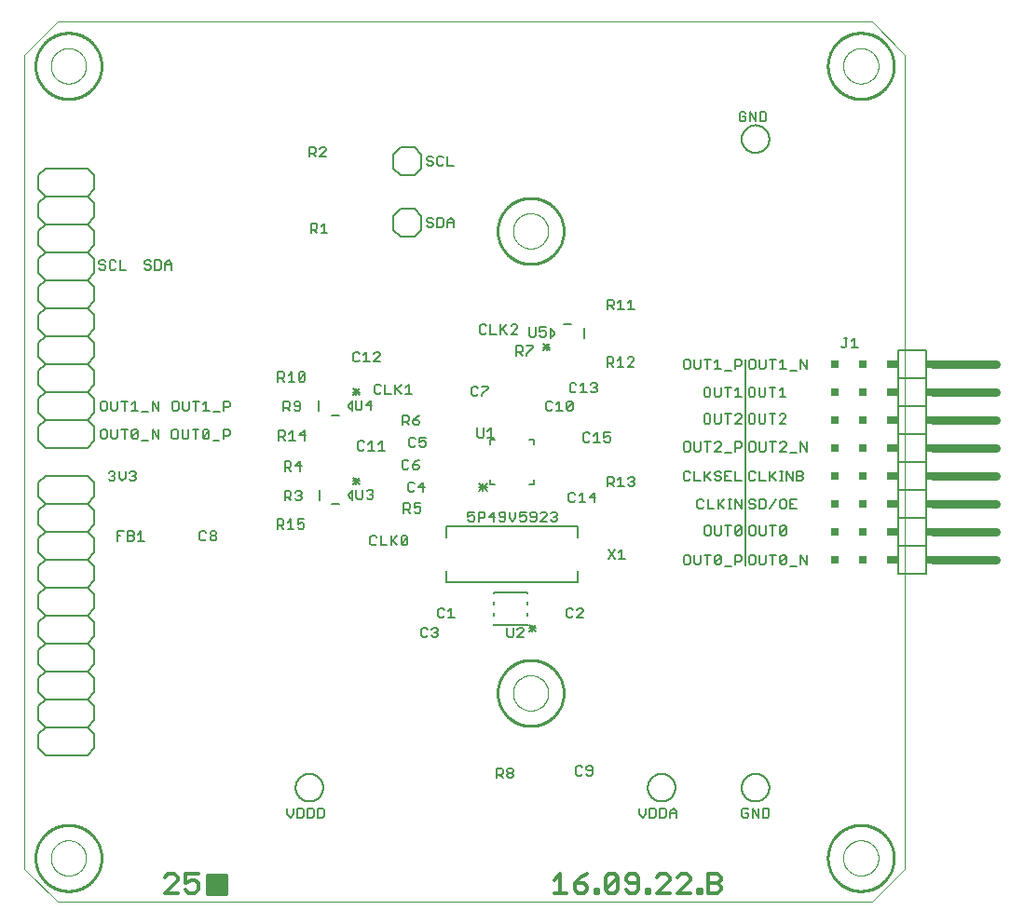
<source format=gto>
G75*
%MOIN*%
%OFA0B0*%
%FSLAX25Y25*%
%IPPOS*%
%LPD*%
%AMOC8*
5,1,8,0,0,1.08239X$1,22.5*
%
%ADD10C,0.01200*%
%ADD11C,0.01600*%
%ADD12C,0.00600*%
%ADD13C,0.00800*%
%ADD14C,0.00500*%
%ADD15C,0.00000*%
%ADD16C,0.01000*%
%ADD17C,0.03000*%
%ADD18R,0.02000X0.03000*%
%ADD19R,0.04000X0.03000*%
%ADD20R,0.03000X0.03000*%
D10*
X0066300Y0024300D02*
X0070837Y0028837D01*
X0070837Y0029972D01*
X0069703Y0031106D01*
X0067434Y0031106D01*
X0066300Y0029972D01*
X0066300Y0024300D02*
X0070837Y0024300D01*
X0073666Y0025434D02*
X0074801Y0024300D01*
X0077069Y0024300D01*
X0078203Y0025434D01*
X0078203Y0027703D01*
X0077069Y0028837D01*
X0075935Y0028837D01*
X0073666Y0027703D01*
X0073666Y0031106D01*
X0078203Y0031106D01*
X0205493Y0028837D02*
X0207762Y0031106D01*
X0207762Y0024300D01*
X0210030Y0024300D02*
X0205493Y0024300D01*
X0212860Y0025434D02*
X0213994Y0024300D01*
X0216262Y0024300D01*
X0217397Y0025434D01*
X0217397Y0026569D01*
X0216262Y0027703D01*
X0212860Y0027703D01*
X0212860Y0025434D01*
X0212860Y0027703D02*
X0215128Y0029972D01*
X0217397Y0031106D01*
X0220226Y0025434D02*
X0221360Y0025434D01*
X0221360Y0024300D01*
X0220226Y0024300D01*
X0220226Y0025434D01*
X0223909Y0025434D02*
X0225043Y0024300D01*
X0227312Y0024300D01*
X0228446Y0025434D01*
X0228446Y0029972D01*
X0223909Y0025434D01*
X0223909Y0029972D01*
X0225043Y0031106D01*
X0227312Y0031106D01*
X0228446Y0029972D01*
X0231275Y0029972D02*
X0231275Y0028837D01*
X0232410Y0027703D01*
X0235812Y0027703D01*
X0235812Y0025434D02*
X0235812Y0029972D01*
X0234678Y0031106D01*
X0232410Y0031106D01*
X0231275Y0029972D01*
X0231275Y0025434D02*
X0232410Y0024300D01*
X0234678Y0024300D01*
X0235812Y0025434D01*
X0238642Y0025434D02*
X0238642Y0024300D01*
X0239776Y0024300D01*
X0239776Y0025434D01*
X0238642Y0025434D01*
X0242325Y0024300D02*
X0246862Y0028837D01*
X0246862Y0029972D01*
X0245728Y0031106D01*
X0243459Y0031106D01*
X0242325Y0029972D01*
X0242325Y0024300D02*
X0246862Y0024300D01*
X0249691Y0024300D02*
X0254228Y0028837D01*
X0254228Y0029972D01*
X0253094Y0031106D01*
X0250825Y0031106D01*
X0249691Y0029972D01*
X0249691Y0024300D02*
X0254228Y0024300D01*
X0257057Y0024300D02*
X0257057Y0025434D01*
X0258192Y0025434D01*
X0258192Y0024300D01*
X0257057Y0024300D01*
X0260740Y0024300D02*
X0264143Y0024300D01*
X0265278Y0025434D01*
X0265278Y0026569D01*
X0264143Y0027703D01*
X0260740Y0027703D01*
X0260740Y0024300D02*
X0260740Y0031106D01*
X0264143Y0031106D01*
X0265278Y0029972D01*
X0265278Y0028837D01*
X0264143Y0027703D01*
D11*
X0088100Y0027394D02*
X0081500Y0027394D01*
X0081500Y0025796D02*
X0088100Y0025796D01*
X0088100Y0024197D02*
X0081500Y0024197D01*
X0081500Y0024000D02*
X0088100Y0024000D01*
X0088100Y0030400D01*
X0081500Y0030400D01*
X0081500Y0024000D01*
X0081500Y0028993D02*
X0088100Y0028993D01*
D12*
X0111151Y0051253D02*
X0112285Y0052387D01*
X0112285Y0054656D01*
X0113700Y0054656D02*
X0113700Y0051253D01*
X0115401Y0051253D01*
X0115968Y0051820D01*
X0115968Y0054089D01*
X0115401Y0054656D01*
X0113700Y0054656D01*
X0117383Y0054656D02*
X0117383Y0051253D01*
X0119084Y0051253D01*
X0119651Y0051820D01*
X0119651Y0054089D01*
X0119084Y0054656D01*
X0117383Y0054656D01*
X0121066Y0054656D02*
X0121066Y0051253D01*
X0122767Y0051253D01*
X0123335Y0051820D01*
X0123335Y0054089D01*
X0122767Y0054656D01*
X0121066Y0054656D01*
X0113079Y0062000D02*
X0113081Y0062140D01*
X0113087Y0062280D01*
X0113097Y0062419D01*
X0113111Y0062558D01*
X0113129Y0062697D01*
X0113150Y0062835D01*
X0113176Y0062973D01*
X0113206Y0063110D01*
X0113239Y0063245D01*
X0113277Y0063380D01*
X0113318Y0063514D01*
X0113363Y0063647D01*
X0113411Y0063778D01*
X0113464Y0063907D01*
X0113520Y0064036D01*
X0113579Y0064162D01*
X0113643Y0064287D01*
X0113709Y0064410D01*
X0113780Y0064531D01*
X0113853Y0064650D01*
X0113930Y0064767D01*
X0114011Y0064881D01*
X0114094Y0064993D01*
X0114181Y0065103D01*
X0114271Y0065211D01*
X0114363Y0065315D01*
X0114459Y0065417D01*
X0114558Y0065517D01*
X0114659Y0065613D01*
X0114763Y0065707D01*
X0114870Y0065797D01*
X0114979Y0065884D01*
X0115091Y0065969D01*
X0115205Y0066050D01*
X0115321Y0066128D01*
X0115439Y0066202D01*
X0115560Y0066273D01*
X0115682Y0066341D01*
X0115807Y0066405D01*
X0115933Y0066466D01*
X0116060Y0066523D01*
X0116190Y0066576D01*
X0116321Y0066626D01*
X0116453Y0066671D01*
X0116586Y0066714D01*
X0116721Y0066752D01*
X0116856Y0066786D01*
X0116993Y0066817D01*
X0117130Y0066844D01*
X0117268Y0066866D01*
X0117407Y0066885D01*
X0117546Y0066900D01*
X0117685Y0066911D01*
X0117825Y0066918D01*
X0117965Y0066921D01*
X0118105Y0066920D01*
X0118245Y0066915D01*
X0118384Y0066906D01*
X0118524Y0066893D01*
X0118663Y0066876D01*
X0118801Y0066855D01*
X0118939Y0066831D01*
X0119076Y0066802D01*
X0119212Y0066770D01*
X0119347Y0066733D01*
X0119481Y0066693D01*
X0119614Y0066649D01*
X0119745Y0066601D01*
X0119875Y0066550D01*
X0120004Y0066495D01*
X0120131Y0066436D01*
X0120256Y0066373D01*
X0120379Y0066308D01*
X0120501Y0066238D01*
X0120620Y0066165D01*
X0120738Y0066089D01*
X0120853Y0066010D01*
X0120966Y0065927D01*
X0121076Y0065841D01*
X0121184Y0065752D01*
X0121289Y0065660D01*
X0121392Y0065565D01*
X0121492Y0065467D01*
X0121589Y0065367D01*
X0121683Y0065263D01*
X0121775Y0065157D01*
X0121863Y0065049D01*
X0121948Y0064938D01*
X0122030Y0064824D01*
X0122109Y0064708D01*
X0122184Y0064591D01*
X0122256Y0064471D01*
X0122324Y0064349D01*
X0122389Y0064225D01*
X0122451Y0064099D01*
X0122509Y0063972D01*
X0122563Y0063843D01*
X0122614Y0063712D01*
X0122660Y0063580D01*
X0122703Y0063447D01*
X0122743Y0063313D01*
X0122778Y0063178D01*
X0122810Y0063041D01*
X0122837Y0062904D01*
X0122861Y0062766D01*
X0122881Y0062628D01*
X0122897Y0062489D01*
X0122909Y0062349D01*
X0122917Y0062210D01*
X0122921Y0062070D01*
X0122921Y0061930D01*
X0122917Y0061790D01*
X0122909Y0061651D01*
X0122897Y0061511D01*
X0122881Y0061372D01*
X0122861Y0061234D01*
X0122837Y0061096D01*
X0122810Y0060959D01*
X0122778Y0060822D01*
X0122743Y0060687D01*
X0122703Y0060553D01*
X0122660Y0060420D01*
X0122614Y0060288D01*
X0122563Y0060157D01*
X0122509Y0060028D01*
X0122451Y0059901D01*
X0122389Y0059775D01*
X0122324Y0059651D01*
X0122256Y0059529D01*
X0122184Y0059409D01*
X0122109Y0059292D01*
X0122030Y0059176D01*
X0121948Y0059062D01*
X0121863Y0058951D01*
X0121775Y0058843D01*
X0121683Y0058737D01*
X0121589Y0058633D01*
X0121492Y0058533D01*
X0121392Y0058435D01*
X0121289Y0058340D01*
X0121184Y0058248D01*
X0121076Y0058159D01*
X0120966Y0058073D01*
X0120853Y0057990D01*
X0120738Y0057911D01*
X0120620Y0057835D01*
X0120501Y0057762D01*
X0120379Y0057692D01*
X0120256Y0057627D01*
X0120131Y0057564D01*
X0120004Y0057505D01*
X0119875Y0057450D01*
X0119745Y0057399D01*
X0119614Y0057351D01*
X0119481Y0057307D01*
X0119347Y0057267D01*
X0119212Y0057230D01*
X0119076Y0057198D01*
X0118939Y0057169D01*
X0118801Y0057145D01*
X0118663Y0057124D01*
X0118524Y0057107D01*
X0118384Y0057094D01*
X0118245Y0057085D01*
X0118105Y0057080D01*
X0117965Y0057079D01*
X0117825Y0057082D01*
X0117685Y0057089D01*
X0117546Y0057100D01*
X0117407Y0057115D01*
X0117268Y0057134D01*
X0117130Y0057156D01*
X0116993Y0057183D01*
X0116856Y0057214D01*
X0116721Y0057248D01*
X0116586Y0057286D01*
X0116453Y0057329D01*
X0116321Y0057374D01*
X0116190Y0057424D01*
X0116060Y0057477D01*
X0115933Y0057534D01*
X0115807Y0057595D01*
X0115682Y0057659D01*
X0115560Y0057727D01*
X0115439Y0057798D01*
X0115321Y0057872D01*
X0115205Y0057950D01*
X0115091Y0058031D01*
X0114979Y0058116D01*
X0114870Y0058203D01*
X0114763Y0058293D01*
X0114659Y0058387D01*
X0114558Y0058483D01*
X0114459Y0058583D01*
X0114363Y0058685D01*
X0114271Y0058789D01*
X0114181Y0058897D01*
X0114094Y0059007D01*
X0114011Y0059119D01*
X0113930Y0059233D01*
X0113853Y0059350D01*
X0113780Y0059469D01*
X0113709Y0059590D01*
X0113643Y0059713D01*
X0113579Y0059838D01*
X0113520Y0059964D01*
X0113464Y0060093D01*
X0113411Y0060222D01*
X0113363Y0060353D01*
X0113318Y0060486D01*
X0113277Y0060620D01*
X0113239Y0060755D01*
X0113206Y0060890D01*
X0113176Y0061027D01*
X0113150Y0061165D01*
X0113129Y0061303D01*
X0113111Y0061442D01*
X0113097Y0061581D01*
X0113087Y0061720D01*
X0113081Y0061860D01*
X0113079Y0062000D01*
X0110017Y0054656D02*
X0110017Y0052387D01*
X0111151Y0051253D01*
X0158501Y0115800D02*
X0159635Y0115800D01*
X0160202Y0116367D01*
X0161617Y0116367D02*
X0162184Y0115800D01*
X0163318Y0115800D01*
X0163885Y0116367D01*
X0163885Y0116934D01*
X0163318Y0117501D01*
X0162751Y0117501D01*
X0163318Y0117501D02*
X0163885Y0118069D01*
X0163885Y0118636D01*
X0163318Y0119203D01*
X0162184Y0119203D01*
X0161617Y0118636D01*
X0160202Y0118636D02*
X0159635Y0119203D01*
X0158501Y0119203D01*
X0157934Y0118636D01*
X0157934Y0116367D01*
X0158501Y0115800D01*
X0164501Y0122800D02*
X0165635Y0122800D01*
X0166202Y0123367D01*
X0167617Y0122800D02*
X0169885Y0122800D01*
X0168751Y0122800D02*
X0168751Y0126203D01*
X0167617Y0125069D01*
X0166202Y0125636D02*
X0165635Y0126203D01*
X0164501Y0126203D01*
X0163934Y0125636D01*
X0163934Y0123367D01*
X0164501Y0122800D01*
X0166878Y0135657D02*
X0166878Y0139594D01*
X0166878Y0135657D02*
X0214122Y0135657D01*
X0214122Y0139594D01*
X0224934Y0143800D02*
X0227202Y0147203D01*
X0228617Y0146069D02*
X0229751Y0147203D01*
X0229751Y0143800D01*
X0228617Y0143800D02*
X0230885Y0143800D01*
X0227202Y0143800D02*
X0224934Y0147203D01*
X0214122Y0151406D02*
X0214122Y0155343D01*
X0166878Y0155343D01*
X0166878Y0151406D01*
X0174800Y0157767D02*
X0175367Y0157200D01*
X0176501Y0157200D01*
X0177069Y0157767D01*
X0177069Y0158901D01*
X0176501Y0159469D01*
X0175934Y0159469D01*
X0174800Y0158901D01*
X0174800Y0160603D01*
X0177069Y0160603D01*
X0178483Y0160603D02*
X0180185Y0160603D01*
X0180752Y0160036D01*
X0180752Y0158901D01*
X0180185Y0158334D01*
X0178483Y0158334D01*
X0178483Y0157200D02*
X0178483Y0160603D01*
X0182166Y0158901D02*
X0184435Y0158901D01*
X0185849Y0159469D02*
X0186417Y0158901D01*
X0188118Y0158901D01*
X0188118Y0157767D02*
X0188118Y0160036D01*
X0187551Y0160603D01*
X0186417Y0160603D01*
X0185849Y0160036D01*
X0185849Y0159469D01*
X0185849Y0157767D02*
X0186417Y0157200D01*
X0187551Y0157200D01*
X0188118Y0157767D01*
X0189533Y0158334D02*
X0190667Y0157200D01*
X0191801Y0158334D01*
X0191801Y0160603D01*
X0193216Y0160603D02*
X0193216Y0158901D01*
X0194350Y0159469D01*
X0194917Y0159469D01*
X0195484Y0158901D01*
X0195484Y0157767D01*
X0194917Y0157200D01*
X0193783Y0157200D01*
X0193216Y0157767D01*
X0193216Y0160603D02*
X0195484Y0160603D01*
X0196899Y0160036D02*
X0196899Y0159469D01*
X0197466Y0158901D01*
X0199167Y0158901D01*
X0199167Y0157767D02*
X0199167Y0160036D01*
X0198600Y0160603D01*
X0197466Y0160603D01*
X0196899Y0160036D01*
X0196899Y0157767D02*
X0197466Y0157200D01*
X0198600Y0157200D01*
X0199167Y0157767D01*
X0200582Y0157200D02*
X0202851Y0159469D01*
X0202851Y0160036D01*
X0202283Y0160603D01*
X0201149Y0160603D01*
X0200582Y0160036D01*
X0200582Y0157200D02*
X0202851Y0157200D01*
X0204265Y0157767D02*
X0204832Y0157200D01*
X0205967Y0157200D01*
X0206534Y0157767D01*
X0206534Y0158334D01*
X0205967Y0158901D01*
X0205399Y0158901D01*
X0205967Y0158901D02*
X0206534Y0159469D01*
X0206534Y0160036D01*
X0205967Y0160603D01*
X0204832Y0160603D01*
X0204265Y0160036D01*
X0210800Y0164667D02*
X0210800Y0166936D01*
X0211367Y0167503D01*
X0212501Y0167503D01*
X0213069Y0166936D01*
X0214483Y0166369D02*
X0215617Y0167503D01*
X0215617Y0164100D01*
X0214483Y0164100D02*
X0216752Y0164100D01*
X0218166Y0165801D02*
X0220435Y0165801D01*
X0219868Y0164100D02*
X0219868Y0167503D01*
X0218166Y0165801D01*
X0213069Y0164667D02*
X0212501Y0164100D01*
X0211367Y0164100D01*
X0210800Y0164667D01*
X0224600Y0169800D02*
X0224600Y0173203D01*
X0226301Y0173203D01*
X0226869Y0172636D01*
X0226869Y0171501D01*
X0226301Y0170934D01*
X0224600Y0170934D01*
X0225734Y0170934D02*
X0226869Y0169800D01*
X0228283Y0169800D02*
X0230552Y0169800D01*
X0229417Y0169800D02*
X0229417Y0173203D01*
X0228283Y0172069D01*
X0231966Y0172636D02*
X0232533Y0173203D01*
X0233668Y0173203D01*
X0234235Y0172636D01*
X0234235Y0172069D01*
X0233668Y0171501D01*
X0234235Y0170934D01*
X0234235Y0170367D01*
X0233668Y0169800D01*
X0232533Y0169800D01*
X0231966Y0170367D01*
X0233101Y0171501D02*
X0233668Y0171501D01*
X0225168Y0185600D02*
X0224033Y0185600D01*
X0223466Y0186167D01*
X0223466Y0187301D02*
X0224601Y0187869D01*
X0225168Y0187869D01*
X0225735Y0187301D01*
X0225735Y0186167D01*
X0225168Y0185600D01*
X0223466Y0187301D02*
X0223466Y0189003D01*
X0225735Y0189003D01*
X0220917Y0189003D02*
X0220917Y0185600D01*
X0219783Y0185600D02*
X0222052Y0185600D01*
X0219783Y0187869D02*
X0220917Y0189003D01*
X0218369Y0188436D02*
X0217801Y0189003D01*
X0216667Y0189003D01*
X0216100Y0188436D01*
X0216100Y0186167D01*
X0216667Y0185600D01*
X0217801Y0185600D01*
X0218369Y0186167D01*
X0211668Y0196900D02*
X0210533Y0196900D01*
X0209966Y0197467D01*
X0212235Y0199736D01*
X0212235Y0197467D01*
X0211668Y0196900D01*
X0209966Y0197467D02*
X0209966Y0199736D01*
X0210533Y0200303D01*
X0211668Y0200303D01*
X0212235Y0199736D01*
X0211767Y0203400D02*
X0212901Y0203400D01*
X0213469Y0203967D01*
X0214883Y0203400D02*
X0217152Y0203400D01*
X0216017Y0203400D02*
X0216017Y0206803D01*
X0214883Y0205669D01*
X0213469Y0206236D02*
X0212901Y0206803D01*
X0211767Y0206803D01*
X0211200Y0206236D01*
X0211200Y0203967D01*
X0211767Y0203400D01*
X0207417Y0200303D02*
X0207417Y0196900D01*
X0206283Y0196900D02*
X0208552Y0196900D01*
X0206283Y0199169D02*
X0207417Y0200303D01*
X0204869Y0199736D02*
X0204301Y0200303D01*
X0203167Y0200303D01*
X0202600Y0199736D01*
X0202600Y0197467D01*
X0203167Y0196900D01*
X0204301Y0196900D01*
X0204869Y0197467D01*
X0218566Y0203967D02*
X0219133Y0203400D01*
X0220268Y0203400D01*
X0220835Y0203967D01*
X0220835Y0204534D01*
X0220268Y0205101D01*
X0219701Y0205101D01*
X0220268Y0205101D02*
X0220835Y0205669D01*
X0220835Y0206236D01*
X0220268Y0206803D01*
X0219133Y0206803D01*
X0218566Y0206236D01*
X0224500Y0212600D02*
X0224500Y0216003D01*
X0226201Y0216003D01*
X0226769Y0215436D01*
X0226769Y0214301D01*
X0226201Y0213734D01*
X0224500Y0213734D01*
X0225634Y0213734D02*
X0226769Y0212600D01*
X0228183Y0212600D02*
X0230452Y0212600D01*
X0229317Y0212600D02*
X0229317Y0216003D01*
X0228183Y0214869D01*
X0231866Y0215436D02*
X0232433Y0216003D01*
X0233568Y0216003D01*
X0234135Y0215436D01*
X0234135Y0214869D01*
X0231866Y0212600D01*
X0234135Y0212600D01*
X0216200Y0222700D02*
X0216200Y0226500D01*
X0211600Y0227900D02*
X0209000Y0227900D01*
X0204400Y0226500D02*
X0204400Y0225800D01*
X0204400Y0223400D01*
X0204400Y0222700D01*
X0204400Y0223400D02*
X0204469Y0223402D01*
X0204537Y0223408D01*
X0204605Y0223418D01*
X0204672Y0223431D01*
X0204738Y0223449D01*
X0204803Y0223470D01*
X0204867Y0223495D01*
X0204929Y0223523D01*
X0204990Y0223555D01*
X0205049Y0223590D01*
X0205105Y0223629D01*
X0205160Y0223671D01*
X0205211Y0223716D01*
X0205261Y0223764D01*
X0205307Y0223814D01*
X0205350Y0223867D01*
X0205391Y0223923D01*
X0205428Y0223980D01*
X0205461Y0224040D01*
X0205492Y0224102D01*
X0205518Y0224165D01*
X0205541Y0224229D01*
X0205561Y0224295D01*
X0205576Y0224362D01*
X0205588Y0224429D01*
X0205596Y0224497D01*
X0205600Y0224566D01*
X0205600Y0224634D01*
X0205596Y0224703D01*
X0205588Y0224771D01*
X0205576Y0224838D01*
X0205561Y0224905D01*
X0205541Y0224971D01*
X0205518Y0225035D01*
X0205492Y0225098D01*
X0205461Y0225160D01*
X0205428Y0225220D01*
X0205391Y0225277D01*
X0205350Y0225333D01*
X0205307Y0225386D01*
X0205261Y0225436D01*
X0205211Y0225484D01*
X0205160Y0225529D01*
X0205105Y0225571D01*
X0205049Y0225610D01*
X0204990Y0225645D01*
X0204929Y0225677D01*
X0204867Y0225705D01*
X0204803Y0225730D01*
X0204738Y0225751D01*
X0204672Y0225769D01*
X0204605Y0225782D01*
X0204537Y0225792D01*
X0204469Y0225798D01*
X0204400Y0225800D01*
X0202652Y0225001D02*
X0202652Y0223867D01*
X0202085Y0223300D01*
X0200950Y0223300D01*
X0200383Y0223867D01*
X0200383Y0225001D02*
X0201517Y0225569D01*
X0202085Y0225569D01*
X0202652Y0225001D01*
X0202652Y0226703D02*
X0200383Y0226703D01*
X0200383Y0225001D01*
X0198969Y0223867D02*
X0198969Y0226703D01*
X0196700Y0226703D02*
X0196700Y0223867D01*
X0197267Y0223300D01*
X0198401Y0223300D01*
X0198969Y0223867D01*
X0197952Y0220003D02*
X0195683Y0220003D01*
X0194269Y0219436D02*
X0194269Y0218301D01*
X0193701Y0217734D01*
X0192000Y0217734D01*
X0192000Y0216600D02*
X0192000Y0220003D01*
X0193701Y0220003D01*
X0194269Y0219436D01*
X0193134Y0217734D02*
X0194269Y0216600D01*
X0195683Y0216600D02*
X0195683Y0217167D01*
X0197952Y0219436D01*
X0197952Y0220003D01*
X0201764Y0219634D02*
X0204033Y0219634D01*
X0204033Y0218500D02*
X0201764Y0220769D01*
X0202899Y0220769D02*
X0202899Y0218500D01*
X0201764Y0218500D02*
X0204033Y0220769D01*
X0192418Y0224300D02*
X0190149Y0224300D01*
X0192418Y0226569D01*
X0192418Y0227136D01*
X0191851Y0227703D01*
X0190717Y0227703D01*
X0190149Y0227136D01*
X0188735Y0227703D02*
X0186466Y0225434D01*
X0187033Y0226001D02*
X0188735Y0224300D01*
X0186466Y0224300D02*
X0186466Y0227703D01*
X0182783Y0227703D02*
X0182783Y0224300D01*
X0185052Y0224300D01*
X0181369Y0224867D02*
X0180801Y0224300D01*
X0179667Y0224300D01*
X0179100Y0224867D01*
X0179100Y0227136D01*
X0179667Y0227703D01*
X0180801Y0227703D01*
X0181369Y0227136D01*
X0181952Y0205503D02*
X0181952Y0204936D01*
X0179683Y0202667D01*
X0179683Y0202100D01*
X0178269Y0202667D02*
X0177701Y0202100D01*
X0176567Y0202100D01*
X0176000Y0202667D01*
X0176000Y0204936D01*
X0176567Y0205503D01*
X0177701Y0205503D01*
X0178269Y0204936D01*
X0179683Y0205503D02*
X0181952Y0205503D01*
X0182937Y0190714D02*
X0182937Y0187311D01*
X0181803Y0187311D02*
X0184071Y0187311D01*
X0181803Y0189580D02*
X0182937Y0190714D01*
X0180388Y0190714D02*
X0180388Y0187878D01*
X0179821Y0187311D01*
X0178687Y0187311D01*
X0178120Y0187878D01*
X0178120Y0190714D01*
X0159552Y0187303D02*
X0157283Y0187303D01*
X0157283Y0185601D01*
X0158417Y0186169D01*
X0158985Y0186169D01*
X0159552Y0185601D01*
X0159552Y0184467D01*
X0158985Y0183900D01*
X0157850Y0183900D01*
X0157283Y0184467D01*
X0155869Y0184467D02*
X0155301Y0183900D01*
X0154167Y0183900D01*
X0153600Y0184467D01*
X0153600Y0186736D01*
X0154167Y0187303D01*
X0155301Y0187303D01*
X0155869Y0186736D01*
X0155684Y0191800D02*
X0156818Y0191800D01*
X0157385Y0192367D01*
X0157385Y0192934D01*
X0156818Y0193501D01*
X0155117Y0193501D01*
X0155117Y0192367D01*
X0155684Y0191800D01*
X0155117Y0193501D02*
X0156251Y0194636D01*
X0157385Y0195203D01*
X0153702Y0194636D02*
X0153702Y0193501D01*
X0153135Y0192934D01*
X0151434Y0192934D01*
X0152568Y0192934D02*
X0153702Y0191800D01*
X0151434Y0191800D02*
X0151434Y0195203D01*
X0153135Y0195203D01*
X0153702Y0194636D01*
X0153584Y0202900D02*
X0153584Y0206303D01*
X0152449Y0205169D01*
X0151035Y0206303D02*
X0148766Y0204034D01*
X0149333Y0204601D02*
X0151035Y0202900D01*
X0152449Y0202900D02*
X0154718Y0202900D01*
X0148766Y0202900D02*
X0148766Y0206303D01*
X0145083Y0206303D02*
X0145083Y0202900D01*
X0147352Y0202900D01*
X0143669Y0203467D02*
X0143101Y0202900D01*
X0141967Y0202900D01*
X0141400Y0203467D01*
X0141400Y0205736D01*
X0141967Y0206303D01*
X0143101Y0206303D01*
X0143669Y0205736D01*
X0139885Y0200403D02*
X0138183Y0198701D01*
X0140452Y0198701D01*
X0139885Y0197000D02*
X0139885Y0200403D01*
X0136769Y0200403D02*
X0136769Y0197567D01*
X0136201Y0197000D01*
X0135067Y0197000D01*
X0134500Y0197567D01*
X0134500Y0200403D01*
X0133200Y0200500D02*
X0133200Y0199800D01*
X0133200Y0197400D01*
X0133200Y0196700D01*
X0133200Y0197400D02*
X0133131Y0197402D01*
X0133063Y0197408D01*
X0132995Y0197418D01*
X0132928Y0197431D01*
X0132862Y0197449D01*
X0132797Y0197470D01*
X0132733Y0197495D01*
X0132671Y0197523D01*
X0132610Y0197555D01*
X0132551Y0197590D01*
X0132495Y0197629D01*
X0132440Y0197671D01*
X0132389Y0197716D01*
X0132339Y0197764D01*
X0132293Y0197814D01*
X0132250Y0197867D01*
X0132209Y0197923D01*
X0132172Y0197980D01*
X0132139Y0198040D01*
X0132108Y0198102D01*
X0132082Y0198165D01*
X0132059Y0198229D01*
X0132039Y0198295D01*
X0132024Y0198362D01*
X0132012Y0198429D01*
X0132004Y0198497D01*
X0132000Y0198566D01*
X0132000Y0198634D01*
X0132004Y0198703D01*
X0132012Y0198771D01*
X0132024Y0198838D01*
X0132039Y0198905D01*
X0132059Y0198971D01*
X0132082Y0199035D01*
X0132108Y0199098D01*
X0132139Y0199160D01*
X0132172Y0199220D01*
X0132209Y0199277D01*
X0132250Y0199333D01*
X0132293Y0199386D01*
X0132339Y0199436D01*
X0132389Y0199484D01*
X0132440Y0199529D01*
X0132495Y0199571D01*
X0132551Y0199610D01*
X0132610Y0199645D01*
X0132671Y0199677D01*
X0132733Y0199705D01*
X0132797Y0199730D01*
X0132862Y0199751D01*
X0132928Y0199769D01*
X0132995Y0199782D01*
X0133063Y0199792D01*
X0133131Y0199798D01*
X0133200Y0199800D01*
X0133567Y0202431D02*
X0135836Y0204700D01*
X0135836Y0203566D02*
X0133567Y0203566D01*
X0133567Y0204700D02*
X0135836Y0202431D01*
X0134701Y0202431D02*
X0134701Y0204700D01*
X0134167Y0214400D02*
X0135301Y0214400D01*
X0135869Y0214967D01*
X0137283Y0214400D02*
X0139552Y0214400D01*
X0138417Y0214400D02*
X0138417Y0217803D01*
X0137283Y0216669D01*
X0135869Y0217236D02*
X0135301Y0217803D01*
X0134167Y0217803D01*
X0133600Y0217236D01*
X0133600Y0214967D01*
X0134167Y0214400D01*
X0140966Y0214400D02*
X0143235Y0216669D01*
X0143235Y0217236D01*
X0142668Y0217803D01*
X0141533Y0217803D01*
X0140966Y0217236D01*
X0140966Y0214400D02*
X0143235Y0214400D01*
X0128600Y0195300D02*
X0126000Y0195300D01*
X0121400Y0196700D02*
X0121400Y0200500D01*
X0114752Y0199636D02*
X0114185Y0200203D01*
X0113050Y0200203D01*
X0112483Y0199636D01*
X0112483Y0199069D01*
X0113050Y0198501D01*
X0114752Y0198501D01*
X0114752Y0197367D02*
X0114752Y0199636D01*
X0114752Y0197367D02*
X0114185Y0196800D01*
X0113050Y0196800D01*
X0112483Y0197367D01*
X0111069Y0196800D02*
X0109934Y0197934D01*
X0110501Y0197934D02*
X0108800Y0197934D01*
X0108800Y0196800D02*
X0108800Y0200203D01*
X0110501Y0200203D01*
X0111069Y0199636D01*
X0111069Y0198501D01*
X0110501Y0197934D01*
X0111917Y0189703D02*
X0111917Y0186300D01*
X0110783Y0186300D02*
X0113052Y0186300D01*
X0114466Y0188001D02*
X0116168Y0189703D01*
X0116168Y0186300D01*
X0116735Y0188001D02*
X0114466Y0188001D01*
X0111917Y0189703D02*
X0110783Y0188569D01*
X0109369Y0189136D02*
X0108801Y0189703D01*
X0107100Y0189703D01*
X0107100Y0186300D01*
X0107100Y0187434D02*
X0108801Y0187434D01*
X0109369Y0188001D01*
X0109369Y0189136D01*
X0108234Y0187434D02*
X0109369Y0186300D01*
X0109200Y0178703D02*
X0110901Y0178703D01*
X0111469Y0178136D01*
X0111469Y0177001D01*
X0110901Y0176434D01*
X0109200Y0176434D01*
X0109200Y0175300D02*
X0109200Y0178703D01*
X0110334Y0176434D02*
X0111469Y0175300D01*
X0112883Y0177001D02*
X0115152Y0177001D01*
X0114585Y0175300D02*
X0114585Y0178703D01*
X0112883Y0177001D01*
X0113450Y0168203D02*
X0114585Y0168203D01*
X0115152Y0167636D01*
X0115152Y0167069D01*
X0114585Y0166501D01*
X0115152Y0165934D01*
X0115152Y0165367D01*
X0114585Y0164800D01*
X0113450Y0164800D01*
X0112883Y0165367D01*
X0111469Y0164800D02*
X0110334Y0165934D01*
X0110901Y0165934D02*
X0109200Y0165934D01*
X0109200Y0164800D02*
X0109200Y0168203D01*
X0110901Y0168203D01*
X0111469Y0167636D01*
X0111469Y0166501D01*
X0110901Y0165934D01*
X0112883Y0167636D02*
X0113450Y0168203D01*
X0114017Y0166501D02*
X0114585Y0166501D01*
X0121500Y0164800D02*
X0121500Y0168600D01*
X0126100Y0163400D02*
X0128700Y0163400D01*
X0133300Y0164800D02*
X0133300Y0165500D01*
X0133300Y0167900D01*
X0133300Y0168600D01*
X0134800Y0168603D02*
X0134800Y0165767D01*
X0135367Y0165200D01*
X0136501Y0165200D01*
X0137069Y0165767D01*
X0137069Y0168603D01*
X0138483Y0168036D02*
X0139050Y0168603D01*
X0140185Y0168603D01*
X0140752Y0168036D01*
X0140752Y0167469D01*
X0140185Y0166901D01*
X0140752Y0166334D01*
X0140752Y0165767D01*
X0140185Y0165200D01*
X0139050Y0165200D01*
X0138483Y0165767D01*
X0139617Y0166901D02*
X0140185Y0166901D01*
X0135936Y0170531D02*
X0133667Y0172800D01*
X0133667Y0171666D02*
X0135936Y0171666D01*
X0135936Y0172800D02*
X0133667Y0170531D01*
X0134801Y0170531D02*
X0134801Y0172800D01*
X0133300Y0167900D02*
X0133231Y0167898D01*
X0133163Y0167892D01*
X0133095Y0167882D01*
X0133028Y0167869D01*
X0132962Y0167851D01*
X0132897Y0167830D01*
X0132833Y0167805D01*
X0132771Y0167777D01*
X0132710Y0167745D01*
X0132651Y0167710D01*
X0132595Y0167671D01*
X0132540Y0167629D01*
X0132489Y0167584D01*
X0132439Y0167536D01*
X0132393Y0167486D01*
X0132350Y0167433D01*
X0132309Y0167377D01*
X0132272Y0167320D01*
X0132239Y0167260D01*
X0132208Y0167198D01*
X0132182Y0167135D01*
X0132159Y0167071D01*
X0132139Y0167005D01*
X0132124Y0166938D01*
X0132112Y0166871D01*
X0132104Y0166803D01*
X0132100Y0166734D01*
X0132100Y0166666D01*
X0132104Y0166597D01*
X0132112Y0166529D01*
X0132124Y0166462D01*
X0132139Y0166395D01*
X0132159Y0166329D01*
X0132182Y0166265D01*
X0132208Y0166202D01*
X0132239Y0166140D01*
X0132272Y0166080D01*
X0132309Y0166023D01*
X0132350Y0165967D01*
X0132393Y0165914D01*
X0132439Y0165864D01*
X0132489Y0165816D01*
X0132540Y0165771D01*
X0132595Y0165729D01*
X0132651Y0165690D01*
X0132710Y0165655D01*
X0132771Y0165623D01*
X0132833Y0165595D01*
X0132897Y0165570D01*
X0132962Y0165549D01*
X0133028Y0165531D01*
X0133095Y0165518D01*
X0133163Y0165508D01*
X0133231Y0165502D01*
X0133300Y0165500D01*
X0140367Y0152103D02*
X0139800Y0151536D01*
X0139800Y0149267D01*
X0140367Y0148700D01*
X0141501Y0148700D01*
X0142069Y0149267D01*
X0143483Y0148700D02*
X0143483Y0152103D01*
X0142069Y0151536D02*
X0141501Y0152103D01*
X0140367Y0152103D01*
X0143483Y0148700D02*
X0145752Y0148700D01*
X0147166Y0148700D02*
X0147166Y0152103D01*
X0147733Y0150401D02*
X0149435Y0148700D01*
X0150849Y0149267D02*
X0153118Y0151536D01*
X0153118Y0149267D01*
X0152551Y0148700D01*
X0151417Y0148700D01*
X0150849Y0149267D01*
X0150849Y0151536D01*
X0151417Y0152103D01*
X0152551Y0152103D01*
X0153118Y0151536D01*
X0149435Y0152103D02*
X0147166Y0149834D01*
X0151800Y0160300D02*
X0151800Y0163703D01*
X0153501Y0163703D01*
X0154069Y0163136D01*
X0154069Y0162001D01*
X0153501Y0161434D01*
X0151800Y0161434D01*
X0152934Y0161434D02*
X0154069Y0160300D01*
X0155483Y0160867D02*
X0156050Y0160300D01*
X0157185Y0160300D01*
X0157752Y0160867D01*
X0157752Y0162001D01*
X0157185Y0162569D01*
X0156617Y0162569D01*
X0155483Y0162001D01*
X0155483Y0163703D01*
X0157752Y0163703D01*
X0158785Y0167900D02*
X0158785Y0171303D01*
X0157083Y0169601D01*
X0159352Y0169601D01*
X0155669Y0168467D02*
X0155101Y0167900D01*
X0153967Y0167900D01*
X0153400Y0168467D01*
X0153400Y0170736D01*
X0153967Y0171303D01*
X0155101Y0171303D01*
X0155669Y0170736D01*
X0155450Y0175900D02*
X0156585Y0175900D01*
X0157152Y0176467D01*
X0157152Y0177034D01*
X0156585Y0177601D01*
X0154883Y0177601D01*
X0154883Y0176467D01*
X0155450Y0175900D01*
X0154883Y0177601D02*
X0156017Y0178736D01*
X0157152Y0179303D01*
X0153469Y0178736D02*
X0152901Y0179303D01*
X0151767Y0179303D01*
X0151200Y0178736D01*
X0151200Y0176467D01*
X0151767Y0175900D01*
X0152901Y0175900D01*
X0153469Y0176467D01*
X0145035Y0182600D02*
X0142766Y0182600D01*
X0143901Y0182600D02*
X0143901Y0186003D01*
X0142766Y0184869D01*
X0141352Y0182600D02*
X0139083Y0182600D01*
X0140217Y0182600D02*
X0140217Y0186003D01*
X0139083Y0184869D01*
X0137669Y0185436D02*
X0137101Y0186003D01*
X0135967Y0186003D01*
X0135400Y0185436D01*
X0135400Y0183167D01*
X0135967Y0182600D01*
X0137101Y0182600D01*
X0137669Y0183167D01*
X0115868Y0207300D02*
X0114733Y0207300D01*
X0114166Y0207867D01*
X0116435Y0210136D01*
X0116435Y0207867D01*
X0115868Y0207300D01*
X0114166Y0207867D02*
X0114166Y0210136D01*
X0114733Y0210703D01*
X0115868Y0210703D01*
X0116435Y0210136D01*
X0112752Y0207300D02*
X0110483Y0207300D01*
X0111617Y0207300D02*
X0111617Y0210703D01*
X0110483Y0209569D01*
X0109069Y0210136D02*
X0108501Y0210703D01*
X0106800Y0210703D01*
X0106800Y0207300D01*
X0106800Y0208434D02*
X0108501Y0208434D01*
X0109069Y0209001D01*
X0109069Y0210136D01*
X0107934Y0208434D02*
X0109069Y0207300D01*
X0089584Y0199736D02*
X0089584Y0198601D01*
X0089017Y0198034D01*
X0087316Y0198034D01*
X0087316Y0196900D02*
X0087316Y0200303D01*
X0089017Y0200303D01*
X0089584Y0199736D01*
X0085901Y0196333D02*
X0083633Y0196333D01*
X0082218Y0196900D02*
X0079949Y0196900D01*
X0081084Y0196900D02*
X0081084Y0200303D01*
X0079949Y0199169D01*
X0078535Y0200303D02*
X0076266Y0200303D01*
X0077401Y0200303D02*
X0077401Y0196900D01*
X0074852Y0197467D02*
X0074852Y0200303D01*
X0072583Y0200303D02*
X0072583Y0197467D01*
X0073150Y0196900D01*
X0074285Y0196900D01*
X0074852Y0197467D01*
X0071169Y0197467D02*
X0071169Y0199736D01*
X0070601Y0200303D01*
X0069467Y0200303D01*
X0068900Y0199736D01*
X0068900Y0197467D01*
X0069467Y0196900D01*
X0070601Y0196900D01*
X0071169Y0197467D01*
X0064084Y0196900D02*
X0064084Y0200303D01*
X0061816Y0200303D02*
X0061816Y0196900D01*
X0060401Y0196333D02*
X0058133Y0196333D01*
X0056718Y0196900D02*
X0054449Y0196900D01*
X0055584Y0196900D02*
X0055584Y0200303D01*
X0054449Y0199169D01*
X0053035Y0200303D02*
X0050766Y0200303D01*
X0051901Y0200303D02*
X0051901Y0196900D01*
X0049352Y0197467D02*
X0049352Y0200303D01*
X0047083Y0200303D02*
X0047083Y0197467D01*
X0047650Y0196900D01*
X0048785Y0196900D01*
X0049352Y0197467D01*
X0045669Y0197467D02*
X0045669Y0199736D01*
X0045101Y0200303D01*
X0043967Y0200303D01*
X0043400Y0199736D01*
X0043400Y0197467D01*
X0043967Y0196900D01*
X0045101Y0196900D01*
X0045669Y0197467D01*
X0041000Y0196000D02*
X0038500Y0193500D01*
X0041000Y0191000D01*
X0041000Y0186000D01*
X0038500Y0183500D01*
X0023500Y0183500D01*
X0021000Y0186000D01*
X0021000Y0191000D01*
X0023500Y0193500D01*
X0038500Y0193500D01*
X0041000Y0196000D02*
X0041000Y0201000D01*
X0038500Y0203500D01*
X0023500Y0203500D01*
X0021000Y0206000D01*
X0021000Y0211000D01*
X0023500Y0213500D01*
X0038500Y0213500D01*
X0041000Y0211000D01*
X0041000Y0206000D01*
X0038500Y0203500D01*
X0038500Y0213500D02*
X0041000Y0216000D01*
X0041000Y0221000D01*
X0038500Y0223500D01*
X0023500Y0223500D01*
X0021000Y0221000D01*
X0021000Y0216000D01*
X0023500Y0213500D01*
X0023500Y0203500D02*
X0021000Y0201000D01*
X0021000Y0196000D01*
X0023500Y0193500D01*
X0043400Y0189636D02*
X0043400Y0187367D01*
X0043967Y0186800D01*
X0045101Y0186800D01*
X0045669Y0187367D01*
X0045669Y0189636D01*
X0045101Y0190203D01*
X0043967Y0190203D01*
X0043400Y0189636D01*
X0047083Y0190203D02*
X0047083Y0187367D01*
X0047650Y0186800D01*
X0048785Y0186800D01*
X0049352Y0187367D01*
X0049352Y0190203D01*
X0050766Y0190203D02*
X0053035Y0190203D01*
X0051901Y0190203D02*
X0051901Y0186800D01*
X0054449Y0187367D02*
X0056718Y0189636D01*
X0056718Y0187367D01*
X0056151Y0186800D01*
X0055017Y0186800D01*
X0054449Y0187367D01*
X0054449Y0189636D01*
X0055017Y0190203D01*
X0056151Y0190203D01*
X0056718Y0189636D01*
X0058133Y0186233D02*
X0060401Y0186233D01*
X0061816Y0186800D02*
X0061816Y0190203D01*
X0064084Y0186800D01*
X0064084Y0190203D01*
X0068800Y0189536D02*
X0068800Y0187267D01*
X0069367Y0186700D01*
X0070501Y0186700D01*
X0071069Y0187267D01*
X0071069Y0189536D01*
X0070501Y0190103D01*
X0069367Y0190103D01*
X0068800Y0189536D01*
X0072483Y0190103D02*
X0072483Y0187267D01*
X0073050Y0186700D01*
X0074185Y0186700D01*
X0074752Y0187267D01*
X0074752Y0190103D01*
X0076166Y0190103D02*
X0078435Y0190103D01*
X0077301Y0190103D02*
X0077301Y0186700D01*
X0079849Y0187267D02*
X0082118Y0189536D01*
X0082118Y0187267D01*
X0081551Y0186700D01*
X0080417Y0186700D01*
X0079849Y0187267D01*
X0079849Y0189536D01*
X0080417Y0190103D01*
X0081551Y0190103D01*
X0082118Y0189536D01*
X0083533Y0186133D02*
X0085801Y0186133D01*
X0087216Y0186700D02*
X0087216Y0190103D01*
X0088917Y0190103D01*
X0089484Y0189536D01*
X0089484Y0188401D01*
X0088917Y0187834D01*
X0087216Y0187834D01*
X0064084Y0196900D02*
X0061816Y0200303D01*
X0038500Y0223500D02*
X0041000Y0226000D01*
X0041000Y0231000D01*
X0038500Y0233500D01*
X0023500Y0233500D01*
X0021000Y0231000D01*
X0021000Y0226000D01*
X0023500Y0223500D01*
X0023500Y0233500D02*
X0021000Y0236000D01*
X0021000Y0241000D01*
X0023500Y0243500D01*
X0038500Y0243500D01*
X0041000Y0241000D01*
X0041000Y0236000D01*
X0038500Y0233500D01*
X0038500Y0243500D02*
X0041000Y0246000D01*
X0041000Y0251000D01*
X0038500Y0253500D01*
X0023500Y0253500D01*
X0021000Y0251000D01*
X0021000Y0246000D01*
X0023500Y0243500D01*
X0023500Y0253500D02*
X0021000Y0256000D01*
X0021000Y0261000D01*
X0023500Y0263500D01*
X0038500Y0263500D01*
X0041000Y0261000D01*
X0041000Y0256000D01*
X0038500Y0253500D01*
X0042800Y0250136D02*
X0042800Y0249569D01*
X0043367Y0249001D01*
X0044501Y0249001D01*
X0045069Y0248434D01*
X0045069Y0247867D01*
X0044501Y0247300D01*
X0043367Y0247300D01*
X0042800Y0247867D01*
X0042800Y0250136D02*
X0043367Y0250703D01*
X0044501Y0250703D01*
X0045069Y0250136D01*
X0046483Y0250136D02*
X0046483Y0247867D01*
X0047050Y0247300D01*
X0048185Y0247300D01*
X0048752Y0247867D01*
X0050166Y0247300D02*
X0052435Y0247300D01*
X0050166Y0247300D02*
X0050166Y0250703D01*
X0048752Y0250136D02*
X0048185Y0250703D01*
X0047050Y0250703D01*
X0046483Y0250136D01*
X0059000Y0250136D02*
X0059000Y0249569D01*
X0059567Y0249001D01*
X0060701Y0249001D01*
X0061269Y0248434D01*
X0061269Y0247867D01*
X0060701Y0247300D01*
X0059567Y0247300D01*
X0059000Y0247867D01*
X0059000Y0250136D02*
X0059567Y0250703D01*
X0060701Y0250703D01*
X0061269Y0250136D01*
X0062683Y0250703D02*
X0062683Y0247300D01*
X0064385Y0247300D01*
X0064952Y0247867D01*
X0064952Y0250136D01*
X0064385Y0250703D01*
X0062683Y0250703D01*
X0066366Y0249569D02*
X0066366Y0247300D01*
X0066366Y0249001D02*
X0068635Y0249001D01*
X0068635Y0249569D02*
X0068635Y0247300D01*
X0068635Y0249569D02*
X0067501Y0250703D01*
X0066366Y0249569D01*
X0041000Y0266000D02*
X0038500Y0263500D01*
X0041000Y0266000D02*
X0041000Y0271000D01*
X0038500Y0273500D01*
X0023500Y0273500D01*
X0021000Y0271000D01*
X0021000Y0266000D01*
X0023500Y0263500D01*
X0023500Y0273500D02*
X0021000Y0276000D01*
X0021000Y0281000D01*
X0023500Y0283500D01*
X0038500Y0283500D01*
X0041000Y0281000D01*
X0041000Y0276000D01*
X0038500Y0273500D01*
X0118500Y0263903D02*
X0118500Y0260500D01*
X0118500Y0261634D02*
X0120201Y0261634D01*
X0120769Y0262201D01*
X0120769Y0263336D01*
X0120201Y0263903D01*
X0118500Y0263903D01*
X0119634Y0261634D02*
X0120769Y0260500D01*
X0122183Y0260500D02*
X0124452Y0260500D01*
X0123317Y0260500D02*
X0123317Y0263903D01*
X0122183Y0262769D01*
X0121783Y0287800D02*
X0124052Y0290069D01*
X0124052Y0290636D01*
X0123485Y0291203D01*
X0122350Y0291203D01*
X0121783Y0290636D01*
X0120369Y0290636D02*
X0120369Y0289501D01*
X0119801Y0288934D01*
X0118100Y0288934D01*
X0118100Y0287800D02*
X0118100Y0291203D01*
X0119801Y0291203D01*
X0120369Y0290636D01*
X0119234Y0288934D02*
X0120369Y0287800D01*
X0121783Y0287800D02*
X0124052Y0287800D01*
X0148000Y0288500D02*
X0148000Y0283500D01*
X0150500Y0281000D01*
X0155500Y0281000D01*
X0158000Y0283500D01*
X0158000Y0288500D01*
X0155500Y0291000D01*
X0150500Y0291000D01*
X0148000Y0288500D01*
X0160000Y0287336D02*
X0160000Y0286769D01*
X0160567Y0286201D01*
X0161701Y0286201D01*
X0162269Y0285634D01*
X0162269Y0285067D01*
X0161701Y0284500D01*
X0160567Y0284500D01*
X0160000Y0285067D01*
X0160000Y0287336D02*
X0160567Y0287903D01*
X0161701Y0287903D01*
X0162269Y0287336D01*
X0163683Y0287336D02*
X0163683Y0285067D01*
X0164250Y0284500D01*
X0165385Y0284500D01*
X0165952Y0285067D01*
X0167366Y0284500D02*
X0169635Y0284500D01*
X0167366Y0284500D02*
X0167366Y0287903D01*
X0165952Y0287336D02*
X0165385Y0287903D01*
X0164250Y0287903D01*
X0163683Y0287336D01*
X0155500Y0269000D02*
X0150500Y0269000D01*
X0148000Y0266500D01*
X0148000Y0261500D01*
X0150500Y0259000D01*
X0155500Y0259000D01*
X0158000Y0261500D01*
X0158000Y0266500D01*
X0155500Y0269000D01*
X0160000Y0265336D02*
X0160000Y0264769D01*
X0160567Y0264201D01*
X0161701Y0264201D01*
X0162269Y0263634D01*
X0162269Y0263067D01*
X0161701Y0262500D01*
X0160567Y0262500D01*
X0160000Y0263067D01*
X0160000Y0265336D02*
X0160567Y0265903D01*
X0161701Y0265903D01*
X0162269Y0265336D01*
X0163683Y0265903D02*
X0165385Y0265903D01*
X0165952Y0265336D01*
X0165952Y0263067D01*
X0165385Y0262500D01*
X0163683Y0262500D01*
X0163683Y0265903D01*
X0167366Y0264769D02*
X0167366Y0262500D01*
X0167366Y0264201D02*
X0169635Y0264201D01*
X0169635Y0264769D02*
X0169635Y0262500D01*
X0169635Y0264769D02*
X0168501Y0265903D01*
X0167366Y0264769D01*
X0224600Y0236603D02*
X0224600Y0233200D01*
X0224600Y0234334D02*
X0226301Y0234334D01*
X0226869Y0234901D01*
X0226869Y0236036D01*
X0226301Y0236603D01*
X0224600Y0236603D01*
X0225734Y0234334D02*
X0226869Y0233200D01*
X0228283Y0233200D02*
X0230552Y0233200D01*
X0229417Y0233200D02*
X0229417Y0236603D01*
X0228283Y0235469D01*
X0231966Y0235469D02*
X0233101Y0236603D01*
X0233101Y0233200D01*
X0234235Y0233200D02*
X0231966Y0233200D01*
X0251900Y0214636D02*
X0251900Y0212367D01*
X0252467Y0211800D01*
X0253601Y0211800D01*
X0254169Y0212367D01*
X0254169Y0214636D01*
X0253601Y0215203D01*
X0252467Y0215203D01*
X0251900Y0214636D01*
X0255583Y0215203D02*
X0255583Y0212367D01*
X0256150Y0211800D01*
X0257285Y0211800D01*
X0257852Y0212367D01*
X0257852Y0215203D01*
X0259266Y0215203D02*
X0261535Y0215203D01*
X0260401Y0215203D02*
X0260401Y0211800D01*
X0262949Y0211800D02*
X0265218Y0211800D01*
X0264084Y0211800D02*
X0264084Y0215203D01*
X0262949Y0214069D01*
X0266633Y0211233D02*
X0268901Y0211233D01*
X0270316Y0211800D02*
X0270316Y0215203D01*
X0272017Y0215203D01*
X0272584Y0214636D01*
X0272584Y0213501D01*
X0272017Y0212934D01*
X0270316Y0212934D01*
X0273999Y0211800D02*
X0273999Y0215203D01*
X0275227Y0214636D02*
X0275227Y0212367D01*
X0275794Y0211800D01*
X0276928Y0211800D01*
X0277495Y0212367D01*
X0277495Y0214636D01*
X0276928Y0215203D01*
X0275794Y0215203D01*
X0275227Y0214636D01*
X0278910Y0215203D02*
X0278910Y0212367D01*
X0279477Y0211800D01*
X0280611Y0211800D01*
X0281178Y0212367D01*
X0281178Y0215203D01*
X0282593Y0215203D02*
X0284861Y0215203D01*
X0283727Y0215203D02*
X0283727Y0211800D01*
X0286276Y0211800D02*
X0288545Y0211800D01*
X0287410Y0211800D02*
X0287410Y0215203D01*
X0286276Y0214069D01*
X0289959Y0211233D02*
X0292228Y0211233D01*
X0293642Y0211800D02*
X0293642Y0215203D01*
X0295911Y0211800D01*
X0295911Y0215203D01*
X0287344Y0205203D02*
X0287344Y0201800D01*
X0286210Y0201800D02*
X0288478Y0201800D01*
X0286210Y0204069D02*
X0287344Y0205203D01*
X0284795Y0205203D02*
X0282527Y0205203D01*
X0283661Y0205203D02*
X0283661Y0201800D01*
X0281112Y0202367D02*
X0281112Y0205203D01*
X0278843Y0205203D02*
X0278843Y0202367D01*
X0279411Y0201800D01*
X0280545Y0201800D01*
X0281112Y0202367D01*
X0277429Y0202367D02*
X0277429Y0204636D01*
X0276862Y0205203D01*
X0275727Y0205203D01*
X0275160Y0204636D01*
X0275160Y0202367D01*
X0275727Y0201800D01*
X0276862Y0201800D01*
X0277429Y0202367D01*
X0273933Y0201800D02*
X0273933Y0205203D01*
X0271384Y0205203D02*
X0271384Y0201800D01*
X0272518Y0201800D02*
X0270249Y0201800D01*
X0270249Y0204069D02*
X0271384Y0205203D01*
X0268835Y0205203D02*
X0266566Y0205203D01*
X0267701Y0205203D02*
X0267701Y0201800D01*
X0265152Y0202367D02*
X0265152Y0205203D01*
X0262883Y0205203D02*
X0262883Y0202367D01*
X0263450Y0201800D01*
X0264585Y0201800D01*
X0265152Y0202367D01*
X0261469Y0202367D02*
X0261469Y0204636D01*
X0260901Y0205203D01*
X0259767Y0205203D01*
X0259200Y0204636D01*
X0259200Y0202367D01*
X0259767Y0201800D01*
X0260901Y0201800D01*
X0261469Y0202367D01*
X0260901Y0195703D02*
X0259767Y0195703D01*
X0259200Y0195136D01*
X0259200Y0192867D01*
X0259767Y0192300D01*
X0260901Y0192300D01*
X0261469Y0192867D01*
X0261469Y0195136D01*
X0260901Y0195703D01*
X0262883Y0195703D02*
X0262883Y0192867D01*
X0263450Y0192300D01*
X0264585Y0192300D01*
X0265152Y0192867D01*
X0265152Y0195703D01*
X0266566Y0195703D02*
X0268835Y0195703D01*
X0267701Y0195703D02*
X0267701Y0192300D01*
X0270249Y0192300D02*
X0272518Y0194569D01*
X0272518Y0195136D01*
X0271951Y0195703D01*
X0270817Y0195703D01*
X0270249Y0195136D01*
X0270249Y0192300D02*
X0272518Y0192300D01*
X0273933Y0192300D02*
X0273933Y0195703D01*
X0275160Y0195136D02*
X0275160Y0192867D01*
X0275727Y0192300D01*
X0276862Y0192300D01*
X0277429Y0192867D01*
X0277429Y0195136D01*
X0276862Y0195703D01*
X0275727Y0195703D01*
X0275160Y0195136D01*
X0278843Y0195703D02*
X0278843Y0192867D01*
X0279411Y0192300D01*
X0280545Y0192300D01*
X0281112Y0192867D01*
X0281112Y0195703D01*
X0282527Y0195703D02*
X0284795Y0195703D01*
X0283661Y0195703D02*
X0283661Y0192300D01*
X0286210Y0192300D02*
X0288478Y0194569D01*
X0288478Y0195136D01*
X0287911Y0195703D01*
X0286777Y0195703D01*
X0286210Y0195136D01*
X0286210Y0192300D02*
X0288478Y0192300D01*
X0287977Y0185703D02*
X0286843Y0185703D01*
X0286276Y0185136D01*
X0284861Y0185703D02*
X0282593Y0185703D01*
X0283727Y0185703D02*
X0283727Y0182300D01*
X0286276Y0182300D02*
X0288545Y0184569D01*
X0288545Y0185136D01*
X0287977Y0185703D01*
X0288545Y0182300D02*
X0286276Y0182300D01*
X0289959Y0181733D02*
X0292228Y0181733D01*
X0293642Y0182300D02*
X0293642Y0185703D01*
X0295911Y0182300D01*
X0295911Y0185703D01*
X0294116Y0175203D02*
X0292415Y0175203D01*
X0292415Y0171800D01*
X0294116Y0171800D01*
X0294683Y0172367D01*
X0294683Y0172934D01*
X0294116Y0173501D01*
X0292415Y0173501D01*
X0294116Y0173501D02*
X0294683Y0174069D01*
X0294683Y0174636D01*
X0294116Y0175203D01*
X0291000Y0175203D02*
X0291000Y0171800D01*
X0288731Y0175203D01*
X0288731Y0171800D01*
X0287410Y0171800D02*
X0286276Y0171800D01*
X0286843Y0171800D02*
X0286843Y0175203D01*
X0286276Y0175203D02*
X0287410Y0175203D01*
X0284861Y0175203D02*
X0282593Y0172934D01*
X0283160Y0173501D02*
X0284861Y0171800D01*
X0282593Y0171800D02*
X0282593Y0175203D01*
X0278910Y0175203D02*
X0278910Y0171800D01*
X0281178Y0171800D01*
X0277495Y0172367D02*
X0276928Y0171800D01*
X0275794Y0171800D01*
X0275227Y0172367D01*
X0275227Y0174636D01*
X0275794Y0175203D01*
X0276928Y0175203D01*
X0277495Y0174636D01*
X0273999Y0175203D02*
X0273999Y0171800D01*
X0272584Y0171800D02*
X0270316Y0171800D01*
X0270316Y0175203D01*
X0268901Y0175203D02*
X0266633Y0175203D01*
X0266633Y0171800D01*
X0268901Y0171800D01*
X0267767Y0173501D02*
X0266633Y0173501D01*
X0265218Y0172934D02*
X0265218Y0172367D01*
X0264651Y0171800D01*
X0263517Y0171800D01*
X0262949Y0172367D01*
X0263517Y0173501D02*
X0264651Y0173501D01*
X0265218Y0172934D01*
X0265218Y0174636D02*
X0264651Y0175203D01*
X0263517Y0175203D01*
X0262949Y0174636D01*
X0262949Y0174069D01*
X0263517Y0173501D01*
X0261535Y0171800D02*
X0259833Y0173501D01*
X0259266Y0172934D02*
X0261535Y0175203D01*
X0259266Y0175203D02*
X0259266Y0171800D01*
X0257852Y0171800D02*
X0255583Y0171800D01*
X0255583Y0175203D01*
X0254169Y0174636D02*
X0253601Y0175203D01*
X0252467Y0175203D01*
X0251900Y0174636D01*
X0251900Y0172367D01*
X0252467Y0171800D01*
X0253601Y0171800D01*
X0254169Y0172367D01*
X0257367Y0165203D02*
X0256800Y0164636D01*
X0256800Y0162367D01*
X0257367Y0161800D01*
X0258501Y0161800D01*
X0259069Y0162367D01*
X0260483Y0161800D02*
X0260483Y0165203D01*
X0259069Y0164636D02*
X0258501Y0165203D01*
X0257367Y0165203D01*
X0260483Y0161800D02*
X0262752Y0161800D01*
X0264166Y0161800D02*
X0264166Y0165203D01*
X0264733Y0163501D02*
X0266435Y0161800D01*
X0267849Y0161800D02*
X0268984Y0161800D01*
X0268417Y0161800D02*
X0268417Y0165203D01*
X0268984Y0165203D02*
X0267849Y0165203D01*
X0266435Y0165203D02*
X0264166Y0162934D01*
X0270305Y0161800D02*
X0270305Y0165203D01*
X0272573Y0161800D01*
X0272573Y0165203D01*
X0273988Y0165203D02*
X0273988Y0161800D01*
X0275216Y0162367D02*
X0275783Y0161800D01*
X0276917Y0161800D01*
X0277484Y0162367D01*
X0277484Y0162934D01*
X0276917Y0163501D01*
X0275783Y0163501D01*
X0275216Y0164069D01*
X0275216Y0164636D01*
X0275783Y0165203D01*
X0276917Y0165203D01*
X0277484Y0164636D01*
X0278899Y0165203D02*
X0280600Y0165203D01*
X0281167Y0164636D01*
X0281167Y0162367D01*
X0280600Y0161800D01*
X0278899Y0161800D01*
X0278899Y0165203D01*
X0282582Y0161800D02*
X0284851Y0165203D01*
X0286265Y0164636D02*
X0286265Y0162367D01*
X0286832Y0161800D01*
X0287967Y0161800D01*
X0288534Y0162367D01*
X0288534Y0164636D01*
X0287967Y0165203D01*
X0286832Y0165203D01*
X0286265Y0164636D01*
X0289948Y0165203D02*
X0289948Y0161800D01*
X0292217Y0161800D01*
X0291083Y0163501D02*
X0289948Y0163501D01*
X0289948Y0165203D02*
X0292217Y0165203D01*
X0288011Y0155703D02*
X0288578Y0155136D01*
X0286310Y0152867D01*
X0286877Y0152300D01*
X0288011Y0152300D01*
X0288578Y0152867D01*
X0288578Y0155136D01*
X0288011Y0155703D02*
X0286877Y0155703D01*
X0286310Y0155136D01*
X0286310Y0152867D01*
X0283761Y0152300D02*
X0283761Y0155703D01*
X0282627Y0155703D02*
X0284895Y0155703D01*
X0281212Y0155703D02*
X0281212Y0152867D01*
X0280645Y0152300D01*
X0279511Y0152300D01*
X0278943Y0152867D01*
X0278943Y0155703D01*
X0277529Y0155136D02*
X0277529Y0152867D01*
X0276962Y0152300D01*
X0275827Y0152300D01*
X0275260Y0152867D01*
X0275260Y0155136D01*
X0275827Y0155703D01*
X0276962Y0155703D01*
X0277529Y0155136D01*
X0274033Y0155703D02*
X0274033Y0152300D01*
X0272618Y0152867D02*
X0272051Y0152300D01*
X0270917Y0152300D01*
X0270349Y0152867D01*
X0272618Y0155136D01*
X0272618Y0152867D01*
X0270349Y0152867D02*
X0270349Y0155136D01*
X0270917Y0155703D01*
X0272051Y0155703D01*
X0272618Y0155136D01*
X0268935Y0155703D02*
X0266666Y0155703D01*
X0267801Y0155703D02*
X0267801Y0152300D01*
X0265252Y0152867D02*
X0265252Y0155703D01*
X0262983Y0155703D02*
X0262983Y0152867D01*
X0263550Y0152300D01*
X0264685Y0152300D01*
X0265252Y0152867D01*
X0261569Y0152867D02*
X0261569Y0155136D01*
X0261001Y0155703D01*
X0259867Y0155703D01*
X0259300Y0155136D01*
X0259300Y0152867D01*
X0259867Y0152300D01*
X0261001Y0152300D01*
X0261569Y0152867D01*
X0261535Y0145203D02*
X0259266Y0145203D01*
X0260401Y0145203D02*
X0260401Y0141800D01*
X0262949Y0142367D02*
X0265218Y0144636D01*
X0265218Y0142367D01*
X0264651Y0141800D01*
X0263517Y0141800D01*
X0262949Y0142367D01*
X0262949Y0144636D01*
X0263517Y0145203D01*
X0264651Y0145203D01*
X0265218Y0144636D01*
X0266633Y0141233D02*
X0268901Y0141233D01*
X0270316Y0141800D02*
X0270316Y0145203D01*
X0272017Y0145203D01*
X0272584Y0144636D01*
X0272584Y0143501D01*
X0272017Y0142934D01*
X0270316Y0142934D01*
X0273999Y0141800D02*
X0273999Y0145203D01*
X0275227Y0144636D02*
X0275227Y0142367D01*
X0275794Y0141800D01*
X0276928Y0141800D01*
X0277495Y0142367D01*
X0277495Y0144636D01*
X0276928Y0145203D01*
X0275794Y0145203D01*
X0275227Y0144636D01*
X0278910Y0145203D02*
X0278910Y0142367D01*
X0279477Y0141800D01*
X0280611Y0141800D01*
X0281178Y0142367D01*
X0281178Y0145203D01*
X0282593Y0145203D02*
X0284861Y0145203D01*
X0283727Y0145203D02*
X0283727Y0141800D01*
X0286276Y0142367D02*
X0288545Y0144636D01*
X0288545Y0142367D01*
X0287977Y0141800D01*
X0286843Y0141800D01*
X0286276Y0142367D01*
X0286276Y0144636D01*
X0286843Y0145203D01*
X0287977Y0145203D01*
X0288545Y0144636D01*
X0289959Y0141233D02*
X0292228Y0141233D01*
X0293642Y0141800D02*
X0293642Y0145203D01*
X0295911Y0141800D01*
X0295911Y0145203D01*
X0328500Y0148500D02*
X0328500Y0138500D01*
X0338500Y0138500D01*
X0338500Y0148500D01*
X0338500Y0158500D01*
X0338500Y0168500D01*
X0338500Y0178500D01*
X0338500Y0188500D01*
X0338500Y0198500D01*
X0338500Y0208500D01*
X0338500Y0218500D01*
X0328500Y0218500D01*
X0328500Y0208500D01*
X0328500Y0198500D01*
X0328500Y0188500D01*
X0328500Y0178500D01*
X0328500Y0168500D01*
X0328500Y0158500D01*
X0328500Y0148500D01*
X0338500Y0148500D01*
X0338500Y0158500D02*
X0328500Y0158500D01*
X0328500Y0168500D02*
X0338500Y0168500D01*
X0338500Y0178500D02*
X0328500Y0178500D01*
X0328500Y0188500D02*
X0338500Y0188500D01*
X0338500Y0198500D02*
X0328500Y0198500D01*
X0328500Y0208500D02*
X0338500Y0208500D01*
X0314152Y0219400D02*
X0311883Y0219400D01*
X0313017Y0219400D02*
X0313017Y0222803D01*
X0311883Y0221669D01*
X0310469Y0222803D02*
X0309334Y0222803D01*
X0309901Y0222803D02*
X0309901Y0219967D01*
X0309334Y0219400D01*
X0308767Y0219400D01*
X0308200Y0219967D01*
X0281178Y0185703D02*
X0281178Y0182867D01*
X0280611Y0182300D01*
X0279477Y0182300D01*
X0278910Y0182867D01*
X0278910Y0185703D01*
X0277495Y0185136D02*
X0276928Y0185703D01*
X0275794Y0185703D01*
X0275227Y0185136D01*
X0275227Y0182867D01*
X0275794Y0182300D01*
X0276928Y0182300D01*
X0277495Y0182867D01*
X0277495Y0185136D01*
X0273999Y0185703D02*
X0273999Y0182300D01*
X0272584Y0184001D02*
X0272017Y0183434D01*
X0270316Y0183434D01*
X0270316Y0182300D02*
X0270316Y0185703D01*
X0272017Y0185703D01*
X0272584Y0185136D01*
X0272584Y0184001D01*
X0268901Y0181733D02*
X0266633Y0181733D01*
X0265218Y0182300D02*
X0262949Y0182300D01*
X0265218Y0184569D01*
X0265218Y0185136D01*
X0264651Y0185703D01*
X0263517Y0185703D01*
X0262949Y0185136D01*
X0261535Y0185703D02*
X0259266Y0185703D01*
X0260401Y0185703D02*
X0260401Y0182300D01*
X0257852Y0182867D02*
X0257852Y0185703D01*
X0255583Y0185703D02*
X0255583Y0182867D01*
X0256150Y0182300D01*
X0257285Y0182300D01*
X0257852Y0182867D01*
X0254169Y0182867D02*
X0253601Y0182300D01*
X0252467Y0182300D01*
X0251900Y0182867D01*
X0251900Y0185136D01*
X0252467Y0185703D01*
X0253601Y0185703D01*
X0254169Y0185136D01*
X0254169Y0182867D01*
X0253601Y0145203D02*
X0252467Y0145203D01*
X0251900Y0144636D01*
X0251900Y0142367D01*
X0252467Y0141800D01*
X0253601Y0141800D01*
X0254169Y0142367D01*
X0254169Y0144636D01*
X0253601Y0145203D01*
X0255583Y0145203D02*
X0255583Y0142367D01*
X0256150Y0141800D01*
X0257285Y0141800D01*
X0257852Y0142367D01*
X0257852Y0145203D01*
X0215885Y0125636D02*
X0215318Y0126203D01*
X0214184Y0126203D01*
X0213617Y0125636D01*
X0212202Y0125636D02*
X0211635Y0126203D01*
X0210501Y0126203D01*
X0209934Y0125636D01*
X0209934Y0123367D01*
X0210501Y0122800D01*
X0211635Y0122800D01*
X0212202Y0123367D01*
X0213617Y0122800D02*
X0215885Y0125069D01*
X0215885Y0125636D01*
X0215885Y0122800D02*
X0213617Y0122800D01*
X0198925Y0120136D02*
X0196656Y0117867D01*
X0196656Y0119001D02*
X0198925Y0119001D01*
X0198925Y0117867D02*
X0196656Y0120136D01*
X0197791Y0120136D02*
X0197791Y0117867D01*
X0194744Y0118092D02*
X0194744Y0118659D01*
X0194177Y0119227D01*
X0193042Y0119227D01*
X0192475Y0118659D01*
X0191061Y0119227D02*
X0191061Y0116391D01*
X0190493Y0115824D01*
X0189359Y0115824D01*
X0188792Y0116391D01*
X0188792Y0119227D01*
X0192475Y0115824D02*
X0194744Y0118092D01*
X0194744Y0115824D02*
X0192475Y0115824D01*
X0183868Y0157200D02*
X0183868Y0160603D01*
X0182166Y0158901D01*
X0189533Y0158334D02*
X0189533Y0160603D01*
X0116135Y0158003D02*
X0113866Y0158003D01*
X0113866Y0156301D01*
X0115001Y0156869D01*
X0115568Y0156869D01*
X0116135Y0156301D01*
X0116135Y0155167D01*
X0115568Y0154600D01*
X0114433Y0154600D01*
X0113866Y0155167D01*
X0112452Y0154600D02*
X0110183Y0154600D01*
X0111317Y0154600D02*
X0111317Y0158003D01*
X0110183Y0156869D01*
X0108769Y0157436D02*
X0108201Y0158003D01*
X0106500Y0158003D01*
X0106500Y0154600D01*
X0106500Y0155734D02*
X0108201Y0155734D01*
X0108769Y0156301D01*
X0108769Y0157436D01*
X0107634Y0155734D02*
X0108769Y0154600D01*
X0084752Y0153236D02*
X0084752Y0152669D01*
X0084185Y0152101D01*
X0083050Y0152101D01*
X0082483Y0152669D01*
X0082483Y0153236D01*
X0083050Y0153803D01*
X0084185Y0153803D01*
X0084752Y0153236D01*
X0084185Y0152101D02*
X0084752Y0151534D01*
X0084752Y0150967D01*
X0084185Y0150400D01*
X0083050Y0150400D01*
X0082483Y0150967D01*
X0082483Y0151534D01*
X0083050Y0152101D01*
X0081069Y0150967D02*
X0080501Y0150400D01*
X0079367Y0150400D01*
X0078800Y0150967D01*
X0078800Y0153236D01*
X0079367Y0153803D01*
X0080501Y0153803D01*
X0081069Y0153236D01*
X0058935Y0150300D02*
X0056666Y0150300D01*
X0057801Y0150300D02*
X0057801Y0153703D01*
X0056666Y0152569D01*
X0055252Y0152569D02*
X0054685Y0152001D01*
X0052983Y0152001D01*
X0052983Y0150300D02*
X0052983Y0153703D01*
X0054685Y0153703D01*
X0055252Y0153136D01*
X0055252Y0152569D01*
X0054685Y0152001D02*
X0055252Y0151434D01*
X0055252Y0150867D01*
X0054685Y0150300D01*
X0052983Y0150300D01*
X0050434Y0152001D02*
X0049300Y0152001D01*
X0049300Y0150300D02*
X0049300Y0153703D01*
X0051569Y0153703D01*
X0041000Y0156000D02*
X0038500Y0153500D01*
X0023500Y0153500D01*
X0021000Y0151000D01*
X0021000Y0146000D01*
X0023500Y0143500D01*
X0038500Y0143500D01*
X0041000Y0141000D01*
X0041000Y0136000D01*
X0038500Y0133500D01*
X0023500Y0133500D01*
X0021000Y0131000D01*
X0021000Y0126000D01*
X0023500Y0123500D01*
X0038500Y0123500D01*
X0041000Y0121000D01*
X0041000Y0116000D01*
X0038500Y0113500D01*
X0023500Y0113500D01*
X0021000Y0111000D01*
X0021000Y0106000D01*
X0023500Y0103500D01*
X0038500Y0103500D01*
X0041000Y0101000D01*
X0041000Y0096000D01*
X0038500Y0093500D01*
X0023500Y0093500D01*
X0021000Y0096000D01*
X0021000Y0101000D01*
X0023500Y0103500D01*
X0023500Y0093500D02*
X0021000Y0091000D01*
X0021000Y0086000D01*
X0023500Y0083500D01*
X0021000Y0081000D01*
X0021000Y0076000D01*
X0023500Y0073500D01*
X0038500Y0073500D01*
X0041000Y0076000D01*
X0041000Y0081000D01*
X0038500Y0083500D01*
X0023500Y0083500D01*
X0038500Y0083500D02*
X0041000Y0086000D01*
X0041000Y0091000D01*
X0038500Y0093500D01*
X0038500Y0103500D02*
X0041000Y0106000D01*
X0041000Y0111000D01*
X0038500Y0113500D01*
X0038500Y0123500D02*
X0041000Y0126000D01*
X0041000Y0131000D01*
X0038500Y0133500D01*
X0038500Y0143500D02*
X0041000Y0146000D01*
X0041000Y0151000D01*
X0038500Y0153500D01*
X0041000Y0156000D02*
X0041000Y0161000D01*
X0038500Y0163500D01*
X0023500Y0163500D01*
X0021000Y0161000D01*
X0021000Y0156000D01*
X0023500Y0153500D01*
X0023500Y0143500D02*
X0021000Y0141000D01*
X0021000Y0136000D01*
X0023500Y0133500D01*
X0023500Y0123500D02*
X0021000Y0121000D01*
X0021000Y0116000D01*
X0023500Y0113500D01*
X0023500Y0163500D02*
X0021000Y0166000D01*
X0021000Y0171000D01*
X0023500Y0173500D01*
X0038500Y0173500D01*
X0041000Y0171000D01*
X0041000Y0166000D01*
X0038500Y0163500D01*
X0046767Y0171800D02*
X0046200Y0172367D01*
X0046767Y0171800D02*
X0047901Y0171800D01*
X0048469Y0172367D01*
X0048469Y0172934D01*
X0047901Y0173501D01*
X0047334Y0173501D01*
X0047901Y0173501D02*
X0048469Y0174069D01*
X0048469Y0174636D01*
X0047901Y0175203D01*
X0046767Y0175203D01*
X0046200Y0174636D01*
X0049883Y0175203D02*
X0049883Y0172934D01*
X0051017Y0171800D01*
X0052152Y0172934D01*
X0052152Y0175203D01*
X0053566Y0174636D02*
X0054133Y0175203D01*
X0055268Y0175203D01*
X0055835Y0174636D01*
X0055835Y0174069D01*
X0055268Y0173501D01*
X0055835Y0172934D01*
X0055835Y0172367D01*
X0055268Y0171800D01*
X0054133Y0171800D01*
X0053566Y0172367D01*
X0054701Y0173501D02*
X0055268Y0173501D01*
X0184900Y0068903D02*
X0184900Y0065500D01*
X0184900Y0066634D02*
X0186601Y0066634D01*
X0187169Y0067201D01*
X0187169Y0068336D01*
X0186601Y0068903D01*
X0184900Y0068903D01*
X0186034Y0066634D02*
X0187169Y0065500D01*
X0188583Y0066067D02*
X0188583Y0066634D01*
X0189150Y0067201D01*
X0190285Y0067201D01*
X0190852Y0066634D01*
X0190852Y0066067D01*
X0190285Y0065500D01*
X0189150Y0065500D01*
X0188583Y0066067D01*
X0189150Y0067201D02*
X0188583Y0067769D01*
X0188583Y0068336D01*
X0189150Y0068903D01*
X0190285Y0068903D01*
X0190852Y0068336D01*
X0190852Y0067769D01*
X0190285Y0067201D01*
X0213400Y0066867D02*
X0213967Y0066300D01*
X0215101Y0066300D01*
X0215669Y0066867D01*
X0217083Y0066867D02*
X0217650Y0066300D01*
X0218785Y0066300D01*
X0219352Y0066867D01*
X0219352Y0069136D01*
X0218785Y0069703D01*
X0217650Y0069703D01*
X0217083Y0069136D01*
X0217083Y0068569D01*
X0217650Y0068001D01*
X0219352Y0068001D01*
X0215669Y0069136D02*
X0215101Y0069703D01*
X0213967Y0069703D01*
X0213400Y0069136D01*
X0213400Y0066867D01*
X0236017Y0054656D02*
X0236017Y0052387D01*
X0237151Y0051253D01*
X0238285Y0052387D01*
X0238285Y0054656D01*
X0239700Y0054656D02*
X0241401Y0054656D01*
X0241968Y0054089D01*
X0241968Y0051820D01*
X0241401Y0051253D01*
X0239700Y0051253D01*
X0239700Y0054656D01*
X0243383Y0054656D02*
X0243383Y0051253D01*
X0245084Y0051253D01*
X0245651Y0051820D01*
X0245651Y0054089D01*
X0245084Y0054656D01*
X0243383Y0054656D01*
X0247066Y0053521D02*
X0247066Y0051253D01*
X0247066Y0052954D02*
X0249335Y0052954D01*
X0249335Y0053521D02*
X0249335Y0051253D01*
X0249335Y0053521D02*
X0248200Y0054656D01*
X0247066Y0053521D01*
X0239079Y0062000D02*
X0239081Y0062140D01*
X0239087Y0062280D01*
X0239097Y0062419D01*
X0239111Y0062558D01*
X0239129Y0062697D01*
X0239150Y0062835D01*
X0239176Y0062973D01*
X0239206Y0063110D01*
X0239239Y0063245D01*
X0239277Y0063380D01*
X0239318Y0063514D01*
X0239363Y0063647D01*
X0239411Y0063778D01*
X0239464Y0063907D01*
X0239520Y0064036D01*
X0239579Y0064162D01*
X0239643Y0064287D01*
X0239709Y0064410D01*
X0239780Y0064531D01*
X0239853Y0064650D01*
X0239930Y0064767D01*
X0240011Y0064881D01*
X0240094Y0064993D01*
X0240181Y0065103D01*
X0240271Y0065211D01*
X0240363Y0065315D01*
X0240459Y0065417D01*
X0240558Y0065517D01*
X0240659Y0065613D01*
X0240763Y0065707D01*
X0240870Y0065797D01*
X0240979Y0065884D01*
X0241091Y0065969D01*
X0241205Y0066050D01*
X0241321Y0066128D01*
X0241439Y0066202D01*
X0241560Y0066273D01*
X0241682Y0066341D01*
X0241807Y0066405D01*
X0241933Y0066466D01*
X0242060Y0066523D01*
X0242190Y0066576D01*
X0242321Y0066626D01*
X0242453Y0066671D01*
X0242586Y0066714D01*
X0242721Y0066752D01*
X0242856Y0066786D01*
X0242993Y0066817D01*
X0243130Y0066844D01*
X0243268Y0066866D01*
X0243407Y0066885D01*
X0243546Y0066900D01*
X0243685Y0066911D01*
X0243825Y0066918D01*
X0243965Y0066921D01*
X0244105Y0066920D01*
X0244245Y0066915D01*
X0244384Y0066906D01*
X0244524Y0066893D01*
X0244663Y0066876D01*
X0244801Y0066855D01*
X0244939Y0066831D01*
X0245076Y0066802D01*
X0245212Y0066770D01*
X0245347Y0066733D01*
X0245481Y0066693D01*
X0245614Y0066649D01*
X0245745Y0066601D01*
X0245875Y0066550D01*
X0246004Y0066495D01*
X0246131Y0066436D01*
X0246256Y0066373D01*
X0246379Y0066308D01*
X0246501Y0066238D01*
X0246620Y0066165D01*
X0246738Y0066089D01*
X0246853Y0066010D01*
X0246966Y0065927D01*
X0247076Y0065841D01*
X0247184Y0065752D01*
X0247289Y0065660D01*
X0247392Y0065565D01*
X0247492Y0065467D01*
X0247589Y0065367D01*
X0247683Y0065263D01*
X0247775Y0065157D01*
X0247863Y0065049D01*
X0247948Y0064938D01*
X0248030Y0064824D01*
X0248109Y0064708D01*
X0248184Y0064591D01*
X0248256Y0064471D01*
X0248324Y0064349D01*
X0248389Y0064225D01*
X0248451Y0064099D01*
X0248509Y0063972D01*
X0248563Y0063843D01*
X0248614Y0063712D01*
X0248660Y0063580D01*
X0248703Y0063447D01*
X0248743Y0063313D01*
X0248778Y0063178D01*
X0248810Y0063041D01*
X0248837Y0062904D01*
X0248861Y0062766D01*
X0248881Y0062628D01*
X0248897Y0062489D01*
X0248909Y0062349D01*
X0248917Y0062210D01*
X0248921Y0062070D01*
X0248921Y0061930D01*
X0248917Y0061790D01*
X0248909Y0061651D01*
X0248897Y0061511D01*
X0248881Y0061372D01*
X0248861Y0061234D01*
X0248837Y0061096D01*
X0248810Y0060959D01*
X0248778Y0060822D01*
X0248743Y0060687D01*
X0248703Y0060553D01*
X0248660Y0060420D01*
X0248614Y0060288D01*
X0248563Y0060157D01*
X0248509Y0060028D01*
X0248451Y0059901D01*
X0248389Y0059775D01*
X0248324Y0059651D01*
X0248256Y0059529D01*
X0248184Y0059409D01*
X0248109Y0059292D01*
X0248030Y0059176D01*
X0247948Y0059062D01*
X0247863Y0058951D01*
X0247775Y0058843D01*
X0247683Y0058737D01*
X0247589Y0058633D01*
X0247492Y0058533D01*
X0247392Y0058435D01*
X0247289Y0058340D01*
X0247184Y0058248D01*
X0247076Y0058159D01*
X0246966Y0058073D01*
X0246853Y0057990D01*
X0246738Y0057911D01*
X0246620Y0057835D01*
X0246501Y0057762D01*
X0246379Y0057692D01*
X0246256Y0057627D01*
X0246131Y0057564D01*
X0246004Y0057505D01*
X0245875Y0057450D01*
X0245745Y0057399D01*
X0245614Y0057351D01*
X0245481Y0057307D01*
X0245347Y0057267D01*
X0245212Y0057230D01*
X0245076Y0057198D01*
X0244939Y0057169D01*
X0244801Y0057145D01*
X0244663Y0057124D01*
X0244524Y0057107D01*
X0244384Y0057094D01*
X0244245Y0057085D01*
X0244105Y0057080D01*
X0243965Y0057079D01*
X0243825Y0057082D01*
X0243685Y0057089D01*
X0243546Y0057100D01*
X0243407Y0057115D01*
X0243268Y0057134D01*
X0243130Y0057156D01*
X0242993Y0057183D01*
X0242856Y0057214D01*
X0242721Y0057248D01*
X0242586Y0057286D01*
X0242453Y0057329D01*
X0242321Y0057374D01*
X0242190Y0057424D01*
X0242060Y0057477D01*
X0241933Y0057534D01*
X0241807Y0057595D01*
X0241682Y0057659D01*
X0241560Y0057727D01*
X0241439Y0057798D01*
X0241321Y0057872D01*
X0241205Y0057950D01*
X0241091Y0058031D01*
X0240979Y0058116D01*
X0240870Y0058203D01*
X0240763Y0058293D01*
X0240659Y0058387D01*
X0240558Y0058483D01*
X0240459Y0058583D01*
X0240363Y0058685D01*
X0240271Y0058789D01*
X0240181Y0058897D01*
X0240094Y0059007D01*
X0240011Y0059119D01*
X0239930Y0059233D01*
X0239853Y0059350D01*
X0239780Y0059469D01*
X0239709Y0059590D01*
X0239643Y0059713D01*
X0239579Y0059838D01*
X0239520Y0059964D01*
X0239464Y0060093D01*
X0239411Y0060222D01*
X0239363Y0060353D01*
X0239318Y0060486D01*
X0239277Y0060620D01*
X0239239Y0060755D01*
X0239206Y0060890D01*
X0239176Y0061027D01*
X0239150Y0061165D01*
X0239129Y0061303D01*
X0239111Y0061442D01*
X0239097Y0061581D01*
X0239087Y0061720D01*
X0239081Y0061860D01*
X0239079Y0062000D01*
X0272800Y0054036D02*
X0272800Y0051767D01*
X0273367Y0051200D01*
X0274501Y0051200D01*
X0275069Y0051767D01*
X0275069Y0052901D01*
X0273934Y0052901D01*
X0272800Y0054036D02*
X0273367Y0054603D01*
X0274501Y0054603D01*
X0275069Y0054036D01*
X0276483Y0054603D02*
X0278752Y0051200D01*
X0278752Y0054603D01*
X0280166Y0054603D02*
X0281868Y0054603D01*
X0282435Y0054036D01*
X0282435Y0051767D01*
X0281868Y0051200D01*
X0280166Y0051200D01*
X0280166Y0054603D01*
X0276483Y0054603D02*
X0276483Y0051200D01*
X0272679Y0062000D02*
X0272681Y0062140D01*
X0272687Y0062280D01*
X0272697Y0062419D01*
X0272711Y0062558D01*
X0272729Y0062697D01*
X0272750Y0062835D01*
X0272776Y0062973D01*
X0272806Y0063110D01*
X0272839Y0063245D01*
X0272877Y0063380D01*
X0272918Y0063514D01*
X0272963Y0063647D01*
X0273011Y0063778D01*
X0273064Y0063907D01*
X0273120Y0064036D01*
X0273179Y0064162D01*
X0273243Y0064287D01*
X0273309Y0064410D01*
X0273380Y0064531D01*
X0273453Y0064650D01*
X0273530Y0064767D01*
X0273611Y0064881D01*
X0273694Y0064993D01*
X0273781Y0065103D01*
X0273871Y0065211D01*
X0273963Y0065315D01*
X0274059Y0065417D01*
X0274158Y0065517D01*
X0274259Y0065613D01*
X0274363Y0065707D01*
X0274470Y0065797D01*
X0274579Y0065884D01*
X0274691Y0065969D01*
X0274805Y0066050D01*
X0274921Y0066128D01*
X0275039Y0066202D01*
X0275160Y0066273D01*
X0275282Y0066341D01*
X0275407Y0066405D01*
X0275533Y0066466D01*
X0275660Y0066523D01*
X0275790Y0066576D01*
X0275921Y0066626D01*
X0276053Y0066671D01*
X0276186Y0066714D01*
X0276321Y0066752D01*
X0276456Y0066786D01*
X0276593Y0066817D01*
X0276730Y0066844D01*
X0276868Y0066866D01*
X0277007Y0066885D01*
X0277146Y0066900D01*
X0277285Y0066911D01*
X0277425Y0066918D01*
X0277565Y0066921D01*
X0277705Y0066920D01*
X0277845Y0066915D01*
X0277984Y0066906D01*
X0278124Y0066893D01*
X0278263Y0066876D01*
X0278401Y0066855D01*
X0278539Y0066831D01*
X0278676Y0066802D01*
X0278812Y0066770D01*
X0278947Y0066733D01*
X0279081Y0066693D01*
X0279214Y0066649D01*
X0279345Y0066601D01*
X0279475Y0066550D01*
X0279604Y0066495D01*
X0279731Y0066436D01*
X0279856Y0066373D01*
X0279979Y0066308D01*
X0280101Y0066238D01*
X0280220Y0066165D01*
X0280338Y0066089D01*
X0280453Y0066010D01*
X0280566Y0065927D01*
X0280676Y0065841D01*
X0280784Y0065752D01*
X0280889Y0065660D01*
X0280992Y0065565D01*
X0281092Y0065467D01*
X0281189Y0065367D01*
X0281283Y0065263D01*
X0281375Y0065157D01*
X0281463Y0065049D01*
X0281548Y0064938D01*
X0281630Y0064824D01*
X0281709Y0064708D01*
X0281784Y0064591D01*
X0281856Y0064471D01*
X0281924Y0064349D01*
X0281989Y0064225D01*
X0282051Y0064099D01*
X0282109Y0063972D01*
X0282163Y0063843D01*
X0282214Y0063712D01*
X0282260Y0063580D01*
X0282303Y0063447D01*
X0282343Y0063313D01*
X0282378Y0063178D01*
X0282410Y0063041D01*
X0282437Y0062904D01*
X0282461Y0062766D01*
X0282481Y0062628D01*
X0282497Y0062489D01*
X0282509Y0062349D01*
X0282517Y0062210D01*
X0282521Y0062070D01*
X0282521Y0061930D01*
X0282517Y0061790D01*
X0282509Y0061651D01*
X0282497Y0061511D01*
X0282481Y0061372D01*
X0282461Y0061234D01*
X0282437Y0061096D01*
X0282410Y0060959D01*
X0282378Y0060822D01*
X0282343Y0060687D01*
X0282303Y0060553D01*
X0282260Y0060420D01*
X0282214Y0060288D01*
X0282163Y0060157D01*
X0282109Y0060028D01*
X0282051Y0059901D01*
X0281989Y0059775D01*
X0281924Y0059651D01*
X0281856Y0059529D01*
X0281784Y0059409D01*
X0281709Y0059292D01*
X0281630Y0059176D01*
X0281548Y0059062D01*
X0281463Y0058951D01*
X0281375Y0058843D01*
X0281283Y0058737D01*
X0281189Y0058633D01*
X0281092Y0058533D01*
X0280992Y0058435D01*
X0280889Y0058340D01*
X0280784Y0058248D01*
X0280676Y0058159D01*
X0280566Y0058073D01*
X0280453Y0057990D01*
X0280338Y0057911D01*
X0280220Y0057835D01*
X0280101Y0057762D01*
X0279979Y0057692D01*
X0279856Y0057627D01*
X0279731Y0057564D01*
X0279604Y0057505D01*
X0279475Y0057450D01*
X0279345Y0057399D01*
X0279214Y0057351D01*
X0279081Y0057307D01*
X0278947Y0057267D01*
X0278812Y0057230D01*
X0278676Y0057198D01*
X0278539Y0057169D01*
X0278401Y0057145D01*
X0278263Y0057124D01*
X0278124Y0057107D01*
X0277984Y0057094D01*
X0277845Y0057085D01*
X0277705Y0057080D01*
X0277565Y0057079D01*
X0277425Y0057082D01*
X0277285Y0057089D01*
X0277146Y0057100D01*
X0277007Y0057115D01*
X0276868Y0057134D01*
X0276730Y0057156D01*
X0276593Y0057183D01*
X0276456Y0057214D01*
X0276321Y0057248D01*
X0276186Y0057286D01*
X0276053Y0057329D01*
X0275921Y0057374D01*
X0275790Y0057424D01*
X0275660Y0057477D01*
X0275533Y0057534D01*
X0275407Y0057595D01*
X0275282Y0057659D01*
X0275160Y0057727D01*
X0275039Y0057798D01*
X0274921Y0057872D01*
X0274805Y0057950D01*
X0274691Y0058031D01*
X0274579Y0058116D01*
X0274470Y0058203D01*
X0274363Y0058293D01*
X0274259Y0058387D01*
X0274158Y0058483D01*
X0274059Y0058583D01*
X0273963Y0058685D01*
X0273871Y0058789D01*
X0273781Y0058897D01*
X0273694Y0059007D01*
X0273611Y0059119D01*
X0273530Y0059233D01*
X0273453Y0059350D01*
X0273380Y0059469D01*
X0273309Y0059590D01*
X0273243Y0059713D01*
X0273179Y0059838D01*
X0273120Y0059964D01*
X0273064Y0060093D01*
X0273011Y0060222D01*
X0272963Y0060353D01*
X0272918Y0060486D01*
X0272877Y0060620D01*
X0272839Y0060755D01*
X0272806Y0060890D01*
X0272776Y0061027D01*
X0272750Y0061165D01*
X0272729Y0061303D01*
X0272711Y0061442D01*
X0272697Y0061581D01*
X0272687Y0061720D01*
X0272681Y0061860D01*
X0272679Y0062000D01*
X0272679Y0294100D02*
X0272681Y0294240D01*
X0272687Y0294380D01*
X0272697Y0294519D01*
X0272711Y0294658D01*
X0272729Y0294797D01*
X0272750Y0294935D01*
X0272776Y0295073D01*
X0272806Y0295210D01*
X0272839Y0295345D01*
X0272877Y0295480D01*
X0272918Y0295614D01*
X0272963Y0295747D01*
X0273011Y0295878D01*
X0273064Y0296007D01*
X0273120Y0296136D01*
X0273179Y0296262D01*
X0273243Y0296387D01*
X0273309Y0296510D01*
X0273380Y0296631D01*
X0273453Y0296750D01*
X0273530Y0296867D01*
X0273611Y0296981D01*
X0273694Y0297093D01*
X0273781Y0297203D01*
X0273871Y0297311D01*
X0273963Y0297415D01*
X0274059Y0297517D01*
X0274158Y0297617D01*
X0274259Y0297713D01*
X0274363Y0297807D01*
X0274470Y0297897D01*
X0274579Y0297984D01*
X0274691Y0298069D01*
X0274805Y0298150D01*
X0274921Y0298228D01*
X0275039Y0298302D01*
X0275160Y0298373D01*
X0275282Y0298441D01*
X0275407Y0298505D01*
X0275533Y0298566D01*
X0275660Y0298623D01*
X0275790Y0298676D01*
X0275921Y0298726D01*
X0276053Y0298771D01*
X0276186Y0298814D01*
X0276321Y0298852D01*
X0276456Y0298886D01*
X0276593Y0298917D01*
X0276730Y0298944D01*
X0276868Y0298966D01*
X0277007Y0298985D01*
X0277146Y0299000D01*
X0277285Y0299011D01*
X0277425Y0299018D01*
X0277565Y0299021D01*
X0277705Y0299020D01*
X0277845Y0299015D01*
X0277984Y0299006D01*
X0278124Y0298993D01*
X0278263Y0298976D01*
X0278401Y0298955D01*
X0278539Y0298931D01*
X0278676Y0298902D01*
X0278812Y0298870D01*
X0278947Y0298833D01*
X0279081Y0298793D01*
X0279214Y0298749D01*
X0279345Y0298701D01*
X0279475Y0298650D01*
X0279604Y0298595D01*
X0279731Y0298536D01*
X0279856Y0298473D01*
X0279979Y0298408D01*
X0280101Y0298338D01*
X0280220Y0298265D01*
X0280338Y0298189D01*
X0280453Y0298110D01*
X0280566Y0298027D01*
X0280676Y0297941D01*
X0280784Y0297852D01*
X0280889Y0297760D01*
X0280992Y0297665D01*
X0281092Y0297567D01*
X0281189Y0297467D01*
X0281283Y0297363D01*
X0281375Y0297257D01*
X0281463Y0297149D01*
X0281548Y0297038D01*
X0281630Y0296924D01*
X0281709Y0296808D01*
X0281784Y0296691D01*
X0281856Y0296571D01*
X0281924Y0296449D01*
X0281989Y0296325D01*
X0282051Y0296199D01*
X0282109Y0296072D01*
X0282163Y0295943D01*
X0282214Y0295812D01*
X0282260Y0295680D01*
X0282303Y0295547D01*
X0282343Y0295413D01*
X0282378Y0295278D01*
X0282410Y0295141D01*
X0282437Y0295004D01*
X0282461Y0294866D01*
X0282481Y0294728D01*
X0282497Y0294589D01*
X0282509Y0294449D01*
X0282517Y0294310D01*
X0282521Y0294170D01*
X0282521Y0294030D01*
X0282517Y0293890D01*
X0282509Y0293751D01*
X0282497Y0293611D01*
X0282481Y0293472D01*
X0282461Y0293334D01*
X0282437Y0293196D01*
X0282410Y0293059D01*
X0282378Y0292922D01*
X0282343Y0292787D01*
X0282303Y0292653D01*
X0282260Y0292520D01*
X0282214Y0292388D01*
X0282163Y0292257D01*
X0282109Y0292128D01*
X0282051Y0292001D01*
X0281989Y0291875D01*
X0281924Y0291751D01*
X0281856Y0291629D01*
X0281784Y0291509D01*
X0281709Y0291392D01*
X0281630Y0291276D01*
X0281548Y0291162D01*
X0281463Y0291051D01*
X0281375Y0290943D01*
X0281283Y0290837D01*
X0281189Y0290733D01*
X0281092Y0290633D01*
X0280992Y0290535D01*
X0280889Y0290440D01*
X0280784Y0290348D01*
X0280676Y0290259D01*
X0280566Y0290173D01*
X0280453Y0290090D01*
X0280338Y0290011D01*
X0280220Y0289935D01*
X0280101Y0289862D01*
X0279979Y0289792D01*
X0279856Y0289727D01*
X0279731Y0289664D01*
X0279604Y0289605D01*
X0279475Y0289550D01*
X0279345Y0289499D01*
X0279214Y0289451D01*
X0279081Y0289407D01*
X0278947Y0289367D01*
X0278812Y0289330D01*
X0278676Y0289298D01*
X0278539Y0289269D01*
X0278401Y0289245D01*
X0278263Y0289224D01*
X0278124Y0289207D01*
X0277984Y0289194D01*
X0277845Y0289185D01*
X0277705Y0289180D01*
X0277565Y0289179D01*
X0277425Y0289182D01*
X0277285Y0289189D01*
X0277146Y0289200D01*
X0277007Y0289215D01*
X0276868Y0289234D01*
X0276730Y0289256D01*
X0276593Y0289283D01*
X0276456Y0289314D01*
X0276321Y0289348D01*
X0276186Y0289386D01*
X0276053Y0289429D01*
X0275921Y0289474D01*
X0275790Y0289524D01*
X0275660Y0289577D01*
X0275533Y0289634D01*
X0275407Y0289695D01*
X0275282Y0289759D01*
X0275160Y0289827D01*
X0275039Y0289898D01*
X0274921Y0289972D01*
X0274805Y0290050D01*
X0274691Y0290131D01*
X0274579Y0290216D01*
X0274470Y0290303D01*
X0274363Y0290393D01*
X0274259Y0290487D01*
X0274158Y0290583D01*
X0274059Y0290683D01*
X0273963Y0290785D01*
X0273871Y0290889D01*
X0273781Y0290997D01*
X0273694Y0291107D01*
X0273611Y0291219D01*
X0273530Y0291333D01*
X0273453Y0291450D01*
X0273380Y0291569D01*
X0273309Y0291690D01*
X0273243Y0291813D01*
X0273179Y0291938D01*
X0273120Y0292064D01*
X0273064Y0292193D01*
X0273011Y0292322D01*
X0272963Y0292453D01*
X0272918Y0292586D01*
X0272877Y0292720D01*
X0272839Y0292855D01*
X0272806Y0292990D01*
X0272776Y0293127D01*
X0272750Y0293265D01*
X0272729Y0293403D01*
X0272711Y0293542D01*
X0272697Y0293681D01*
X0272687Y0293820D01*
X0272681Y0293960D01*
X0272679Y0294100D01*
X0272401Y0300347D02*
X0273535Y0300347D01*
X0274103Y0300914D01*
X0274103Y0302049D01*
X0272968Y0302049D01*
X0271834Y0303183D02*
X0271834Y0300914D01*
X0272401Y0300347D01*
X0271834Y0303183D02*
X0272401Y0303750D01*
X0273535Y0303750D01*
X0274103Y0303183D01*
X0275517Y0303750D02*
X0277786Y0300347D01*
X0277786Y0303750D01*
X0279200Y0303750D02*
X0279200Y0300347D01*
X0280902Y0300347D01*
X0281469Y0300914D01*
X0281469Y0303183D01*
X0280902Y0303750D01*
X0279200Y0303750D01*
X0275517Y0303750D02*
X0275517Y0300347D01*
D13*
X0274000Y0215000D02*
X0274000Y0141500D01*
X0181498Y0168183D02*
X0178695Y0170986D01*
X0180096Y0170986D02*
X0180096Y0168183D01*
X0178695Y0168183D02*
X0181498Y0170986D01*
X0181498Y0169584D02*
X0178695Y0169584D01*
D14*
X0182626Y0170626D02*
X0182626Y0172201D01*
X0182626Y0170626D02*
X0184201Y0170626D01*
X0196799Y0170626D02*
X0198374Y0170626D01*
X0198374Y0172201D01*
X0198374Y0184799D02*
X0198374Y0186374D01*
X0196799Y0186374D01*
X0184201Y0186374D02*
X0182626Y0186374D01*
X0182626Y0184799D01*
X0184094Y0131906D02*
X0184094Y0131512D01*
X0184094Y0131906D02*
X0195906Y0131906D01*
X0195906Y0131512D01*
X0195906Y0128362D02*
X0195906Y0127575D01*
X0195906Y0124425D02*
X0195906Y0123638D01*
X0195906Y0120488D02*
X0195906Y0120094D01*
X0184094Y0120094D01*
X0184094Y0120488D01*
X0184094Y0123638D02*
X0184094Y0124425D01*
X0184094Y0127575D02*
X0184094Y0128362D01*
D15*
X0027850Y0021039D02*
X0016039Y0032850D01*
X0016039Y0324189D01*
X0027850Y0336000D01*
X0319189Y0336000D01*
X0331000Y0324189D01*
X0331000Y0032850D01*
X0319189Y0021039D01*
X0027850Y0021039D01*
X0025488Y0036787D02*
X0025490Y0036945D01*
X0025496Y0037103D01*
X0025506Y0037261D01*
X0025520Y0037419D01*
X0025538Y0037576D01*
X0025559Y0037733D01*
X0025585Y0037889D01*
X0025615Y0038045D01*
X0025648Y0038200D01*
X0025686Y0038353D01*
X0025727Y0038506D01*
X0025772Y0038658D01*
X0025821Y0038809D01*
X0025874Y0038958D01*
X0025930Y0039106D01*
X0025990Y0039252D01*
X0026054Y0039397D01*
X0026122Y0039540D01*
X0026193Y0039682D01*
X0026267Y0039822D01*
X0026345Y0039959D01*
X0026427Y0040095D01*
X0026511Y0040229D01*
X0026600Y0040360D01*
X0026691Y0040489D01*
X0026786Y0040616D01*
X0026883Y0040741D01*
X0026984Y0040863D01*
X0027088Y0040982D01*
X0027195Y0041099D01*
X0027305Y0041213D01*
X0027418Y0041324D01*
X0027533Y0041433D01*
X0027651Y0041538D01*
X0027772Y0041640D01*
X0027895Y0041740D01*
X0028021Y0041836D01*
X0028149Y0041929D01*
X0028279Y0042019D01*
X0028412Y0042105D01*
X0028547Y0042189D01*
X0028683Y0042268D01*
X0028822Y0042345D01*
X0028963Y0042417D01*
X0029105Y0042487D01*
X0029249Y0042552D01*
X0029395Y0042614D01*
X0029542Y0042672D01*
X0029691Y0042727D01*
X0029841Y0042778D01*
X0029992Y0042825D01*
X0030144Y0042868D01*
X0030297Y0042907D01*
X0030452Y0042943D01*
X0030607Y0042974D01*
X0030763Y0043002D01*
X0030919Y0043026D01*
X0031076Y0043046D01*
X0031234Y0043062D01*
X0031391Y0043074D01*
X0031550Y0043082D01*
X0031708Y0043086D01*
X0031866Y0043086D01*
X0032024Y0043082D01*
X0032183Y0043074D01*
X0032340Y0043062D01*
X0032498Y0043046D01*
X0032655Y0043026D01*
X0032811Y0043002D01*
X0032967Y0042974D01*
X0033122Y0042943D01*
X0033277Y0042907D01*
X0033430Y0042868D01*
X0033582Y0042825D01*
X0033733Y0042778D01*
X0033883Y0042727D01*
X0034032Y0042672D01*
X0034179Y0042614D01*
X0034325Y0042552D01*
X0034469Y0042487D01*
X0034611Y0042417D01*
X0034752Y0042345D01*
X0034891Y0042268D01*
X0035027Y0042189D01*
X0035162Y0042105D01*
X0035295Y0042019D01*
X0035425Y0041929D01*
X0035553Y0041836D01*
X0035679Y0041740D01*
X0035802Y0041640D01*
X0035923Y0041538D01*
X0036041Y0041433D01*
X0036156Y0041324D01*
X0036269Y0041213D01*
X0036379Y0041099D01*
X0036486Y0040982D01*
X0036590Y0040863D01*
X0036691Y0040741D01*
X0036788Y0040616D01*
X0036883Y0040489D01*
X0036974Y0040360D01*
X0037063Y0040229D01*
X0037147Y0040095D01*
X0037229Y0039959D01*
X0037307Y0039822D01*
X0037381Y0039682D01*
X0037452Y0039540D01*
X0037520Y0039397D01*
X0037584Y0039252D01*
X0037644Y0039106D01*
X0037700Y0038958D01*
X0037753Y0038809D01*
X0037802Y0038658D01*
X0037847Y0038506D01*
X0037888Y0038353D01*
X0037926Y0038200D01*
X0037959Y0038045D01*
X0037989Y0037889D01*
X0038015Y0037733D01*
X0038036Y0037576D01*
X0038054Y0037419D01*
X0038068Y0037261D01*
X0038078Y0037103D01*
X0038084Y0036945D01*
X0038086Y0036787D01*
X0038084Y0036629D01*
X0038078Y0036471D01*
X0038068Y0036313D01*
X0038054Y0036155D01*
X0038036Y0035998D01*
X0038015Y0035841D01*
X0037989Y0035685D01*
X0037959Y0035529D01*
X0037926Y0035374D01*
X0037888Y0035221D01*
X0037847Y0035068D01*
X0037802Y0034916D01*
X0037753Y0034765D01*
X0037700Y0034616D01*
X0037644Y0034468D01*
X0037584Y0034322D01*
X0037520Y0034177D01*
X0037452Y0034034D01*
X0037381Y0033892D01*
X0037307Y0033752D01*
X0037229Y0033615D01*
X0037147Y0033479D01*
X0037063Y0033345D01*
X0036974Y0033214D01*
X0036883Y0033085D01*
X0036788Y0032958D01*
X0036691Y0032833D01*
X0036590Y0032711D01*
X0036486Y0032592D01*
X0036379Y0032475D01*
X0036269Y0032361D01*
X0036156Y0032250D01*
X0036041Y0032141D01*
X0035923Y0032036D01*
X0035802Y0031934D01*
X0035679Y0031834D01*
X0035553Y0031738D01*
X0035425Y0031645D01*
X0035295Y0031555D01*
X0035162Y0031469D01*
X0035027Y0031385D01*
X0034891Y0031306D01*
X0034752Y0031229D01*
X0034611Y0031157D01*
X0034469Y0031087D01*
X0034325Y0031022D01*
X0034179Y0030960D01*
X0034032Y0030902D01*
X0033883Y0030847D01*
X0033733Y0030796D01*
X0033582Y0030749D01*
X0033430Y0030706D01*
X0033277Y0030667D01*
X0033122Y0030631D01*
X0032967Y0030600D01*
X0032811Y0030572D01*
X0032655Y0030548D01*
X0032498Y0030528D01*
X0032340Y0030512D01*
X0032183Y0030500D01*
X0032024Y0030492D01*
X0031866Y0030488D01*
X0031708Y0030488D01*
X0031550Y0030492D01*
X0031391Y0030500D01*
X0031234Y0030512D01*
X0031076Y0030528D01*
X0030919Y0030548D01*
X0030763Y0030572D01*
X0030607Y0030600D01*
X0030452Y0030631D01*
X0030297Y0030667D01*
X0030144Y0030706D01*
X0029992Y0030749D01*
X0029841Y0030796D01*
X0029691Y0030847D01*
X0029542Y0030902D01*
X0029395Y0030960D01*
X0029249Y0031022D01*
X0029105Y0031087D01*
X0028963Y0031157D01*
X0028822Y0031229D01*
X0028683Y0031306D01*
X0028547Y0031385D01*
X0028412Y0031469D01*
X0028279Y0031555D01*
X0028149Y0031645D01*
X0028021Y0031738D01*
X0027895Y0031834D01*
X0027772Y0031934D01*
X0027651Y0032036D01*
X0027533Y0032141D01*
X0027418Y0032250D01*
X0027305Y0032361D01*
X0027195Y0032475D01*
X0027088Y0032592D01*
X0026984Y0032711D01*
X0026883Y0032833D01*
X0026786Y0032958D01*
X0026691Y0033085D01*
X0026600Y0033214D01*
X0026511Y0033345D01*
X0026427Y0033479D01*
X0026345Y0033615D01*
X0026267Y0033752D01*
X0026193Y0033892D01*
X0026122Y0034034D01*
X0026054Y0034177D01*
X0025990Y0034322D01*
X0025930Y0034468D01*
X0025874Y0034616D01*
X0025821Y0034765D01*
X0025772Y0034916D01*
X0025727Y0035068D01*
X0025686Y0035221D01*
X0025648Y0035374D01*
X0025615Y0035529D01*
X0025585Y0035685D01*
X0025559Y0035841D01*
X0025538Y0035998D01*
X0025520Y0036155D01*
X0025506Y0036313D01*
X0025496Y0036471D01*
X0025490Y0036629D01*
X0025488Y0036787D01*
X0190843Y0095843D02*
X0190845Y0096001D01*
X0190851Y0096159D01*
X0190861Y0096317D01*
X0190875Y0096475D01*
X0190893Y0096632D01*
X0190914Y0096789D01*
X0190940Y0096945D01*
X0190970Y0097101D01*
X0191003Y0097256D01*
X0191041Y0097409D01*
X0191082Y0097562D01*
X0191127Y0097714D01*
X0191176Y0097865D01*
X0191229Y0098014D01*
X0191285Y0098162D01*
X0191345Y0098308D01*
X0191409Y0098453D01*
X0191477Y0098596D01*
X0191548Y0098738D01*
X0191622Y0098878D01*
X0191700Y0099015D01*
X0191782Y0099151D01*
X0191866Y0099285D01*
X0191955Y0099416D01*
X0192046Y0099545D01*
X0192141Y0099672D01*
X0192238Y0099797D01*
X0192339Y0099919D01*
X0192443Y0100038D01*
X0192550Y0100155D01*
X0192660Y0100269D01*
X0192773Y0100380D01*
X0192888Y0100489D01*
X0193006Y0100594D01*
X0193127Y0100696D01*
X0193250Y0100796D01*
X0193376Y0100892D01*
X0193504Y0100985D01*
X0193634Y0101075D01*
X0193767Y0101161D01*
X0193902Y0101245D01*
X0194038Y0101324D01*
X0194177Y0101401D01*
X0194318Y0101473D01*
X0194460Y0101543D01*
X0194604Y0101608D01*
X0194750Y0101670D01*
X0194897Y0101728D01*
X0195046Y0101783D01*
X0195196Y0101834D01*
X0195347Y0101881D01*
X0195499Y0101924D01*
X0195652Y0101963D01*
X0195807Y0101999D01*
X0195962Y0102030D01*
X0196118Y0102058D01*
X0196274Y0102082D01*
X0196431Y0102102D01*
X0196589Y0102118D01*
X0196746Y0102130D01*
X0196905Y0102138D01*
X0197063Y0102142D01*
X0197221Y0102142D01*
X0197379Y0102138D01*
X0197538Y0102130D01*
X0197695Y0102118D01*
X0197853Y0102102D01*
X0198010Y0102082D01*
X0198166Y0102058D01*
X0198322Y0102030D01*
X0198477Y0101999D01*
X0198632Y0101963D01*
X0198785Y0101924D01*
X0198937Y0101881D01*
X0199088Y0101834D01*
X0199238Y0101783D01*
X0199387Y0101728D01*
X0199534Y0101670D01*
X0199680Y0101608D01*
X0199824Y0101543D01*
X0199966Y0101473D01*
X0200107Y0101401D01*
X0200246Y0101324D01*
X0200382Y0101245D01*
X0200517Y0101161D01*
X0200650Y0101075D01*
X0200780Y0100985D01*
X0200908Y0100892D01*
X0201034Y0100796D01*
X0201157Y0100696D01*
X0201278Y0100594D01*
X0201396Y0100489D01*
X0201511Y0100380D01*
X0201624Y0100269D01*
X0201734Y0100155D01*
X0201841Y0100038D01*
X0201945Y0099919D01*
X0202046Y0099797D01*
X0202143Y0099672D01*
X0202238Y0099545D01*
X0202329Y0099416D01*
X0202418Y0099285D01*
X0202502Y0099151D01*
X0202584Y0099015D01*
X0202662Y0098878D01*
X0202736Y0098738D01*
X0202807Y0098596D01*
X0202875Y0098453D01*
X0202939Y0098308D01*
X0202999Y0098162D01*
X0203055Y0098014D01*
X0203108Y0097865D01*
X0203157Y0097714D01*
X0203202Y0097562D01*
X0203243Y0097409D01*
X0203281Y0097256D01*
X0203314Y0097101D01*
X0203344Y0096945D01*
X0203370Y0096789D01*
X0203391Y0096632D01*
X0203409Y0096475D01*
X0203423Y0096317D01*
X0203433Y0096159D01*
X0203439Y0096001D01*
X0203441Y0095843D01*
X0203439Y0095685D01*
X0203433Y0095527D01*
X0203423Y0095369D01*
X0203409Y0095211D01*
X0203391Y0095054D01*
X0203370Y0094897D01*
X0203344Y0094741D01*
X0203314Y0094585D01*
X0203281Y0094430D01*
X0203243Y0094277D01*
X0203202Y0094124D01*
X0203157Y0093972D01*
X0203108Y0093821D01*
X0203055Y0093672D01*
X0202999Y0093524D01*
X0202939Y0093378D01*
X0202875Y0093233D01*
X0202807Y0093090D01*
X0202736Y0092948D01*
X0202662Y0092808D01*
X0202584Y0092671D01*
X0202502Y0092535D01*
X0202418Y0092401D01*
X0202329Y0092270D01*
X0202238Y0092141D01*
X0202143Y0092014D01*
X0202046Y0091889D01*
X0201945Y0091767D01*
X0201841Y0091648D01*
X0201734Y0091531D01*
X0201624Y0091417D01*
X0201511Y0091306D01*
X0201396Y0091197D01*
X0201278Y0091092D01*
X0201157Y0090990D01*
X0201034Y0090890D01*
X0200908Y0090794D01*
X0200780Y0090701D01*
X0200650Y0090611D01*
X0200517Y0090525D01*
X0200382Y0090441D01*
X0200246Y0090362D01*
X0200107Y0090285D01*
X0199966Y0090213D01*
X0199824Y0090143D01*
X0199680Y0090078D01*
X0199534Y0090016D01*
X0199387Y0089958D01*
X0199238Y0089903D01*
X0199088Y0089852D01*
X0198937Y0089805D01*
X0198785Y0089762D01*
X0198632Y0089723D01*
X0198477Y0089687D01*
X0198322Y0089656D01*
X0198166Y0089628D01*
X0198010Y0089604D01*
X0197853Y0089584D01*
X0197695Y0089568D01*
X0197538Y0089556D01*
X0197379Y0089548D01*
X0197221Y0089544D01*
X0197063Y0089544D01*
X0196905Y0089548D01*
X0196746Y0089556D01*
X0196589Y0089568D01*
X0196431Y0089584D01*
X0196274Y0089604D01*
X0196118Y0089628D01*
X0195962Y0089656D01*
X0195807Y0089687D01*
X0195652Y0089723D01*
X0195499Y0089762D01*
X0195347Y0089805D01*
X0195196Y0089852D01*
X0195046Y0089903D01*
X0194897Y0089958D01*
X0194750Y0090016D01*
X0194604Y0090078D01*
X0194460Y0090143D01*
X0194318Y0090213D01*
X0194177Y0090285D01*
X0194038Y0090362D01*
X0193902Y0090441D01*
X0193767Y0090525D01*
X0193634Y0090611D01*
X0193504Y0090701D01*
X0193376Y0090794D01*
X0193250Y0090890D01*
X0193127Y0090990D01*
X0193006Y0091092D01*
X0192888Y0091197D01*
X0192773Y0091306D01*
X0192660Y0091417D01*
X0192550Y0091531D01*
X0192443Y0091648D01*
X0192339Y0091767D01*
X0192238Y0091889D01*
X0192141Y0092014D01*
X0192046Y0092141D01*
X0191955Y0092270D01*
X0191866Y0092401D01*
X0191782Y0092535D01*
X0191700Y0092671D01*
X0191622Y0092808D01*
X0191548Y0092948D01*
X0191477Y0093090D01*
X0191409Y0093233D01*
X0191345Y0093378D01*
X0191285Y0093524D01*
X0191229Y0093672D01*
X0191176Y0093821D01*
X0191127Y0093972D01*
X0191082Y0094124D01*
X0191041Y0094277D01*
X0191003Y0094430D01*
X0190970Y0094585D01*
X0190940Y0094741D01*
X0190914Y0094897D01*
X0190893Y0095054D01*
X0190875Y0095211D01*
X0190861Y0095369D01*
X0190851Y0095527D01*
X0190845Y0095685D01*
X0190843Y0095843D01*
X0308953Y0036787D02*
X0308955Y0036945D01*
X0308961Y0037103D01*
X0308971Y0037261D01*
X0308985Y0037419D01*
X0309003Y0037576D01*
X0309024Y0037733D01*
X0309050Y0037889D01*
X0309080Y0038045D01*
X0309113Y0038200D01*
X0309151Y0038353D01*
X0309192Y0038506D01*
X0309237Y0038658D01*
X0309286Y0038809D01*
X0309339Y0038958D01*
X0309395Y0039106D01*
X0309455Y0039252D01*
X0309519Y0039397D01*
X0309587Y0039540D01*
X0309658Y0039682D01*
X0309732Y0039822D01*
X0309810Y0039959D01*
X0309892Y0040095D01*
X0309976Y0040229D01*
X0310065Y0040360D01*
X0310156Y0040489D01*
X0310251Y0040616D01*
X0310348Y0040741D01*
X0310449Y0040863D01*
X0310553Y0040982D01*
X0310660Y0041099D01*
X0310770Y0041213D01*
X0310883Y0041324D01*
X0310998Y0041433D01*
X0311116Y0041538D01*
X0311237Y0041640D01*
X0311360Y0041740D01*
X0311486Y0041836D01*
X0311614Y0041929D01*
X0311744Y0042019D01*
X0311877Y0042105D01*
X0312012Y0042189D01*
X0312148Y0042268D01*
X0312287Y0042345D01*
X0312428Y0042417D01*
X0312570Y0042487D01*
X0312714Y0042552D01*
X0312860Y0042614D01*
X0313007Y0042672D01*
X0313156Y0042727D01*
X0313306Y0042778D01*
X0313457Y0042825D01*
X0313609Y0042868D01*
X0313762Y0042907D01*
X0313917Y0042943D01*
X0314072Y0042974D01*
X0314228Y0043002D01*
X0314384Y0043026D01*
X0314541Y0043046D01*
X0314699Y0043062D01*
X0314856Y0043074D01*
X0315015Y0043082D01*
X0315173Y0043086D01*
X0315331Y0043086D01*
X0315489Y0043082D01*
X0315648Y0043074D01*
X0315805Y0043062D01*
X0315963Y0043046D01*
X0316120Y0043026D01*
X0316276Y0043002D01*
X0316432Y0042974D01*
X0316587Y0042943D01*
X0316742Y0042907D01*
X0316895Y0042868D01*
X0317047Y0042825D01*
X0317198Y0042778D01*
X0317348Y0042727D01*
X0317497Y0042672D01*
X0317644Y0042614D01*
X0317790Y0042552D01*
X0317934Y0042487D01*
X0318076Y0042417D01*
X0318217Y0042345D01*
X0318356Y0042268D01*
X0318492Y0042189D01*
X0318627Y0042105D01*
X0318760Y0042019D01*
X0318890Y0041929D01*
X0319018Y0041836D01*
X0319144Y0041740D01*
X0319267Y0041640D01*
X0319388Y0041538D01*
X0319506Y0041433D01*
X0319621Y0041324D01*
X0319734Y0041213D01*
X0319844Y0041099D01*
X0319951Y0040982D01*
X0320055Y0040863D01*
X0320156Y0040741D01*
X0320253Y0040616D01*
X0320348Y0040489D01*
X0320439Y0040360D01*
X0320528Y0040229D01*
X0320612Y0040095D01*
X0320694Y0039959D01*
X0320772Y0039822D01*
X0320846Y0039682D01*
X0320917Y0039540D01*
X0320985Y0039397D01*
X0321049Y0039252D01*
X0321109Y0039106D01*
X0321165Y0038958D01*
X0321218Y0038809D01*
X0321267Y0038658D01*
X0321312Y0038506D01*
X0321353Y0038353D01*
X0321391Y0038200D01*
X0321424Y0038045D01*
X0321454Y0037889D01*
X0321480Y0037733D01*
X0321501Y0037576D01*
X0321519Y0037419D01*
X0321533Y0037261D01*
X0321543Y0037103D01*
X0321549Y0036945D01*
X0321551Y0036787D01*
X0321549Y0036629D01*
X0321543Y0036471D01*
X0321533Y0036313D01*
X0321519Y0036155D01*
X0321501Y0035998D01*
X0321480Y0035841D01*
X0321454Y0035685D01*
X0321424Y0035529D01*
X0321391Y0035374D01*
X0321353Y0035221D01*
X0321312Y0035068D01*
X0321267Y0034916D01*
X0321218Y0034765D01*
X0321165Y0034616D01*
X0321109Y0034468D01*
X0321049Y0034322D01*
X0320985Y0034177D01*
X0320917Y0034034D01*
X0320846Y0033892D01*
X0320772Y0033752D01*
X0320694Y0033615D01*
X0320612Y0033479D01*
X0320528Y0033345D01*
X0320439Y0033214D01*
X0320348Y0033085D01*
X0320253Y0032958D01*
X0320156Y0032833D01*
X0320055Y0032711D01*
X0319951Y0032592D01*
X0319844Y0032475D01*
X0319734Y0032361D01*
X0319621Y0032250D01*
X0319506Y0032141D01*
X0319388Y0032036D01*
X0319267Y0031934D01*
X0319144Y0031834D01*
X0319018Y0031738D01*
X0318890Y0031645D01*
X0318760Y0031555D01*
X0318627Y0031469D01*
X0318492Y0031385D01*
X0318356Y0031306D01*
X0318217Y0031229D01*
X0318076Y0031157D01*
X0317934Y0031087D01*
X0317790Y0031022D01*
X0317644Y0030960D01*
X0317497Y0030902D01*
X0317348Y0030847D01*
X0317198Y0030796D01*
X0317047Y0030749D01*
X0316895Y0030706D01*
X0316742Y0030667D01*
X0316587Y0030631D01*
X0316432Y0030600D01*
X0316276Y0030572D01*
X0316120Y0030548D01*
X0315963Y0030528D01*
X0315805Y0030512D01*
X0315648Y0030500D01*
X0315489Y0030492D01*
X0315331Y0030488D01*
X0315173Y0030488D01*
X0315015Y0030492D01*
X0314856Y0030500D01*
X0314699Y0030512D01*
X0314541Y0030528D01*
X0314384Y0030548D01*
X0314228Y0030572D01*
X0314072Y0030600D01*
X0313917Y0030631D01*
X0313762Y0030667D01*
X0313609Y0030706D01*
X0313457Y0030749D01*
X0313306Y0030796D01*
X0313156Y0030847D01*
X0313007Y0030902D01*
X0312860Y0030960D01*
X0312714Y0031022D01*
X0312570Y0031087D01*
X0312428Y0031157D01*
X0312287Y0031229D01*
X0312148Y0031306D01*
X0312012Y0031385D01*
X0311877Y0031469D01*
X0311744Y0031555D01*
X0311614Y0031645D01*
X0311486Y0031738D01*
X0311360Y0031834D01*
X0311237Y0031934D01*
X0311116Y0032036D01*
X0310998Y0032141D01*
X0310883Y0032250D01*
X0310770Y0032361D01*
X0310660Y0032475D01*
X0310553Y0032592D01*
X0310449Y0032711D01*
X0310348Y0032833D01*
X0310251Y0032958D01*
X0310156Y0033085D01*
X0310065Y0033214D01*
X0309976Y0033345D01*
X0309892Y0033479D01*
X0309810Y0033615D01*
X0309732Y0033752D01*
X0309658Y0033892D01*
X0309587Y0034034D01*
X0309519Y0034177D01*
X0309455Y0034322D01*
X0309395Y0034468D01*
X0309339Y0034616D01*
X0309286Y0034765D01*
X0309237Y0034916D01*
X0309192Y0035068D01*
X0309151Y0035221D01*
X0309113Y0035374D01*
X0309080Y0035529D01*
X0309050Y0035685D01*
X0309024Y0035841D01*
X0309003Y0035998D01*
X0308985Y0036155D01*
X0308971Y0036313D01*
X0308961Y0036471D01*
X0308955Y0036629D01*
X0308953Y0036787D01*
X0190843Y0261197D02*
X0190845Y0261355D01*
X0190851Y0261513D01*
X0190861Y0261671D01*
X0190875Y0261829D01*
X0190893Y0261986D01*
X0190914Y0262143D01*
X0190940Y0262299D01*
X0190970Y0262455D01*
X0191003Y0262610D01*
X0191041Y0262763D01*
X0191082Y0262916D01*
X0191127Y0263068D01*
X0191176Y0263219D01*
X0191229Y0263368D01*
X0191285Y0263516D01*
X0191345Y0263662D01*
X0191409Y0263807D01*
X0191477Y0263950D01*
X0191548Y0264092D01*
X0191622Y0264232D01*
X0191700Y0264369D01*
X0191782Y0264505D01*
X0191866Y0264639D01*
X0191955Y0264770D01*
X0192046Y0264899D01*
X0192141Y0265026D01*
X0192238Y0265151D01*
X0192339Y0265273D01*
X0192443Y0265392D01*
X0192550Y0265509D01*
X0192660Y0265623D01*
X0192773Y0265734D01*
X0192888Y0265843D01*
X0193006Y0265948D01*
X0193127Y0266050D01*
X0193250Y0266150D01*
X0193376Y0266246D01*
X0193504Y0266339D01*
X0193634Y0266429D01*
X0193767Y0266515D01*
X0193902Y0266599D01*
X0194038Y0266678D01*
X0194177Y0266755D01*
X0194318Y0266827D01*
X0194460Y0266897D01*
X0194604Y0266962D01*
X0194750Y0267024D01*
X0194897Y0267082D01*
X0195046Y0267137D01*
X0195196Y0267188D01*
X0195347Y0267235D01*
X0195499Y0267278D01*
X0195652Y0267317D01*
X0195807Y0267353D01*
X0195962Y0267384D01*
X0196118Y0267412D01*
X0196274Y0267436D01*
X0196431Y0267456D01*
X0196589Y0267472D01*
X0196746Y0267484D01*
X0196905Y0267492D01*
X0197063Y0267496D01*
X0197221Y0267496D01*
X0197379Y0267492D01*
X0197538Y0267484D01*
X0197695Y0267472D01*
X0197853Y0267456D01*
X0198010Y0267436D01*
X0198166Y0267412D01*
X0198322Y0267384D01*
X0198477Y0267353D01*
X0198632Y0267317D01*
X0198785Y0267278D01*
X0198937Y0267235D01*
X0199088Y0267188D01*
X0199238Y0267137D01*
X0199387Y0267082D01*
X0199534Y0267024D01*
X0199680Y0266962D01*
X0199824Y0266897D01*
X0199966Y0266827D01*
X0200107Y0266755D01*
X0200246Y0266678D01*
X0200382Y0266599D01*
X0200517Y0266515D01*
X0200650Y0266429D01*
X0200780Y0266339D01*
X0200908Y0266246D01*
X0201034Y0266150D01*
X0201157Y0266050D01*
X0201278Y0265948D01*
X0201396Y0265843D01*
X0201511Y0265734D01*
X0201624Y0265623D01*
X0201734Y0265509D01*
X0201841Y0265392D01*
X0201945Y0265273D01*
X0202046Y0265151D01*
X0202143Y0265026D01*
X0202238Y0264899D01*
X0202329Y0264770D01*
X0202418Y0264639D01*
X0202502Y0264505D01*
X0202584Y0264369D01*
X0202662Y0264232D01*
X0202736Y0264092D01*
X0202807Y0263950D01*
X0202875Y0263807D01*
X0202939Y0263662D01*
X0202999Y0263516D01*
X0203055Y0263368D01*
X0203108Y0263219D01*
X0203157Y0263068D01*
X0203202Y0262916D01*
X0203243Y0262763D01*
X0203281Y0262610D01*
X0203314Y0262455D01*
X0203344Y0262299D01*
X0203370Y0262143D01*
X0203391Y0261986D01*
X0203409Y0261829D01*
X0203423Y0261671D01*
X0203433Y0261513D01*
X0203439Y0261355D01*
X0203441Y0261197D01*
X0203439Y0261039D01*
X0203433Y0260881D01*
X0203423Y0260723D01*
X0203409Y0260565D01*
X0203391Y0260408D01*
X0203370Y0260251D01*
X0203344Y0260095D01*
X0203314Y0259939D01*
X0203281Y0259784D01*
X0203243Y0259631D01*
X0203202Y0259478D01*
X0203157Y0259326D01*
X0203108Y0259175D01*
X0203055Y0259026D01*
X0202999Y0258878D01*
X0202939Y0258732D01*
X0202875Y0258587D01*
X0202807Y0258444D01*
X0202736Y0258302D01*
X0202662Y0258162D01*
X0202584Y0258025D01*
X0202502Y0257889D01*
X0202418Y0257755D01*
X0202329Y0257624D01*
X0202238Y0257495D01*
X0202143Y0257368D01*
X0202046Y0257243D01*
X0201945Y0257121D01*
X0201841Y0257002D01*
X0201734Y0256885D01*
X0201624Y0256771D01*
X0201511Y0256660D01*
X0201396Y0256551D01*
X0201278Y0256446D01*
X0201157Y0256344D01*
X0201034Y0256244D01*
X0200908Y0256148D01*
X0200780Y0256055D01*
X0200650Y0255965D01*
X0200517Y0255879D01*
X0200382Y0255795D01*
X0200246Y0255716D01*
X0200107Y0255639D01*
X0199966Y0255567D01*
X0199824Y0255497D01*
X0199680Y0255432D01*
X0199534Y0255370D01*
X0199387Y0255312D01*
X0199238Y0255257D01*
X0199088Y0255206D01*
X0198937Y0255159D01*
X0198785Y0255116D01*
X0198632Y0255077D01*
X0198477Y0255041D01*
X0198322Y0255010D01*
X0198166Y0254982D01*
X0198010Y0254958D01*
X0197853Y0254938D01*
X0197695Y0254922D01*
X0197538Y0254910D01*
X0197379Y0254902D01*
X0197221Y0254898D01*
X0197063Y0254898D01*
X0196905Y0254902D01*
X0196746Y0254910D01*
X0196589Y0254922D01*
X0196431Y0254938D01*
X0196274Y0254958D01*
X0196118Y0254982D01*
X0195962Y0255010D01*
X0195807Y0255041D01*
X0195652Y0255077D01*
X0195499Y0255116D01*
X0195347Y0255159D01*
X0195196Y0255206D01*
X0195046Y0255257D01*
X0194897Y0255312D01*
X0194750Y0255370D01*
X0194604Y0255432D01*
X0194460Y0255497D01*
X0194318Y0255567D01*
X0194177Y0255639D01*
X0194038Y0255716D01*
X0193902Y0255795D01*
X0193767Y0255879D01*
X0193634Y0255965D01*
X0193504Y0256055D01*
X0193376Y0256148D01*
X0193250Y0256244D01*
X0193127Y0256344D01*
X0193006Y0256446D01*
X0192888Y0256551D01*
X0192773Y0256660D01*
X0192660Y0256771D01*
X0192550Y0256885D01*
X0192443Y0257002D01*
X0192339Y0257121D01*
X0192238Y0257243D01*
X0192141Y0257368D01*
X0192046Y0257495D01*
X0191955Y0257624D01*
X0191866Y0257755D01*
X0191782Y0257889D01*
X0191700Y0258025D01*
X0191622Y0258162D01*
X0191548Y0258302D01*
X0191477Y0258444D01*
X0191409Y0258587D01*
X0191345Y0258732D01*
X0191285Y0258878D01*
X0191229Y0259026D01*
X0191176Y0259175D01*
X0191127Y0259326D01*
X0191082Y0259478D01*
X0191041Y0259631D01*
X0191003Y0259784D01*
X0190970Y0259939D01*
X0190940Y0260095D01*
X0190914Y0260251D01*
X0190893Y0260408D01*
X0190875Y0260565D01*
X0190861Y0260723D01*
X0190851Y0260881D01*
X0190845Y0261039D01*
X0190843Y0261197D01*
X0308953Y0320252D02*
X0308955Y0320410D01*
X0308961Y0320568D01*
X0308971Y0320726D01*
X0308985Y0320884D01*
X0309003Y0321041D01*
X0309024Y0321198D01*
X0309050Y0321354D01*
X0309080Y0321510D01*
X0309113Y0321665D01*
X0309151Y0321818D01*
X0309192Y0321971D01*
X0309237Y0322123D01*
X0309286Y0322274D01*
X0309339Y0322423D01*
X0309395Y0322571D01*
X0309455Y0322717D01*
X0309519Y0322862D01*
X0309587Y0323005D01*
X0309658Y0323147D01*
X0309732Y0323287D01*
X0309810Y0323424D01*
X0309892Y0323560D01*
X0309976Y0323694D01*
X0310065Y0323825D01*
X0310156Y0323954D01*
X0310251Y0324081D01*
X0310348Y0324206D01*
X0310449Y0324328D01*
X0310553Y0324447D01*
X0310660Y0324564D01*
X0310770Y0324678D01*
X0310883Y0324789D01*
X0310998Y0324898D01*
X0311116Y0325003D01*
X0311237Y0325105D01*
X0311360Y0325205D01*
X0311486Y0325301D01*
X0311614Y0325394D01*
X0311744Y0325484D01*
X0311877Y0325570D01*
X0312012Y0325654D01*
X0312148Y0325733D01*
X0312287Y0325810D01*
X0312428Y0325882D01*
X0312570Y0325952D01*
X0312714Y0326017D01*
X0312860Y0326079D01*
X0313007Y0326137D01*
X0313156Y0326192D01*
X0313306Y0326243D01*
X0313457Y0326290D01*
X0313609Y0326333D01*
X0313762Y0326372D01*
X0313917Y0326408D01*
X0314072Y0326439D01*
X0314228Y0326467D01*
X0314384Y0326491D01*
X0314541Y0326511D01*
X0314699Y0326527D01*
X0314856Y0326539D01*
X0315015Y0326547D01*
X0315173Y0326551D01*
X0315331Y0326551D01*
X0315489Y0326547D01*
X0315648Y0326539D01*
X0315805Y0326527D01*
X0315963Y0326511D01*
X0316120Y0326491D01*
X0316276Y0326467D01*
X0316432Y0326439D01*
X0316587Y0326408D01*
X0316742Y0326372D01*
X0316895Y0326333D01*
X0317047Y0326290D01*
X0317198Y0326243D01*
X0317348Y0326192D01*
X0317497Y0326137D01*
X0317644Y0326079D01*
X0317790Y0326017D01*
X0317934Y0325952D01*
X0318076Y0325882D01*
X0318217Y0325810D01*
X0318356Y0325733D01*
X0318492Y0325654D01*
X0318627Y0325570D01*
X0318760Y0325484D01*
X0318890Y0325394D01*
X0319018Y0325301D01*
X0319144Y0325205D01*
X0319267Y0325105D01*
X0319388Y0325003D01*
X0319506Y0324898D01*
X0319621Y0324789D01*
X0319734Y0324678D01*
X0319844Y0324564D01*
X0319951Y0324447D01*
X0320055Y0324328D01*
X0320156Y0324206D01*
X0320253Y0324081D01*
X0320348Y0323954D01*
X0320439Y0323825D01*
X0320528Y0323694D01*
X0320612Y0323560D01*
X0320694Y0323424D01*
X0320772Y0323287D01*
X0320846Y0323147D01*
X0320917Y0323005D01*
X0320985Y0322862D01*
X0321049Y0322717D01*
X0321109Y0322571D01*
X0321165Y0322423D01*
X0321218Y0322274D01*
X0321267Y0322123D01*
X0321312Y0321971D01*
X0321353Y0321818D01*
X0321391Y0321665D01*
X0321424Y0321510D01*
X0321454Y0321354D01*
X0321480Y0321198D01*
X0321501Y0321041D01*
X0321519Y0320884D01*
X0321533Y0320726D01*
X0321543Y0320568D01*
X0321549Y0320410D01*
X0321551Y0320252D01*
X0321549Y0320094D01*
X0321543Y0319936D01*
X0321533Y0319778D01*
X0321519Y0319620D01*
X0321501Y0319463D01*
X0321480Y0319306D01*
X0321454Y0319150D01*
X0321424Y0318994D01*
X0321391Y0318839D01*
X0321353Y0318686D01*
X0321312Y0318533D01*
X0321267Y0318381D01*
X0321218Y0318230D01*
X0321165Y0318081D01*
X0321109Y0317933D01*
X0321049Y0317787D01*
X0320985Y0317642D01*
X0320917Y0317499D01*
X0320846Y0317357D01*
X0320772Y0317217D01*
X0320694Y0317080D01*
X0320612Y0316944D01*
X0320528Y0316810D01*
X0320439Y0316679D01*
X0320348Y0316550D01*
X0320253Y0316423D01*
X0320156Y0316298D01*
X0320055Y0316176D01*
X0319951Y0316057D01*
X0319844Y0315940D01*
X0319734Y0315826D01*
X0319621Y0315715D01*
X0319506Y0315606D01*
X0319388Y0315501D01*
X0319267Y0315399D01*
X0319144Y0315299D01*
X0319018Y0315203D01*
X0318890Y0315110D01*
X0318760Y0315020D01*
X0318627Y0314934D01*
X0318492Y0314850D01*
X0318356Y0314771D01*
X0318217Y0314694D01*
X0318076Y0314622D01*
X0317934Y0314552D01*
X0317790Y0314487D01*
X0317644Y0314425D01*
X0317497Y0314367D01*
X0317348Y0314312D01*
X0317198Y0314261D01*
X0317047Y0314214D01*
X0316895Y0314171D01*
X0316742Y0314132D01*
X0316587Y0314096D01*
X0316432Y0314065D01*
X0316276Y0314037D01*
X0316120Y0314013D01*
X0315963Y0313993D01*
X0315805Y0313977D01*
X0315648Y0313965D01*
X0315489Y0313957D01*
X0315331Y0313953D01*
X0315173Y0313953D01*
X0315015Y0313957D01*
X0314856Y0313965D01*
X0314699Y0313977D01*
X0314541Y0313993D01*
X0314384Y0314013D01*
X0314228Y0314037D01*
X0314072Y0314065D01*
X0313917Y0314096D01*
X0313762Y0314132D01*
X0313609Y0314171D01*
X0313457Y0314214D01*
X0313306Y0314261D01*
X0313156Y0314312D01*
X0313007Y0314367D01*
X0312860Y0314425D01*
X0312714Y0314487D01*
X0312570Y0314552D01*
X0312428Y0314622D01*
X0312287Y0314694D01*
X0312148Y0314771D01*
X0312012Y0314850D01*
X0311877Y0314934D01*
X0311744Y0315020D01*
X0311614Y0315110D01*
X0311486Y0315203D01*
X0311360Y0315299D01*
X0311237Y0315399D01*
X0311116Y0315501D01*
X0310998Y0315606D01*
X0310883Y0315715D01*
X0310770Y0315826D01*
X0310660Y0315940D01*
X0310553Y0316057D01*
X0310449Y0316176D01*
X0310348Y0316298D01*
X0310251Y0316423D01*
X0310156Y0316550D01*
X0310065Y0316679D01*
X0309976Y0316810D01*
X0309892Y0316944D01*
X0309810Y0317080D01*
X0309732Y0317217D01*
X0309658Y0317357D01*
X0309587Y0317499D01*
X0309519Y0317642D01*
X0309455Y0317787D01*
X0309395Y0317933D01*
X0309339Y0318081D01*
X0309286Y0318230D01*
X0309237Y0318381D01*
X0309192Y0318533D01*
X0309151Y0318686D01*
X0309113Y0318839D01*
X0309080Y0318994D01*
X0309050Y0319150D01*
X0309024Y0319306D01*
X0309003Y0319463D01*
X0308985Y0319620D01*
X0308971Y0319778D01*
X0308961Y0319936D01*
X0308955Y0320094D01*
X0308953Y0320252D01*
X0025488Y0320252D02*
X0025490Y0320410D01*
X0025496Y0320568D01*
X0025506Y0320726D01*
X0025520Y0320884D01*
X0025538Y0321041D01*
X0025559Y0321198D01*
X0025585Y0321354D01*
X0025615Y0321510D01*
X0025648Y0321665D01*
X0025686Y0321818D01*
X0025727Y0321971D01*
X0025772Y0322123D01*
X0025821Y0322274D01*
X0025874Y0322423D01*
X0025930Y0322571D01*
X0025990Y0322717D01*
X0026054Y0322862D01*
X0026122Y0323005D01*
X0026193Y0323147D01*
X0026267Y0323287D01*
X0026345Y0323424D01*
X0026427Y0323560D01*
X0026511Y0323694D01*
X0026600Y0323825D01*
X0026691Y0323954D01*
X0026786Y0324081D01*
X0026883Y0324206D01*
X0026984Y0324328D01*
X0027088Y0324447D01*
X0027195Y0324564D01*
X0027305Y0324678D01*
X0027418Y0324789D01*
X0027533Y0324898D01*
X0027651Y0325003D01*
X0027772Y0325105D01*
X0027895Y0325205D01*
X0028021Y0325301D01*
X0028149Y0325394D01*
X0028279Y0325484D01*
X0028412Y0325570D01*
X0028547Y0325654D01*
X0028683Y0325733D01*
X0028822Y0325810D01*
X0028963Y0325882D01*
X0029105Y0325952D01*
X0029249Y0326017D01*
X0029395Y0326079D01*
X0029542Y0326137D01*
X0029691Y0326192D01*
X0029841Y0326243D01*
X0029992Y0326290D01*
X0030144Y0326333D01*
X0030297Y0326372D01*
X0030452Y0326408D01*
X0030607Y0326439D01*
X0030763Y0326467D01*
X0030919Y0326491D01*
X0031076Y0326511D01*
X0031234Y0326527D01*
X0031391Y0326539D01*
X0031550Y0326547D01*
X0031708Y0326551D01*
X0031866Y0326551D01*
X0032024Y0326547D01*
X0032183Y0326539D01*
X0032340Y0326527D01*
X0032498Y0326511D01*
X0032655Y0326491D01*
X0032811Y0326467D01*
X0032967Y0326439D01*
X0033122Y0326408D01*
X0033277Y0326372D01*
X0033430Y0326333D01*
X0033582Y0326290D01*
X0033733Y0326243D01*
X0033883Y0326192D01*
X0034032Y0326137D01*
X0034179Y0326079D01*
X0034325Y0326017D01*
X0034469Y0325952D01*
X0034611Y0325882D01*
X0034752Y0325810D01*
X0034891Y0325733D01*
X0035027Y0325654D01*
X0035162Y0325570D01*
X0035295Y0325484D01*
X0035425Y0325394D01*
X0035553Y0325301D01*
X0035679Y0325205D01*
X0035802Y0325105D01*
X0035923Y0325003D01*
X0036041Y0324898D01*
X0036156Y0324789D01*
X0036269Y0324678D01*
X0036379Y0324564D01*
X0036486Y0324447D01*
X0036590Y0324328D01*
X0036691Y0324206D01*
X0036788Y0324081D01*
X0036883Y0323954D01*
X0036974Y0323825D01*
X0037063Y0323694D01*
X0037147Y0323560D01*
X0037229Y0323424D01*
X0037307Y0323287D01*
X0037381Y0323147D01*
X0037452Y0323005D01*
X0037520Y0322862D01*
X0037584Y0322717D01*
X0037644Y0322571D01*
X0037700Y0322423D01*
X0037753Y0322274D01*
X0037802Y0322123D01*
X0037847Y0321971D01*
X0037888Y0321818D01*
X0037926Y0321665D01*
X0037959Y0321510D01*
X0037989Y0321354D01*
X0038015Y0321198D01*
X0038036Y0321041D01*
X0038054Y0320884D01*
X0038068Y0320726D01*
X0038078Y0320568D01*
X0038084Y0320410D01*
X0038086Y0320252D01*
X0038084Y0320094D01*
X0038078Y0319936D01*
X0038068Y0319778D01*
X0038054Y0319620D01*
X0038036Y0319463D01*
X0038015Y0319306D01*
X0037989Y0319150D01*
X0037959Y0318994D01*
X0037926Y0318839D01*
X0037888Y0318686D01*
X0037847Y0318533D01*
X0037802Y0318381D01*
X0037753Y0318230D01*
X0037700Y0318081D01*
X0037644Y0317933D01*
X0037584Y0317787D01*
X0037520Y0317642D01*
X0037452Y0317499D01*
X0037381Y0317357D01*
X0037307Y0317217D01*
X0037229Y0317080D01*
X0037147Y0316944D01*
X0037063Y0316810D01*
X0036974Y0316679D01*
X0036883Y0316550D01*
X0036788Y0316423D01*
X0036691Y0316298D01*
X0036590Y0316176D01*
X0036486Y0316057D01*
X0036379Y0315940D01*
X0036269Y0315826D01*
X0036156Y0315715D01*
X0036041Y0315606D01*
X0035923Y0315501D01*
X0035802Y0315399D01*
X0035679Y0315299D01*
X0035553Y0315203D01*
X0035425Y0315110D01*
X0035295Y0315020D01*
X0035162Y0314934D01*
X0035027Y0314850D01*
X0034891Y0314771D01*
X0034752Y0314694D01*
X0034611Y0314622D01*
X0034469Y0314552D01*
X0034325Y0314487D01*
X0034179Y0314425D01*
X0034032Y0314367D01*
X0033883Y0314312D01*
X0033733Y0314261D01*
X0033582Y0314214D01*
X0033430Y0314171D01*
X0033277Y0314132D01*
X0033122Y0314096D01*
X0032967Y0314065D01*
X0032811Y0314037D01*
X0032655Y0314013D01*
X0032498Y0313993D01*
X0032340Y0313977D01*
X0032183Y0313965D01*
X0032024Y0313957D01*
X0031866Y0313953D01*
X0031708Y0313953D01*
X0031550Y0313957D01*
X0031391Y0313965D01*
X0031234Y0313977D01*
X0031076Y0313993D01*
X0030919Y0314013D01*
X0030763Y0314037D01*
X0030607Y0314065D01*
X0030452Y0314096D01*
X0030297Y0314132D01*
X0030144Y0314171D01*
X0029992Y0314214D01*
X0029841Y0314261D01*
X0029691Y0314312D01*
X0029542Y0314367D01*
X0029395Y0314425D01*
X0029249Y0314487D01*
X0029105Y0314552D01*
X0028963Y0314622D01*
X0028822Y0314694D01*
X0028683Y0314771D01*
X0028547Y0314850D01*
X0028412Y0314934D01*
X0028279Y0315020D01*
X0028149Y0315110D01*
X0028021Y0315203D01*
X0027895Y0315299D01*
X0027772Y0315399D01*
X0027651Y0315501D01*
X0027533Y0315606D01*
X0027418Y0315715D01*
X0027305Y0315826D01*
X0027195Y0315940D01*
X0027088Y0316057D01*
X0026984Y0316176D01*
X0026883Y0316298D01*
X0026786Y0316423D01*
X0026691Y0316550D01*
X0026600Y0316679D01*
X0026511Y0316810D01*
X0026427Y0316944D01*
X0026345Y0317080D01*
X0026267Y0317217D01*
X0026193Y0317357D01*
X0026122Y0317499D01*
X0026054Y0317642D01*
X0025990Y0317787D01*
X0025930Y0317933D01*
X0025874Y0318081D01*
X0025821Y0318230D01*
X0025772Y0318381D01*
X0025727Y0318533D01*
X0025686Y0318686D01*
X0025648Y0318839D01*
X0025615Y0318994D01*
X0025585Y0319150D01*
X0025559Y0319306D01*
X0025538Y0319463D01*
X0025520Y0319620D01*
X0025506Y0319778D01*
X0025496Y0319936D01*
X0025490Y0320094D01*
X0025488Y0320252D01*
D16*
X0019995Y0320233D02*
X0019999Y0320523D01*
X0020009Y0320813D01*
X0020027Y0321102D01*
X0020052Y0321391D01*
X0020084Y0321679D01*
X0020123Y0321966D01*
X0020169Y0322252D01*
X0020222Y0322537D01*
X0020282Y0322821D01*
X0020349Y0323103D01*
X0020423Y0323383D01*
X0020504Y0323662D01*
X0020591Y0323938D01*
X0020685Y0324212D01*
X0020786Y0324484D01*
X0020894Y0324753D01*
X0021008Y0325019D01*
X0021129Y0325283D01*
X0021256Y0325543D01*
X0021390Y0325801D01*
X0021529Y0326055D01*
X0021675Y0326305D01*
X0021827Y0326552D01*
X0021986Y0326795D01*
X0022150Y0327034D01*
X0022319Y0327269D01*
X0022495Y0327500D01*
X0022676Y0327726D01*
X0022863Y0327948D01*
X0023055Y0328165D01*
X0023252Y0328377D01*
X0023454Y0328585D01*
X0023662Y0328787D01*
X0023874Y0328984D01*
X0024091Y0329176D01*
X0024313Y0329363D01*
X0024539Y0329544D01*
X0024770Y0329720D01*
X0025005Y0329889D01*
X0025244Y0330053D01*
X0025487Y0330212D01*
X0025734Y0330364D01*
X0025984Y0330510D01*
X0026238Y0330649D01*
X0026496Y0330783D01*
X0026756Y0330910D01*
X0027020Y0331031D01*
X0027286Y0331145D01*
X0027555Y0331253D01*
X0027827Y0331354D01*
X0028101Y0331448D01*
X0028377Y0331535D01*
X0028656Y0331616D01*
X0028936Y0331690D01*
X0029218Y0331757D01*
X0029502Y0331817D01*
X0029787Y0331870D01*
X0030073Y0331916D01*
X0030360Y0331955D01*
X0030648Y0331987D01*
X0030937Y0332012D01*
X0031226Y0332030D01*
X0031516Y0332040D01*
X0031806Y0332044D01*
X0032096Y0332040D01*
X0032386Y0332030D01*
X0032675Y0332012D01*
X0032964Y0331987D01*
X0033252Y0331955D01*
X0033539Y0331916D01*
X0033825Y0331870D01*
X0034110Y0331817D01*
X0034394Y0331757D01*
X0034676Y0331690D01*
X0034956Y0331616D01*
X0035235Y0331535D01*
X0035511Y0331448D01*
X0035785Y0331354D01*
X0036057Y0331253D01*
X0036326Y0331145D01*
X0036592Y0331031D01*
X0036856Y0330910D01*
X0037116Y0330783D01*
X0037374Y0330649D01*
X0037628Y0330510D01*
X0037878Y0330364D01*
X0038125Y0330212D01*
X0038368Y0330053D01*
X0038607Y0329889D01*
X0038842Y0329720D01*
X0039073Y0329544D01*
X0039299Y0329363D01*
X0039521Y0329176D01*
X0039738Y0328984D01*
X0039950Y0328787D01*
X0040158Y0328585D01*
X0040360Y0328377D01*
X0040557Y0328165D01*
X0040749Y0327948D01*
X0040936Y0327726D01*
X0041117Y0327500D01*
X0041293Y0327269D01*
X0041462Y0327034D01*
X0041626Y0326795D01*
X0041785Y0326552D01*
X0041937Y0326305D01*
X0042083Y0326055D01*
X0042222Y0325801D01*
X0042356Y0325543D01*
X0042483Y0325283D01*
X0042604Y0325019D01*
X0042718Y0324753D01*
X0042826Y0324484D01*
X0042927Y0324212D01*
X0043021Y0323938D01*
X0043108Y0323662D01*
X0043189Y0323383D01*
X0043263Y0323103D01*
X0043330Y0322821D01*
X0043390Y0322537D01*
X0043443Y0322252D01*
X0043489Y0321966D01*
X0043528Y0321679D01*
X0043560Y0321391D01*
X0043585Y0321102D01*
X0043603Y0320813D01*
X0043613Y0320523D01*
X0043617Y0320233D01*
X0043613Y0319943D01*
X0043603Y0319653D01*
X0043585Y0319364D01*
X0043560Y0319075D01*
X0043528Y0318787D01*
X0043489Y0318500D01*
X0043443Y0318214D01*
X0043390Y0317929D01*
X0043330Y0317645D01*
X0043263Y0317363D01*
X0043189Y0317083D01*
X0043108Y0316804D01*
X0043021Y0316528D01*
X0042927Y0316254D01*
X0042826Y0315982D01*
X0042718Y0315713D01*
X0042604Y0315447D01*
X0042483Y0315183D01*
X0042356Y0314923D01*
X0042222Y0314665D01*
X0042083Y0314411D01*
X0041937Y0314161D01*
X0041785Y0313914D01*
X0041626Y0313671D01*
X0041462Y0313432D01*
X0041293Y0313197D01*
X0041117Y0312966D01*
X0040936Y0312740D01*
X0040749Y0312518D01*
X0040557Y0312301D01*
X0040360Y0312089D01*
X0040158Y0311881D01*
X0039950Y0311679D01*
X0039738Y0311482D01*
X0039521Y0311290D01*
X0039299Y0311103D01*
X0039073Y0310922D01*
X0038842Y0310746D01*
X0038607Y0310577D01*
X0038368Y0310413D01*
X0038125Y0310254D01*
X0037878Y0310102D01*
X0037628Y0309956D01*
X0037374Y0309817D01*
X0037116Y0309683D01*
X0036856Y0309556D01*
X0036592Y0309435D01*
X0036326Y0309321D01*
X0036057Y0309213D01*
X0035785Y0309112D01*
X0035511Y0309018D01*
X0035235Y0308931D01*
X0034956Y0308850D01*
X0034676Y0308776D01*
X0034394Y0308709D01*
X0034110Y0308649D01*
X0033825Y0308596D01*
X0033539Y0308550D01*
X0033252Y0308511D01*
X0032964Y0308479D01*
X0032675Y0308454D01*
X0032386Y0308436D01*
X0032096Y0308426D01*
X0031806Y0308422D01*
X0031516Y0308426D01*
X0031226Y0308436D01*
X0030937Y0308454D01*
X0030648Y0308479D01*
X0030360Y0308511D01*
X0030073Y0308550D01*
X0029787Y0308596D01*
X0029502Y0308649D01*
X0029218Y0308709D01*
X0028936Y0308776D01*
X0028656Y0308850D01*
X0028377Y0308931D01*
X0028101Y0309018D01*
X0027827Y0309112D01*
X0027555Y0309213D01*
X0027286Y0309321D01*
X0027020Y0309435D01*
X0026756Y0309556D01*
X0026496Y0309683D01*
X0026238Y0309817D01*
X0025984Y0309956D01*
X0025734Y0310102D01*
X0025487Y0310254D01*
X0025244Y0310413D01*
X0025005Y0310577D01*
X0024770Y0310746D01*
X0024539Y0310922D01*
X0024313Y0311103D01*
X0024091Y0311290D01*
X0023874Y0311482D01*
X0023662Y0311679D01*
X0023454Y0311881D01*
X0023252Y0312089D01*
X0023055Y0312301D01*
X0022863Y0312518D01*
X0022676Y0312740D01*
X0022495Y0312966D01*
X0022319Y0313197D01*
X0022150Y0313432D01*
X0021986Y0313671D01*
X0021827Y0313914D01*
X0021675Y0314161D01*
X0021529Y0314411D01*
X0021390Y0314665D01*
X0021256Y0314923D01*
X0021129Y0315183D01*
X0021008Y0315447D01*
X0020894Y0315713D01*
X0020786Y0315982D01*
X0020685Y0316254D01*
X0020591Y0316528D01*
X0020504Y0316804D01*
X0020423Y0317083D01*
X0020349Y0317363D01*
X0020282Y0317645D01*
X0020222Y0317929D01*
X0020169Y0318214D01*
X0020123Y0318500D01*
X0020084Y0318787D01*
X0020052Y0319075D01*
X0020027Y0319364D01*
X0020009Y0319653D01*
X0019999Y0319943D01*
X0019995Y0320233D01*
X0185350Y0261178D02*
X0185354Y0261468D01*
X0185364Y0261758D01*
X0185382Y0262047D01*
X0185407Y0262336D01*
X0185439Y0262624D01*
X0185478Y0262911D01*
X0185524Y0263197D01*
X0185577Y0263482D01*
X0185637Y0263766D01*
X0185704Y0264048D01*
X0185778Y0264328D01*
X0185859Y0264607D01*
X0185946Y0264883D01*
X0186040Y0265157D01*
X0186141Y0265429D01*
X0186249Y0265698D01*
X0186363Y0265964D01*
X0186484Y0266228D01*
X0186611Y0266488D01*
X0186745Y0266746D01*
X0186884Y0267000D01*
X0187030Y0267250D01*
X0187182Y0267497D01*
X0187341Y0267740D01*
X0187505Y0267979D01*
X0187674Y0268214D01*
X0187850Y0268445D01*
X0188031Y0268671D01*
X0188218Y0268893D01*
X0188410Y0269110D01*
X0188607Y0269322D01*
X0188809Y0269530D01*
X0189017Y0269732D01*
X0189229Y0269929D01*
X0189446Y0270121D01*
X0189668Y0270308D01*
X0189894Y0270489D01*
X0190125Y0270665D01*
X0190360Y0270834D01*
X0190599Y0270998D01*
X0190842Y0271157D01*
X0191089Y0271309D01*
X0191339Y0271455D01*
X0191593Y0271594D01*
X0191851Y0271728D01*
X0192111Y0271855D01*
X0192375Y0271976D01*
X0192641Y0272090D01*
X0192910Y0272198D01*
X0193182Y0272299D01*
X0193456Y0272393D01*
X0193732Y0272480D01*
X0194011Y0272561D01*
X0194291Y0272635D01*
X0194573Y0272702D01*
X0194857Y0272762D01*
X0195142Y0272815D01*
X0195428Y0272861D01*
X0195715Y0272900D01*
X0196003Y0272932D01*
X0196292Y0272957D01*
X0196581Y0272975D01*
X0196871Y0272985D01*
X0197161Y0272989D01*
X0197451Y0272985D01*
X0197741Y0272975D01*
X0198030Y0272957D01*
X0198319Y0272932D01*
X0198607Y0272900D01*
X0198894Y0272861D01*
X0199180Y0272815D01*
X0199465Y0272762D01*
X0199749Y0272702D01*
X0200031Y0272635D01*
X0200311Y0272561D01*
X0200590Y0272480D01*
X0200866Y0272393D01*
X0201140Y0272299D01*
X0201412Y0272198D01*
X0201681Y0272090D01*
X0201947Y0271976D01*
X0202211Y0271855D01*
X0202471Y0271728D01*
X0202729Y0271594D01*
X0202983Y0271455D01*
X0203233Y0271309D01*
X0203480Y0271157D01*
X0203723Y0270998D01*
X0203962Y0270834D01*
X0204197Y0270665D01*
X0204428Y0270489D01*
X0204654Y0270308D01*
X0204876Y0270121D01*
X0205093Y0269929D01*
X0205305Y0269732D01*
X0205513Y0269530D01*
X0205715Y0269322D01*
X0205912Y0269110D01*
X0206104Y0268893D01*
X0206291Y0268671D01*
X0206472Y0268445D01*
X0206648Y0268214D01*
X0206817Y0267979D01*
X0206981Y0267740D01*
X0207140Y0267497D01*
X0207292Y0267250D01*
X0207438Y0267000D01*
X0207577Y0266746D01*
X0207711Y0266488D01*
X0207838Y0266228D01*
X0207959Y0265964D01*
X0208073Y0265698D01*
X0208181Y0265429D01*
X0208282Y0265157D01*
X0208376Y0264883D01*
X0208463Y0264607D01*
X0208544Y0264328D01*
X0208618Y0264048D01*
X0208685Y0263766D01*
X0208745Y0263482D01*
X0208798Y0263197D01*
X0208844Y0262911D01*
X0208883Y0262624D01*
X0208915Y0262336D01*
X0208940Y0262047D01*
X0208958Y0261758D01*
X0208968Y0261468D01*
X0208972Y0261178D01*
X0208968Y0260888D01*
X0208958Y0260598D01*
X0208940Y0260309D01*
X0208915Y0260020D01*
X0208883Y0259732D01*
X0208844Y0259445D01*
X0208798Y0259159D01*
X0208745Y0258874D01*
X0208685Y0258590D01*
X0208618Y0258308D01*
X0208544Y0258028D01*
X0208463Y0257749D01*
X0208376Y0257473D01*
X0208282Y0257199D01*
X0208181Y0256927D01*
X0208073Y0256658D01*
X0207959Y0256392D01*
X0207838Y0256128D01*
X0207711Y0255868D01*
X0207577Y0255610D01*
X0207438Y0255356D01*
X0207292Y0255106D01*
X0207140Y0254859D01*
X0206981Y0254616D01*
X0206817Y0254377D01*
X0206648Y0254142D01*
X0206472Y0253911D01*
X0206291Y0253685D01*
X0206104Y0253463D01*
X0205912Y0253246D01*
X0205715Y0253034D01*
X0205513Y0252826D01*
X0205305Y0252624D01*
X0205093Y0252427D01*
X0204876Y0252235D01*
X0204654Y0252048D01*
X0204428Y0251867D01*
X0204197Y0251691D01*
X0203962Y0251522D01*
X0203723Y0251358D01*
X0203480Y0251199D01*
X0203233Y0251047D01*
X0202983Y0250901D01*
X0202729Y0250762D01*
X0202471Y0250628D01*
X0202211Y0250501D01*
X0201947Y0250380D01*
X0201681Y0250266D01*
X0201412Y0250158D01*
X0201140Y0250057D01*
X0200866Y0249963D01*
X0200590Y0249876D01*
X0200311Y0249795D01*
X0200031Y0249721D01*
X0199749Y0249654D01*
X0199465Y0249594D01*
X0199180Y0249541D01*
X0198894Y0249495D01*
X0198607Y0249456D01*
X0198319Y0249424D01*
X0198030Y0249399D01*
X0197741Y0249381D01*
X0197451Y0249371D01*
X0197161Y0249367D01*
X0196871Y0249371D01*
X0196581Y0249381D01*
X0196292Y0249399D01*
X0196003Y0249424D01*
X0195715Y0249456D01*
X0195428Y0249495D01*
X0195142Y0249541D01*
X0194857Y0249594D01*
X0194573Y0249654D01*
X0194291Y0249721D01*
X0194011Y0249795D01*
X0193732Y0249876D01*
X0193456Y0249963D01*
X0193182Y0250057D01*
X0192910Y0250158D01*
X0192641Y0250266D01*
X0192375Y0250380D01*
X0192111Y0250501D01*
X0191851Y0250628D01*
X0191593Y0250762D01*
X0191339Y0250901D01*
X0191089Y0251047D01*
X0190842Y0251199D01*
X0190599Y0251358D01*
X0190360Y0251522D01*
X0190125Y0251691D01*
X0189894Y0251867D01*
X0189668Y0252048D01*
X0189446Y0252235D01*
X0189229Y0252427D01*
X0189017Y0252624D01*
X0188809Y0252826D01*
X0188607Y0253034D01*
X0188410Y0253246D01*
X0188218Y0253463D01*
X0188031Y0253685D01*
X0187850Y0253911D01*
X0187674Y0254142D01*
X0187505Y0254377D01*
X0187341Y0254616D01*
X0187182Y0254859D01*
X0187030Y0255106D01*
X0186884Y0255356D01*
X0186745Y0255610D01*
X0186611Y0255868D01*
X0186484Y0256128D01*
X0186363Y0256392D01*
X0186249Y0256658D01*
X0186141Y0256927D01*
X0186040Y0257199D01*
X0185946Y0257473D01*
X0185859Y0257749D01*
X0185778Y0258028D01*
X0185704Y0258308D01*
X0185637Y0258590D01*
X0185577Y0258874D01*
X0185524Y0259159D01*
X0185478Y0259445D01*
X0185439Y0259732D01*
X0185407Y0260020D01*
X0185382Y0260309D01*
X0185364Y0260598D01*
X0185354Y0260888D01*
X0185350Y0261178D01*
X0303460Y0320233D02*
X0303464Y0320523D01*
X0303474Y0320813D01*
X0303492Y0321102D01*
X0303517Y0321391D01*
X0303549Y0321679D01*
X0303588Y0321966D01*
X0303634Y0322252D01*
X0303687Y0322537D01*
X0303747Y0322821D01*
X0303814Y0323103D01*
X0303888Y0323383D01*
X0303969Y0323662D01*
X0304056Y0323938D01*
X0304150Y0324212D01*
X0304251Y0324484D01*
X0304359Y0324753D01*
X0304473Y0325019D01*
X0304594Y0325283D01*
X0304721Y0325543D01*
X0304855Y0325801D01*
X0304994Y0326055D01*
X0305140Y0326305D01*
X0305292Y0326552D01*
X0305451Y0326795D01*
X0305615Y0327034D01*
X0305784Y0327269D01*
X0305960Y0327500D01*
X0306141Y0327726D01*
X0306328Y0327948D01*
X0306520Y0328165D01*
X0306717Y0328377D01*
X0306919Y0328585D01*
X0307127Y0328787D01*
X0307339Y0328984D01*
X0307556Y0329176D01*
X0307778Y0329363D01*
X0308004Y0329544D01*
X0308235Y0329720D01*
X0308470Y0329889D01*
X0308709Y0330053D01*
X0308952Y0330212D01*
X0309199Y0330364D01*
X0309449Y0330510D01*
X0309703Y0330649D01*
X0309961Y0330783D01*
X0310221Y0330910D01*
X0310485Y0331031D01*
X0310751Y0331145D01*
X0311020Y0331253D01*
X0311292Y0331354D01*
X0311566Y0331448D01*
X0311842Y0331535D01*
X0312121Y0331616D01*
X0312401Y0331690D01*
X0312683Y0331757D01*
X0312967Y0331817D01*
X0313252Y0331870D01*
X0313538Y0331916D01*
X0313825Y0331955D01*
X0314113Y0331987D01*
X0314402Y0332012D01*
X0314691Y0332030D01*
X0314981Y0332040D01*
X0315271Y0332044D01*
X0315561Y0332040D01*
X0315851Y0332030D01*
X0316140Y0332012D01*
X0316429Y0331987D01*
X0316717Y0331955D01*
X0317004Y0331916D01*
X0317290Y0331870D01*
X0317575Y0331817D01*
X0317859Y0331757D01*
X0318141Y0331690D01*
X0318421Y0331616D01*
X0318700Y0331535D01*
X0318976Y0331448D01*
X0319250Y0331354D01*
X0319522Y0331253D01*
X0319791Y0331145D01*
X0320057Y0331031D01*
X0320321Y0330910D01*
X0320581Y0330783D01*
X0320839Y0330649D01*
X0321093Y0330510D01*
X0321343Y0330364D01*
X0321590Y0330212D01*
X0321833Y0330053D01*
X0322072Y0329889D01*
X0322307Y0329720D01*
X0322538Y0329544D01*
X0322764Y0329363D01*
X0322986Y0329176D01*
X0323203Y0328984D01*
X0323415Y0328787D01*
X0323623Y0328585D01*
X0323825Y0328377D01*
X0324022Y0328165D01*
X0324214Y0327948D01*
X0324401Y0327726D01*
X0324582Y0327500D01*
X0324758Y0327269D01*
X0324927Y0327034D01*
X0325091Y0326795D01*
X0325250Y0326552D01*
X0325402Y0326305D01*
X0325548Y0326055D01*
X0325687Y0325801D01*
X0325821Y0325543D01*
X0325948Y0325283D01*
X0326069Y0325019D01*
X0326183Y0324753D01*
X0326291Y0324484D01*
X0326392Y0324212D01*
X0326486Y0323938D01*
X0326573Y0323662D01*
X0326654Y0323383D01*
X0326728Y0323103D01*
X0326795Y0322821D01*
X0326855Y0322537D01*
X0326908Y0322252D01*
X0326954Y0321966D01*
X0326993Y0321679D01*
X0327025Y0321391D01*
X0327050Y0321102D01*
X0327068Y0320813D01*
X0327078Y0320523D01*
X0327082Y0320233D01*
X0327078Y0319943D01*
X0327068Y0319653D01*
X0327050Y0319364D01*
X0327025Y0319075D01*
X0326993Y0318787D01*
X0326954Y0318500D01*
X0326908Y0318214D01*
X0326855Y0317929D01*
X0326795Y0317645D01*
X0326728Y0317363D01*
X0326654Y0317083D01*
X0326573Y0316804D01*
X0326486Y0316528D01*
X0326392Y0316254D01*
X0326291Y0315982D01*
X0326183Y0315713D01*
X0326069Y0315447D01*
X0325948Y0315183D01*
X0325821Y0314923D01*
X0325687Y0314665D01*
X0325548Y0314411D01*
X0325402Y0314161D01*
X0325250Y0313914D01*
X0325091Y0313671D01*
X0324927Y0313432D01*
X0324758Y0313197D01*
X0324582Y0312966D01*
X0324401Y0312740D01*
X0324214Y0312518D01*
X0324022Y0312301D01*
X0323825Y0312089D01*
X0323623Y0311881D01*
X0323415Y0311679D01*
X0323203Y0311482D01*
X0322986Y0311290D01*
X0322764Y0311103D01*
X0322538Y0310922D01*
X0322307Y0310746D01*
X0322072Y0310577D01*
X0321833Y0310413D01*
X0321590Y0310254D01*
X0321343Y0310102D01*
X0321093Y0309956D01*
X0320839Y0309817D01*
X0320581Y0309683D01*
X0320321Y0309556D01*
X0320057Y0309435D01*
X0319791Y0309321D01*
X0319522Y0309213D01*
X0319250Y0309112D01*
X0318976Y0309018D01*
X0318700Y0308931D01*
X0318421Y0308850D01*
X0318141Y0308776D01*
X0317859Y0308709D01*
X0317575Y0308649D01*
X0317290Y0308596D01*
X0317004Y0308550D01*
X0316717Y0308511D01*
X0316429Y0308479D01*
X0316140Y0308454D01*
X0315851Y0308436D01*
X0315561Y0308426D01*
X0315271Y0308422D01*
X0314981Y0308426D01*
X0314691Y0308436D01*
X0314402Y0308454D01*
X0314113Y0308479D01*
X0313825Y0308511D01*
X0313538Y0308550D01*
X0313252Y0308596D01*
X0312967Y0308649D01*
X0312683Y0308709D01*
X0312401Y0308776D01*
X0312121Y0308850D01*
X0311842Y0308931D01*
X0311566Y0309018D01*
X0311292Y0309112D01*
X0311020Y0309213D01*
X0310751Y0309321D01*
X0310485Y0309435D01*
X0310221Y0309556D01*
X0309961Y0309683D01*
X0309703Y0309817D01*
X0309449Y0309956D01*
X0309199Y0310102D01*
X0308952Y0310254D01*
X0308709Y0310413D01*
X0308470Y0310577D01*
X0308235Y0310746D01*
X0308004Y0310922D01*
X0307778Y0311103D01*
X0307556Y0311290D01*
X0307339Y0311482D01*
X0307127Y0311679D01*
X0306919Y0311881D01*
X0306717Y0312089D01*
X0306520Y0312301D01*
X0306328Y0312518D01*
X0306141Y0312740D01*
X0305960Y0312966D01*
X0305784Y0313197D01*
X0305615Y0313432D01*
X0305451Y0313671D01*
X0305292Y0313914D01*
X0305140Y0314161D01*
X0304994Y0314411D01*
X0304855Y0314665D01*
X0304721Y0314923D01*
X0304594Y0315183D01*
X0304473Y0315447D01*
X0304359Y0315713D01*
X0304251Y0315982D01*
X0304150Y0316254D01*
X0304056Y0316528D01*
X0303969Y0316804D01*
X0303888Y0317083D01*
X0303814Y0317363D01*
X0303747Y0317645D01*
X0303687Y0317929D01*
X0303634Y0318214D01*
X0303588Y0318500D01*
X0303549Y0318787D01*
X0303517Y0319075D01*
X0303492Y0319364D01*
X0303474Y0319653D01*
X0303464Y0319943D01*
X0303460Y0320233D01*
X0185350Y0095824D02*
X0185354Y0096114D01*
X0185364Y0096404D01*
X0185382Y0096693D01*
X0185407Y0096982D01*
X0185439Y0097270D01*
X0185478Y0097557D01*
X0185524Y0097843D01*
X0185577Y0098128D01*
X0185637Y0098412D01*
X0185704Y0098694D01*
X0185778Y0098974D01*
X0185859Y0099253D01*
X0185946Y0099529D01*
X0186040Y0099803D01*
X0186141Y0100075D01*
X0186249Y0100344D01*
X0186363Y0100610D01*
X0186484Y0100874D01*
X0186611Y0101134D01*
X0186745Y0101392D01*
X0186884Y0101646D01*
X0187030Y0101896D01*
X0187182Y0102143D01*
X0187341Y0102386D01*
X0187505Y0102625D01*
X0187674Y0102860D01*
X0187850Y0103091D01*
X0188031Y0103317D01*
X0188218Y0103539D01*
X0188410Y0103756D01*
X0188607Y0103968D01*
X0188809Y0104176D01*
X0189017Y0104378D01*
X0189229Y0104575D01*
X0189446Y0104767D01*
X0189668Y0104954D01*
X0189894Y0105135D01*
X0190125Y0105311D01*
X0190360Y0105480D01*
X0190599Y0105644D01*
X0190842Y0105803D01*
X0191089Y0105955D01*
X0191339Y0106101D01*
X0191593Y0106240D01*
X0191851Y0106374D01*
X0192111Y0106501D01*
X0192375Y0106622D01*
X0192641Y0106736D01*
X0192910Y0106844D01*
X0193182Y0106945D01*
X0193456Y0107039D01*
X0193732Y0107126D01*
X0194011Y0107207D01*
X0194291Y0107281D01*
X0194573Y0107348D01*
X0194857Y0107408D01*
X0195142Y0107461D01*
X0195428Y0107507D01*
X0195715Y0107546D01*
X0196003Y0107578D01*
X0196292Y0107603D01*
X0196581Y0107621D01*
X0196871Y0107631D01*
X0197161Y0107635D01*
X0197451Y0107631D01*
X0197741Y0107621D01*
X0198030Y0107603D01*
X0198319Y0107578D01*
X0198607Y0107546D01*
X0198894Y0107507D01*
X0199180Y0107461D01*
X0199465Y0107408D01*
X0199749Y0107348D01*
X0200031Y0107281D01*
X0200311Y0107207D01*
X0200590Y0107126D01*
X0200866Y0107039D01*
X0201140Y0106945D01*
X0201412Y0106844D01*
X0201681Y0106736D01*
X0201947Y0106622D01*
X0202211Y0106501D01*
X0202471Y0106374D01*
X0202729Y0106240D01*
X0202983Y0106101D01*
X0203233Y0105955D01*
X0203480Y0105803D01*
X0203723Y0105644D01*
X0203962Y0105480D01*
X0204197Y0105311D01*
X0204428Y0105135D01*
X0204654Y0104954D01*
X0204876Y0104767D01*
X0205093Y0104575D01*
X0205305Y0104378D01*
X0205513Y0104176D01*
X0205715Y0103968D01*
X0205912Y0103756D01*
X0206104Y0103539D01*
X0206291Y0103317D01*
X0206472Y0103091D01*
X0206648Y0102860D01*
X0206817Y0102625D01*
X0206981Y0102386D01*
X0207140Y0102143D01*
X0207292Y0101896D01*
X0207438Y0101646D01*
X0207577Y0101392D01*
X0207711Y0101134D01*
X0207838Y0100874D01*
X0207959Y0100610D01*
X0208073Y0100344D01*
X0208181Y0100075D01*
X0208282Y0099803D01*
X0208376Y0099529D01*
X0208463Y0099253D01*
X0208544Y0098974D01*
X0208618Y0098694D01*
X0208685Y0098412D01*
X0208745Y0098128D01*
X0208798Y0097843D01*
X0208844Y0097557D01*
X0208883Y0097270D01*
X0208915Y0096982D01*
X0208940Y0096693D01*
X0208958Y0096404D01*
X0208968Y0096114D01*
X0208972Y0095824D01*
X0208968Y0095534D01*
X0208958Y0095244D01*
X0208940Y0094955D01*
X0208915Y0094666D01*
X0208883Y0094378D01*
X0208844Y0094091D01*
X0208798Y0093805D01*
X0208745Y0093520D01*
X0208685Y0093236D01*
X0208618Y0092954D01*
X0208544Y0092674D01*
X0208463Y0092395D01*
X0208376Y0092119D01*
X0208282Y0091845D01*
X0208181Y0091573D01*
X0208073Y0091304D01*
X0207959Y0091038D01*
X0207838Y0090774D01*
X0207711Y0090514D01*
X0207577Y0090256D01*
X0207438Y0090002D01*
X0207292Y0089752D01*
X0207140Y0089505D01*
X0206981Y0089262D01*
X0206817Y0089023D01*
X0206648Y0088788D01*
X0206472Y0088557D01*
X0206291Y0088331D01*
X0206104Y0088109D01*
X0205912Y0087892D01*
X0205715Y0087680D01*
X0205513Y0087472D01*
X0205305Y0087270D01*
X0205093Y0087073D01*
X0204876Y0086881D01*
X0204654Y0086694D01*
X0204428Y0086513D01*
X0204197Y0086337D01*
X0203962Y0086168D01*
X0203723Y0086004D01*
X0203480Y0085845D01*
X0203233Y0085693D01*
X0202983Y0085547D01*
X0202729Y0085408D01*
X0202471Y0085274D01*
X0202211Y0085147D01*
X0201947Y0085026D01*
X0201681Y0084912D01*
X0201412Y0084804D01*
X0201140Y0084703D01*
X0200866Y0084609D01*
X0200590Y0084522D01*
X0200311Y0084441D01*
X0200031Y0084367D01*
X0199749Y0084300D01*
X0199465Y0084240D01*
X0199180Y0084187D01*
X0198894Y0084141D01*
X0198607Y0084102D01*
X0198319Y0084070D01*
X0198030Y0084045D01*
X0197741Y0084027D01*
X0197451Y0084017D01*
X0197161Y0084013D01*
X0196871Y0084017D01*
X0196581Y0084027D01*
X0196292Y0084045D01*
X0196003Y0084070D01*
X0195715Y0084102D01*
X0195428Y0084141D01*
X0195142Y0084187D01*
X0194857Y0084240D01*
X0194573Y0084300D01*
X0194291Y0084367D01*
X0194011Y0084441D01*
X0193732Y0084522D01*
X0193456Y0084609D01*
X0193182Y0084703D01*
X0192910Y0084804D01*
X0192641Y0084912D01*
X0192375Y0085026D01*
X0192111Y0085147D01*
X0191851Y0085274D01*
X0191593Y0085408D01*
X0191339Y0085547D01*
X0191089Y0085693D01*
X0190842Y0085845D01*
X0190599Y0086004D01*
X0190360Y0086168D01*
X0190125Y0086337D01*
X0189894Y0086513D01*
X0189668Y0086694D01*
X0189446Y0086881D01*
X0189229Y0087073D01*
X0189017Y0087270D01*
X0188809Y0087472D01*
X0188607Y0087680D01*
X0188410Y0087892D01*
X0188218Y0088109D01*
X0188031Y0088331D01*
X0187850Y0088557D01*
X0187674Y0088788D01*
X0187505Y0089023D01*
X0187341Y0089262D01*
X0187182Y0089505D01*
X0187030Y0089752D01*
X0186884Y0090002D01*
X0186745Y0090256D01*
X0186611Y0090514D01*
X0186484Y0090774D01*
X0186363Y0091038D01*
X0186249Y0091304D01*
X0186141Y0091573D01*
X0186040Y0091845D01*
X0185946Y0092119D01*
X0185859Y0092395D01*
X0185778Y0092674D01*
X0185704Y0092954D01*
X0185637Y0093236D01*
X0185577Y0093520D01*
X0185524Y0093805D01*
X0185478Y0094091D01*
X0185439Y0094378D01*
X0185407Y0094666D01*
X0185382Y0094955D01*
X0185364Y0095244D01*
X0185354Y0095534D01*
X0185350Y0095824D01*
X0303460Y0036769D02*
X0303464Y0037059D01*
X0303474Y0037349D01*
X0303492Y0037638D01*
X0303517Y0037927D01*
X0303549Y0038215D01*
X0303588Y0038502D01*
X0303634Y0038788D01*
X0303687Y0039073D01*
X0303747Y0039357D01*
X0303814Y0039639D01*
X0303888Y0039919D01*
X0303969Y0040198D01*
X0304056Y0040474D01*
X0304150Y0040748D01*
X0304251Y0041020D01*
X0304359Y0041289D01*
X0304473Y0041555D01*
X0304594Y0041819D01*
X0304721Y0042079D01*
X0304855Y0042337D01*
X0304994Y0042591D01*
X0305140Y0042841D01*
X0305292Y0043088D01*
X0305451Y0043331D01*
X0305615Y0043570D01*
X0305784Y0043805D01*
X0305960Y0044036D01*
X0306141Y0044262D01*
X0306328Y0044484D01*
X0306520Y0044701D01*
X0306717Y0044913D01*
X0306919Y0045121D01*
X0307127Y0045323D01*
X0307339Y0045520D01*
X0307556Y0045712D01*
X0307778Y0045899D01*
X0308004Y0046080D01*
X0308235Y0046256D01*
X0308470Y0046425D01*
X0308709Y0046589D01*
X0308952Y0046748D01*
X0309199Y0046900D01*
X0309449Y0047046D01*
X0309703Y0047185D01*
X0309961Y0047319D01*
X0310221Y0047446D01*
X0310485Y0047567D01*
X0310751Y0047681D01*
X0311020Y0047789D01*
X0311292Y0047890D01*
X0311566Y0047984D01*
X0311842Y0048071D01*
X0312121Y0048152D01*
X0312401Y0048226D01*
X0312683Y0048293D01*
X0312967Y0048353D01*
X0313252Y0048406D01*
X0313538Y0048452D01*
X0313825Y0048491D01*
X0314113Y0048523D01*
X0314402Y0048548D01*
X0314691Y0048566D01*
X0314981Y0048576D01*
X0315271Y0048580D01*
X0315561Y0048576D01*
X0315851Y0048566D01*
X0316140Y0048548D01*
X0316429Y0048523D01*
X0316717Y0048491D01*
X0317004Y0048452D01*
X0317290Y0048406D01*
X0317575Y0048353D01*
X0317859Y0048293D01*
X0318141Y0048226D01*
X0318421Y0048152D01*
X0318700Y0048071D01*
X0318976Y0047984D01*
X0319250Y0047890D01*
X0319522Y0047789D01*
X0319791Y0047681D01*
X0320057Y0047567D01*
X0320321Y0047446D01*
X0320581Y0047319D01*
X0320839Y0047185D01*
X0321093Y0047046D01*
X0321343Y0046900D01*
X0321590Y0046748D01*
X0321833Y0046589D01*
X0322072Y0046425D01*
X0322307Y0046256D01*
X0322538Y0046080D01*
X0322764Y0045899D01*
X0322986Y0045712D01*
X0323203Y0045520D01*
X0323415Y0045323D01*
X0323623Y0045121D01*
X0323825Y0044913D01*
X0324022Y0044701D01*
X0324214Y0044484D01*
X0324401Y0044262D01*
X0324582Y0044036D01*
X0324758Y0043805D01*
X0324927Y0043570D01*
X0325091Y0043331D01*
X0325250Y0043088D01*
X0325402Y0042841D01*
X0325548Y0042591D01*
X0325687Y0042337D01*
X0325821Y0042079D01*
X0325948Y0041819D01*
X0326069Y0041555D01*
X0326183Y0041289D01*
X0326291Y0041020D01*
X0326392Y0040748D01*
X0326486Y0040474D01*
X0326573Y0040198D01*
X0326654Y0039919D01*
X0326728Y0039639D01*
X0326795Y0039357D01*
X0326855Y0039073D01*
X0326908Y0038788D01*
X0326954Y0038502D01*
X0326993Y0038215D01*
X0327025Y0037927D01*
X0327050Y0037638D01*
X0327068Y0037349D01*
X0327078Y0037059D01*
X0327082Y0036769D01*
X0327078Y0036479D01*
X0327068Y0036189D01*
X0327050Y0035900D01*
X0327025Y0035611D01*
X0326993Y0035323D01*
X0326954Y0035036D01*
X0326908Y0034750D01*
X0326855Y0034465D01*
X0326795Y0034181D01*
X0326728Y0033899D01*
X0326654Y0033619D01*
X0326573Y0033340D01*
X0326486Y0033064D01*
X0326392Y0032790D01*
X0326291Y0032518D01*
X0326183Y0032249D01*
X0326069Y0031983D01*
X0325948Y0031719D01*
X0325821Y0031459D01*
X0325687Y0031201D01*
X0325548Y0030947D01*
X0325402Y0030697D01*
X0325250Y0030450D01*
X0325091Y0030207D01*
X0324927Y0029968D01*
X0324758Y0029733D01*
X0324582Y0029502D01*
X0324401Y0029276D01*
X0324214Y0029054D01*
X0324022Y0028837D01*
X0323825Y0028625D01*
X0323623Y0028417D01*
X0323415Y0028215D01*
X0323203Y0028018D01*
X0322986Y0027826D01*
X0322764Y0027639D01*
X0322538Y0027458D01*
X0322307Y0027282D01*
X0322072Y0027113D01*
X0321833Y0026949D01*
X0321590Y0026790D01*
X0321343Y0026638D01*
X0321093Y0026492D01*
X0320839Y0026353D01*
X0320581Y0026219D01*
X0320321Y0026092D01*
X0320057Y0025971D01*
X0319791Y0025857D01*
X0319522Y0025749D01*
X0319250Y0025648D01*
X0318976Y0025554D01*
X0318700Y0025467D01*
X0318421Y0025386D01*
X0318141Y0025312D01*
X0317859Y0025245D01*
X0317575Y0025185D01*
X0317290Y0025132D01*
X0317004Y0025086D01*
X0316717Y0025047D01*
X0316429Y0025015D01*
X0316140Y0024990D01*
X0315851Y0024972D01*
X0315561Y0024962D01*
X0315271Y0024958D01*
X0314981Y0024962D01*
X0314691Y0024972D01*
X0314402Y0024990D01*
X0314113Y0025015D01*
X0313825Y0025047D01*
X0313538Y0025086D01*
X0313252Y0025132D01*
X0312967Y0025185D01*
X0312683Y0025245D01*
X0312401Y0025312D01*
X0312121Y0025386D01*
X0311842Y0025467D01*
X0311566Y0025554D01*
X0311292Y0025648D01*
X0311020Y0025749D01*
X0310751Y0025857D01*
X0310485Y0025971D01*
X0310221Y0026092D01*
X0309961Y0026219D01*
X0309703Y0026353D01*
X0309449Y0026492D01*
X0309199Y0026638D01*
X0308952Y0026790D01*
X0308709Y0026949D01*
X0308470Y0027113D01*
X0308235Y0027282D01*
X0308004Y0027458D01*
X0307778Y0027639D01*
X0307556Y0027826D01*
X0307339Y0028018D01*
X0307127Y0028215D01*
X0306919Y0028417D01*
X0306717Y0028625D01*
X0306520Y0028837D01*
X0306328Y0029054D01*
X0306141Y0029276D01*
X0305960Y0029502D01*
X0305784Y0029733D01*
X0305615Y0029968D01*
X0305451Y0030207D01*
X0305292Y0030450D01*
X0305140Y0030697D01*
X0304994Y0030947D01*
X0304855Y0031201D01*
X0304721Y0031459D01*
X0304594Y0031719D01*
X0304473Y0031983D01*
X0304359Y0032249D01*
X0304251Y0032518D01*
X0304150Y0032790D01*
X0304056Y0033064D01*
X0303969Y0033340D01*
X0303888Y0033619D01*
X0303814Y0033899D01*
X0303747Y0034181D01*
X0303687Y0034465D01*
X0303634Y0034750D01*
X0303588Y0035036D01*
X0303549Y0035323D01*
X0303517Y0035611D01*
X0303492Y0035900D01*
X0303474Y0036189D01*
X0303464Y0036479D01*
X0303460Y0036769D01*
X0019995Y0036769D02*
X0019999Y0037059D01*
X0020009Y0037349D01*
X0020027Y0037638D01*
X0020052Y0037927D01*
X0020084Y0038215D01*
X0020123Y0038502D01*
X0020169Y0038788D01*
X0020222Y0039073D01*
X0020282Y0039357D01*
X0020349Y0039639D01*
X0020423Y0039919D01*
X0020504Y0040198D01*
X0020591Y0040474D01*
X0020685Y0040748D01*
X0020786Y0041020D01*
X0020894Y0041289D01*
X0021008Y0041555D01*
X0021129Y0041819D01*
X0021256Y0042079D01*
X0021390Y0042337D01*
X0021529Y0042591D01*
X0021675Y0042841D01*
X0021827Y0043088D01*
X0021986Y0043331D01*
X0022150Y0043570D01*
X0022319Y0043805D01*
X0022495Y0044036D01*
X0022676Y0044262D01*
X0022863Y0044484D01*
X0023055Y0044701D01*
X0023252Y0044913D01*
X0023454Y0045121D01*
X0023662Y0045323D01*
X0023874Y0045520D01*
X0024091Y0045712D01*
X0024313Y0045899D01*
X0024539Y0046080D01*
X0024770Y0046256D01*
X0025005Y0046425D01*
X0025244Y0046589D01*
X0025487Y0046748D01*
X0025734Y0046900D01*
X0025984Y0047046D01*
X0026238Y0047185D01*
X0026496Y0047319D01*
X0026756Y0047446D01*
X0027020Y0047567D01*
X0027286Y0047681D01*
X0027555Y0047789D01*
X0027827Y0047890D01*
X0028101Y0047984D01*
X0028377Y0048071D01*
X0028656Y0048152D01*
X0028936Y0048226D01*
X0029218Y0048293D01*
X0029502Y0048353D01*
X0029787Y0048406D01*
X0030073Y0048452D01*
X0030360Y0048491D01*
X0030648Y0048523D01*
X0030937Y0048548D01*
X0031226Y0048566D01*
X0031516Y0048576D01*
X0031806Y0048580D01*
X0032096Y0048576D01*
X0032386Y0048566D01*
X0032675Y0048548D01*
X0032964Y0048523D01*
X0033252Y0048491D01*
X0033539Y0048452D01*
X0033825Y0048406D01*
X0034110Y0048353D01*
X0034394Y0048293D01*
X0034676Y0048226D01*
X0034956Y0048152D01*
X0035235Y0048071D01*
X0035511Y0047984D01*
X0035785Y0047890D01*
X0036057Y0047789D01*
X0036326Y0047681D01*
X0036592Y0047567D01*
X0036856Y0047446D01*
X0037116Y0047319D01*
X0037374Y0047185D01*
X0037628Y0047046D01*
X0037878Y0046900D01*
X0038125Y0046748D01*
X0038368Y0046589D01*
X0038607Y0046425D01*
X0038842Y0046256D01*
X0039073Y0046080D01*
X0039299Y0045899D01*
X0039521Y0045712D01*
X0039738Y0045520D01*
X0039950Y0045323D01*
X0040158Y0045121D01*
X0040360Y0044913D01*
X0040557Y0044701D01*
X0040749Y0044484D01*
X0040936Y0044262D01*
X0041117Y0044036D01*
X0041293Y0043805D01*
X0041462Y0043570D01*
X0041626Y0043331D01*
X0041785Y0043088D01*
X0041937Y0042841D01*
X0042083Y0042591D01*
X0042222Y0042337D01*
X0042356Y0042079D01*
X0042483Y0041819D01*
X0042604Y0041555D01*
X0042718Y0041289D01*
X0042826Y0041020D01*
X0042927Y0040748D01*
X0043021Y0040474D01*
X0043108Y0040198D01*
X0043189Y0039919D01*
X0043263Y0039639D01*
X0043330Y0039357D01*
X0043390Y0039073D01*
X0043443Y0038788D01*
X0043489Y0038502D01*
X0043528Y0038215D01*
X0043560Y0037927D01*
X0043585Y0037638D01*
X0043603Y0037349D01*
X0043613Y0037059D01*
X0043617Y0036769D01*
X0043613Y0036479D01*
X0043603Y0036189D01*
X0043585Y0035900D01*
X0043560Y0035611D01*
X0043528Y0035323D01*
X0043489Y0035036D01*
X0043443Y0034750D01*
X0043390Y0034465D01*
X0043330Y0034181D01*
X0043263Y0033899D01*
X0043189Y0033619D01*
X0043108Y0033340D01*
X0043021Y0033064D01*
X0042927Y0032790D01*
X0042826Y0032518D01*
X0042718Y0032249D01*
X0042604Y0031983D01*
X0042483Y0031719D01*
X0042356Y0031459D01*
X0042222Y0031201D01*
X0042083Y0030947D01*
X0041937Y0030697D01*
X0041785Y0030450D01*
X0041626Y0030207D01*
X0041462Y0029968D01*
X0041293Y0029733D01*
X0041117Y0029502D01*
X0040936Y0029276D01*
X0040749Y0029054D01*
X0040557Y0028837D01*
X0040360Y0028625D01*
X0040158Y0028417D01*
X0039950Y0028215D01*
X0039738Y0028018D01*
X0039521Y0027826D01*
X0039299Y0027639D01*
X0039073Y0027458D01*
X0038842Y0027282D01*
X0038607Y0027113D01*
X0038368Y0026949D01*
X0038125Y0026790D01*
X0037878Y0026638D01*
X0037628Y0026492D01*
X0037374Y0026353D01*
X0037116Y0026219D01*
X0036856Y0026092D01*
X0036592Y0025971D01*
X0036326Y0025857D01*
X0036057Y0025749D01*
X0035785Y0025648D01*
X0035511Y0025554D01*
X0035235Y0025467D01*
X0034956Y0025386D01*
X0034676Y0025312D01*
X0034394Y0025245D01*
X0034110Y0025185D01*
X0033825Y0025132D01*
X0033539Y0025086D01*
X0033252Y0025047D01*
X0032964Y0025015D01*
X0032675Y0024990D01*
X0032386Y0024972D01*
X0032096Y0024962D01*
X0031806Y0024958D01*
X0031516Y0024962D01*
X0031226Y0024972D01*
X0030937Y0024990D01*
X0030648Y0025015D01*
X0030360Y0025047D01*
X0030073Y0025086D01*
X0029787Y0025132D01*
X0029502Y0025185D01*
X0029218Y0025245D01*
X0028936Y0025312D01*
X0028656Y0025386D01*
X0028377Y0025467D01*
X0028101Y0025554D01*
X0027827Y0025648D01*
X0027555Y0025749D01*
X0027286Y0025857D01*
X0027020Y0025971D01*
X0026756Y0026092D01*
X0026496Y0026219D01*
X0026238Y0026353D01*
X0025984Y0026492D01*
X0025734Y0026638D01*
X0025487Y0026790D01*
X0025244Y0026949D01*
X0025005Y0027113D01*
X0024770Y0027282D01*
X0024539Y0027458D01*
X0024313Y0027639D01*
X0024091Y0027826D01*
X0023874Y0028018D01*
X0023662Y0028215D01*
X0023454Y0028417D01*
X0023252Y0028625D01*
X0023055Y0028837D01*
X0022863Y0029054D01*
X0022676Y0029276D01*
X0022495Y0029502D01*
X0022319Y0029733D01*
X0022150Y0029968D01*
X0021986Y0030207D01*
X0021827Y0030450D01*
X0021675Y0030697D01*
X0021529Y0030947D01*
X0021390Y0031201D01*
X0021256Y0031459D01*
X0021129Y0031719D01*
X0021008Y0031983D01*
X0020894Y0032249D01*
X0020786Y0032518D01*
X0020685Y0032790D01*
X0020591Y0033064D01*
X0020504Y0033340D01*
X0020423Y0033619D01*
X0020349Y0033899D01*
X0020282Y0034181D01*
X0020222Y0034465D01*
X0020169Y0034750D01*
X0020123Y0035036D01*
X0020084Y0035323D01*
X0020052Y0035611D01*
X0020027Y0035900D01*
X0020009Y0036189D01*
X0019999Y0036479D01*
X0019995Y0036769D01*
D17*
X0341000Y0143500D02*
X0363500Y0143500D01*
X0363500Y0153500D02*
X0341000Y0153500D01*
X0341000Y0163500D02*
X0363500Y0163500D01*
X0363500Y0173500D02*
X0341000Y0173500D01*
X0341000Y0183500D02*
X0363500Y0183500D01*
X0363500Y0193500D02*
X0341000Y0193500D01*
X0341000Y0203500D02*
X0363500Y0203500D01*
X0363500Y0213500D02*
X0341000Y0213500D01*
D18*
X0339500Y0213500D03*
X0339500Y0203500D03*
X0339500Y0193500D03*
X0339500Y0183500D03*
X0339500Y0173500D03*
X0339500Y0163500D03*
X0339500Y0153500D03*
X0339500Y0143500D03*
D19*
X0326500Y0143500D03*
X0326500Y0153500D03*
X0326500Y0163500D03*
X0326500Y0173500D03*
X0326500Y0183500D03*
X0326500Y0193500D03*
X0326500Y0203500D03*
X0326500Y0213500D03*
D20*
X0316000Y0213500D03*
X0316000Y0203500D03*
X0316000Y0193500D03*
X0316000Y0183500D03*
X0316000Y0173500D03*
X0316000Y0163500D03*
X0316000Y0153500D03*
X0316000Y0143500D03*
X0306000Y0143500D03*
X0306000Y0153500D03*
X0306000Y0163500D03*
X0306000Y0173500D03*
X0306000Y0183500D03*
X0306000Y0193500D03*
X0306000Y0203500D03*
X0306000Y0213500D03*
M02*

</source>
